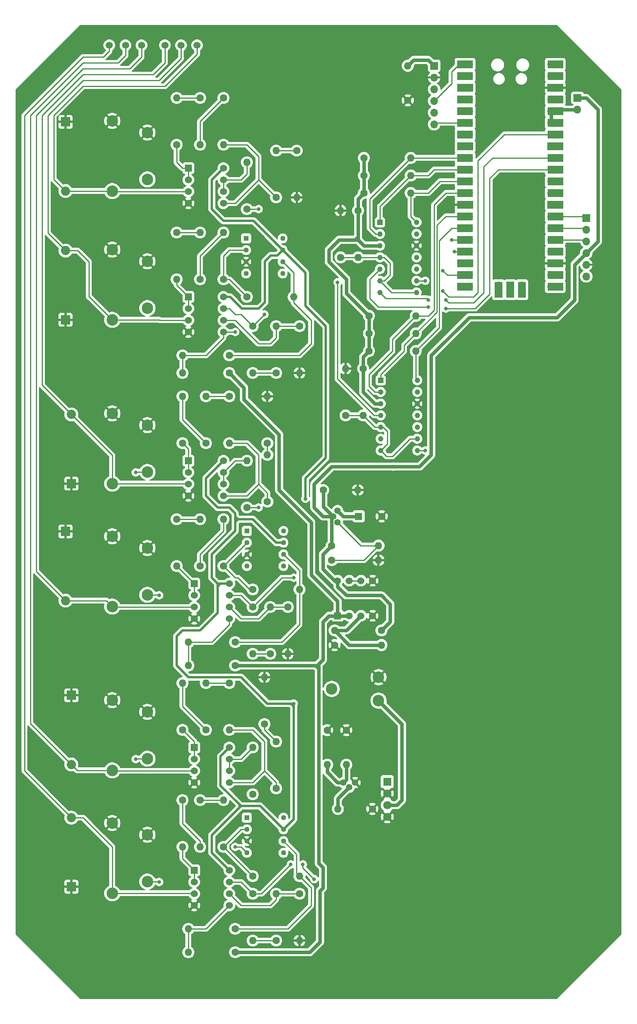
<source format=gbr>
%TF.GenerationSoftware,KiCad,Pcbnew,7.0.10*%
%TF.CreationDate,2024-03-27T11:58:10+00:00*%
%TF.ProjectId,TENG input circuitry and transmitter,54454e47-2069-46e7-9075-742063697263,rev?*%
%TF.SameCoordinates,Original*%
%TF.FileFunction,Copper,L1,Top*%
%TF.FilePolarity,Positive*%
%FSLAX46Y46*%
G04 Gerber Fmt 4.6, Leading zero omitted, Abs format (unit mm)*
G04 Created by KiCad (PCBNEW 7.0.10) date 2024-03-27 11:58:10*
%MOMM*%
%LPD*%
G01*
G04 APERTURE LIST*
%TA.AperFunction,ComponentPad*%
%ADD10C,1.600000*%
%TD*%
%TA.AperFunction,ComponentPad*%
%ADD11O,1.600000X1.600000*%
%TD*%
%TA.AperFunction,ComponentPad*%
%ADD12R,2.000000X2.000000*%
%TD*%
%TA.AperFunction,ComponentPad*%
%ADD13O,2.000000X2.000000*%
%TD*%
%TA.AperFunction,ComponentPad*%
%ADD14R,1.524000X1.524000*%
%TD*%
%TA.AperFunction,ComponentPad*%
%ADD15C,1.524000*%
%TD*%
%TA.AperFunction,ComponentPad*%
%ADD16C,2.500000*%
%TD*%
%TA.AperFunction,ComponentPad*%
%ADD17R,1.700000X1.700000*%
%TD*%
%TA.AperFunction,ComponentPad*%
%ADD18O,1.700000X1.700000*%
%TD*%
%TA.AperFunction,ComponentPad*%
%ADD19R,1.800000X1.800000*%
%TD*%
%TA.AperFunction,ComponentPad*%
%ADD20C,1.800000*%
%TD*%
%TA.AperFunction,ComponentPad*%
%ADD21R,1.130000X1.130000*%
%TD*%
%TA.AperFunction,ComponentPad*%
%ADD22C,1.130000*%
%TD*%
%TA.AperFunction,ComponentPad*%
%ADD23C,1.400000*%
%TD*%
%TA.AperFunction,SMDPad,CuDef*%
%ADD24R,3.500000X1.700000*%
%TD*%
%TA.AperFunction,SMDPad,CuDef*%
%ADD25R,1.700000X3.500000*%
%TD*%
%TA.AperFunction,ComponentPad*%
%ADD26R,1.170000X1.170000*%
%TD*%
%TA.AperFunction,ComponentPad*%
%ADD27C,1.170000*%
%TD*%
%TA.AperFunction,ComponentPad*%
%ADD28R,1.600000X1.600000*%
%TD*%
%TA.AperFunction,ViaPad*%
%ADD29C,0.800000*%
%TD*%
%TA.AperFunction,Conductor*%
%ADD30C,0.250000*%
%TD*%
%TA.AperFunction,Conductor*%
%ADD31C,0.750000*%
%TD*%
%TA.AperFunction,Conductor*%
%ADD32C,0.500000*%
%TD*%
G04 APERTURE END LIST*
D10*
%TO.P,R7,1*%
%TO.N,ADC1_IN*%
X78105000Y-158115000D03*
D11*
%TO.P,R7,2*%
%TO.N,Net-(R7-Pad2)*%
X78105000Y-168275000D03*
%TD*%
D12*
%TO.P,C2,1*%
%TO.N,GND*%
X38735000Y-131325000D03*
D13*
%TO.P,C2,2*%
%TO.N,Teng input 3*%
X38735000Y-116325000D03*
%TD*%
D14*
%TO.P,U26,1*%
%TO.N,Net-(R76-Pad1)*%
X64135000Y-62865000D03*
D15*
%TO.P,U26,2*%
X64135000Y-65405000D03*
%TO.P,U26,3*%
%TO.N,Teng input 1*%
X64135000Y-67945000D03*
%TO.P,U26,4*%
%TO.N,GND*%
X64135000Y-70485000D03*
%TO.P,U26,5*%
%TO.N,Net-(R78-Pad2)*%
X71755000Y-70485000D03*
%TO.P,U26,6*%
%TO.N,Net-(R81-Pad2)*%
X71755000Y-67945000D03*
%TO.P,U26,7*%
X71755000Y-65405000D03*
%TO.P,U26,8*%
%TO.N,+9V*%
X71755000Y-62865000D03*
%TD*%
D10*
%TO.P,R48,1*%
%TO.N,Net-(R47-Pad2)*%
X66675000Y-86995000D03*
D11*
%TO.P,R48,2*%
%TO.N,Net-(R48-Pad2)*%
X66675000Y-76835000D03*
%TD*%
D10*
%TO.P,R49,1*%
%TO.N,Net-(R48-Pad2)*%
X61595000Y-76835000D03*
D11*
%TO.P,R49,2*%
%TO.N,Net-(R49-Pad2)*%
X61595000Y-86995000D03*
%TD*%
D10*
%TO.P,R25,1*%
%TO.N,Net-(R24-Pad2)*%
X83185000Y-230505000D03*
D11*
%TO.P,R25,2*%
%TO.N,Net-(R25-Pad2)*%
X83185000Y-220345000D03*
%TD*%
D10*
%TO.P,R22,1*%
%TO.N,Net-(R20-Pad2)*%
X62865000Y-200025000D03*
D11*
%TO.P,R22,2*%
%TO.N,Net-(R22-Pad2)*%
X62865000Y-210185000D03*
%TD*%
D10*
%TO.P,R36,1*%
%TO.N,Net-(R23-Pad2)*%
X78105000Y-198755000D03*
D11*
%TO.P,R36,2*%
%TO.N,Net-(R36-Pad2)*%
X78105000Y-188595000D03*
%TD*%
D16*
%TO.P,Sw2,1*%
%TO.N,Signal_TengGnd_2*%
X55245000Y-93245000D03*
%TO.P,Sw2,2*%
%TO.N,GND*%
X55245000Y-83085000D03*
%TO.P,Sw2,3*%
%TO.N,Teng input 2*%
X47625000Y-95785000D03*
%TO.P,Sw2,4*%
%TO.N,GND*%
X47625000Y-80545000D03*
%TD*%
D17*
%TO.P,J1,1,Pin_1*%
%TO.N,+3.3V*%
X148590000Y-47620000D03*
D18*
%TO.P,J1,2,Pin_2*%
%TO.N,RP_3.3V_IN*%
X148590000Y-50160000D03*
%TD*%
D10*
%TO.P,R4,1*%
%TO.N,Net-(R2-Pad2)*%
X61595000Y-139065000D03*
D11*
%TO.P,R4,2*%
%TO.N,Net-(R4-Pad2)*%
X61595000Y-149225000D03*
%TD*%
D12*
%TO.P,C1,1*%
%TO.N,GND*%
X37465000Y-141725000D03*
D13*
%TO.P,C1,2*%
%TO.N,Teng input 4*%
X37465000Y-156725000D03*
%TD*%
D16*
%TO.P,Pot1,1,Vout*%
%TO.N,+9V*%
X95250000Y-175895000D03*
%TO.P,Pot1,2,Vin*%
%TO.N,Battery +9V*%
X105410000Y-178435000D03*
%TO.P,Pot1,3,Ground*%
%TO.N,GND*%
X105410000Y-173355000D03*
%TD*%
D10*
%TO.P,R63,1*%
%TO.N,+3.3V*%
X103345000Y-98742500D03*
D11*
%TO.P,R63,2*%
%TO.N,TRIGGER_ADC1_-VE*%
X113505000Y-98742500D03*
%TD*%
D14*
%TO.P,U2,1*%
%TO.N,Net-(R9-Pad1)*%
X64135000Y-126365000D03*
D15*
%TO.P,U2,2*%
X64135000Y-128905000D03*
%TO.P,U2,3*%
%TO.N,Teng input 3*%
X64135000Y-131445000D03*
%TO.P,U2,4*%
%TO.N,GND*%
X64135000Y-133985000D03*
%TO.P,U2,5*%
%TO.N,Net-(R14-Pad2)*%
X71755000Y-133985000D03*
%TO.P,U2,6*%
%TO.N,Net-(R17-Pad2)*%
X71755000Y-131445000D03*
%TO.P,U2,7*%
X71755000Y-128905000D03*
%TO.P,U2,8*%
%TO.N,+9V*%
X71755000Y-126365000D03*
%TD*%
D10*
%TO.P,R54,1*%
%TO.N,+3.3V*%
X102075000Y-106362500D03*
D11*
%TO.P,R54,2*%
%TO.N,Net-(U19-+IN1)*%
X102075000Y-116522500D03*
%TD*%
D14*
%TO.P,U5,1*%
%TO.N,+1.65V*%
X96520000Y-160020000D03*
D15*
%TO.P,U5,2*%
X99060000Y-160020000D03*
%TO.P,U5,3*%
%TO.N,Net-(R50-Pad2)*%
X101600000Y-160020000D03*
%TO.P,U5,4*%
%TO.N,GND*%
X104140000Y-160020000D03*
%TO.P,U5,5*%
X104140000Y-152400000D03*
%TO.P,U5,6*%
%TO.N,Net-(U5-Pad6)*%
X101600000Y-152400000D03*
%TO.P,U5,7*%
X99060000Y-152400000D03*
%TO.P,U5,8*%
%TO.N,+3.3V*%
X96520000Y-152400000D03*
%TD*%
D14*
%TO.P,U4,1*%
%TO.N,Net-(R26-Pad1)*%
X65405000Y-188595000D03*
D15*
%TO.P,U4,2*%
X65405000Y-191135000D03*
%TO.P,U4,3*%
%TO.N,Teng input 5*%
X65405000Y-193675000D03*
%TO.P,U4,4*%
%TO.N,GND*%
X65405000Y-196215000D03*
%TO.P,U4,5*%
%TO.N,Net-(R32-Pad2)*%
X73025000Y-196215000D03*
%TO.P,U4,6*%
%TO.N,Net-(R36-Pad2)*%
X73025000Y-193675000D03*
%TO.P,U4,7*%
X73025000Y-191135000D03*
%TO.P,U4,8*%
%TO.N,+9V*%
X73025000Y-188595000D03*
%TD*%
D10*
%TO.P,R3,1*%
%TO.N,Net-(IC2-INVERTING_INPUT)*%
X78105000Y-154305000D03*
D11*
%TO.P,R3,2*%
%TO.N,Net-(IC2-OUTPUT)*%
X88265000Y-154305000D03*
%TD*%
D10*
%TO.P,R18,1*%
%TO.N,Net-(IC3-INVERTING_INPUT)*%
X71755000Y-210185000D03*
D11*
%TO.P,R18,2*%
%TO.N,Net-(R18-Pad2)*%
X71755000Y-200025000D03*
%TD*%
D10*
%TO.P,R56,1*%
%TO.N,+3.3V*%
X95250000Y-144780000D03*
D11*
%TO.P,R56,2*%
%TO.N,Net-(U17-ADJ)*%
X105410000Y-144780000D03*
%TD*%
D10*
%TO.P,R57,1*%
%TO.N,Net-(U17-ADJ)*%
X95250000Y-147955000D03*
D11*
%TO.P,R57,2*%
%TO.N,GND*%
X105410000Y-147955000D03*
%TD*%
D10*
%TO.P,R8,1*%
%TO.N,Net-(R7-Pad2)*%
X81915000Y-168275000D03*
D11*
%TO.P,R8,2*%
%TO.N,Net-(R11-Pad1)*%
X81915000Y-158115000D03*
%TD*%
D10*
%TO.P,R27,1*%
%TO.N,+1.65V*%
X74295000Y-233045000D03*
D11*
%TO.P,R27,2*%
%TO.N,Net-(R23-Pad2)*%
X64135000Y-233045000D03*
%TD*%
D17*
%TO.P,J7,1,Pin_1*%
%TO.N,RE_CLK*%
X150495000Y-73660000D03*
D18*
%TO.P,J7,2,Pin_2*%
%TO.N,RE_DT*%
X150495000Y-76200000D03*
%TO.P,J7,3,Pin_3*%
%TO.N,RE_SW*%
X150495000Y-78740000D03*
%TO.P,J7,4,Pin_4*%
%TO.N,+3.3V*%
X150495000Y-81280000D03*
%TO.P,J7,5,Pin_5*%
%TO.N,GND*%
X150495000Y-83820000D03*
%TO.P,J7,6,Pin_6*%
%TO.N,SP_2_GPIO*%
X150495000Y-86360000D03*
%TD*%
D15*
%TO.P,TB2,1,CON1*%
%TO.N,Teng input 6*%
X46975000Y-36195000D03*
%TO.P,TB2,2,CON2*%
%TO.N,Teng input 5*%
X50475000Y-36195000D03*
%TO.P,TB2,3,CON3*%
%TO.N,Teng input 4*%
X53975000Y-36195000D03*
%TD*%
%TO.P,TB1,1,CON1*%
%TO.N,Teng input 3*%
X59040000Y-36195000D03*
%TO.P,TB1,2,CON2*%
%TO.N,Teng input 2*%
X62540000Y-36195000D03*
%TO.P,TB1,3,CON3*%
%TO.N,Teng input 1*%
X66040000Y-36195000D03*
%TD*%
D14*
%TO.P,U25,1*%
%TO.N,Net-(R49-Pad2)*%
X64135000Y-90805000D03*
D15*
%TO.P,U25,2*%
X64135000Y-93345000D03*
%TO.P,U25,3*%
%TO.N,Teng input 2*%
X64135000Y-95885000D03*
%TO.P,U25,4*%
%TO.N,GND*%
X64135000Y-98425000D03*
%TO.P,U25,5*%
%TO.N,Net-(R30-Pad2)*%
X71755000Y-98425000D03*
%TO.P,U25,6*%
%TO.N,Net-(R13-Pad1)*%
X71755000Y-95885000D03*
%TO.P,U25,7*%
%TO.N,ADC0_IN*%
X71755000Y-93345000D03*
%TO.P,U25,8*%
%TO.N,+9V*%
X71755000Y-90805000D03*
%TD*%
D10*
%TO.P,R62,1*%
%TO.N,+3.3V*%
X102235000Y-64452500D03*
D11*
%TO.P,R62,2*%
%TO.N,TRIGGER_ADC1_+VE*%
X112395000Y-64452500D03*
%TD*%
D10*
%TO.P,R16,1*%
%TO.N,Net-(R15-Pad2)*%
X81280000Y-122555000D03*
D11*
%TO.P,R16,2*%
%TO.N,GND*%
X81280000Y-112395000D03*
%TD*%
D10*
%TO.P,R12,1*%
%TO.N,Net-(R12-Pad1)*%
X67945000Y-122555000D03*
D11*
%TO.P,R12,2*%
%TO.N,Net-(R12-Pad2)*%
X67945000Y-112395000D03*
%TD*%
D14*
%TO.P,U3,1*%
%TO.N,Net-(R22-Pad2)*%
X65405000Y-215265000D03*
D15*
%TO.P,U3,2*%
X65405000Y-217805000D03*
%TO.P,U3,3*%
%TO.N,Teng input 6*%
X65405000Y-220345000D03*
%TO.P,U3,4*%
%TO.N,GND*%
X65405000Y-222885000D03*
%TO.P,U3,5*%
%TO.N,Net-(R23-Pad2)*%
X73025000Y-222885000D03*
%TO.P,U3,6*%
%TO.N,Net-(R25-Pad2)*%
X73025000Y-220345000D03*
%TO.P,U3,7*%
%TO.N,ADC2_IN*%
X73025000Y-217805000D03*
%TO.P,U3,8*%
%TO.N,+9V*%
X73025000Y-215265000D03*
%TD*%
D12*
%TO.P,C6,1*%
%TO.N,GND*%
X37465000Y-52825000D03*
D13*
%TO.P,C6,2*%
%TO.N,Teng input 1*%
X37465000Y-67825000D03*
%TD*%
D12*
%TO.P,C3,1*%
%TO.N,GND*%
X38735000Y-218835000D03*
D13*
%TO.P,C3,2*%
%TO.N,Teng input 6*%
X38735000Y-203835000D03*
%TD*%
D10*
%TO.P,R19,1*%
%TO.N,Net-(R19-Pad1)*%
X83185000Y-107315000D03*
D11*
%TO.P,R19,2*%
%TO.N,Net-(R13-Pad1)*%
X83185000Y-97155000D03*
%TD*%
D10*
%TO.P,R17,1*%
%TO.N,Net-(R10-Pad2)*%
X76835000Y-136525000D03*
D11*
%TO.P,R17,2*%
%TO.N,Net-(R17-Pad2)*%
X76835000Y-126365000D03*
%TD*%
D14*
%TO.P,U1,1*%
%TO.N,Net-(R4-Pad2)*%
X65405000Y-153035000D03*
D15*
%TO.P,U1,2*%
X65405000Y-155575000D03*
%TO.P,U1,3*%
%TO.N,Teng input 4*%
X65405000Y-158115000D03*
%TO.P,U1,4*%
%TO.N,GND*%
X65405000Y-160655000D03*
%TO.P,U1,5*%
%TO.N,Net-(R10-Pad2)*%
X73025000Y-160655000D03*
%TO.P,U1,6*%
%TO.N,Net-(R11-Pad1)*%
X73025000Y-158115000D03*
%TO.P,U1,7*%
%TO.N,ADC1_IN*%
X73025000Y-155575000D03*
%TO.P,U1,8*%
%TO.N,+9V*%
X73025000Y-153035000D03*
%TD*%
D16*
%TO.P,Sw5,1*%
%TO.N,Signal_TengGnd_2*%
X55245000Y-217705000D03*
%TO.P,Sw5,2*%
%TO.N,GND*%
X55245000Y-207545000D03*
%TO.P,Sw5,3*%
%TO.N,Teng input 6*%
X47625000Y-220245000D03*
%TO.P,Sw5,4*%
%TO.N,GND*%
X47625000Y-205005000D03*
%TD*%
D10*
%TO.P,R52,1*%
%TO.N,+3.3V*%
X100965000Y-72072500D03*
D11*
%TO.P,R52,2*%
%TO.N,Net-(U18--IN1)*%
X100965000Y-82232500D03*
%TD*%
D10*
%TO.P,R15,1*%
%TO.N,Net-(R14-Pad2)*%
X81280000Y-135255000D03*
D11*
%TO.P,R15,2*%
%TO.N,Net-(R15-Pad2)*%
X81280000Y-125095000D03*
%TD*%
D19*
%TO.P,J2,1,1*%
%TO.N,Battery -9V 1*%
X107315000Y-196040000D03*
D20*
%TO.P,J2,2,2*%
%TO.N,GND*%
X107315000Y-198580000D03*
%TO.P,J2,3,3*%
%TO.N,Battery +9V*%
X107315000Y-201120000D03*
%TO.P,J2,4,4*%
%TO.N,GND*%
X107315000Y-203660000D03*
%TD*%
D10*
%TO.P,C9,1*%
%TO.N,GND*%
X98425000Y-184845000D03*
D11*
%TO.P,C9,2*%
%TO.N,-5V*%
X98425000Y-192345000D03*
%TD*%
D10*
%TO.P,R14,1*%
%TO.N,Net-(R12-Pad2)*%
X73025000Y-112395000D03*
D11*
%TO.P,R14,2*%
%TO.N,Net-(R14-Pad2)*%
X73025000Y-122555000D03*
%TD*%
D10*
%TO.P,R13,1*%
%TO.N,Net-(R13-Pad1)*%
X88265000Y-97155000D03*
D11*
%TO.P,R13,2*%
%TO.N,GND*%
X88265000Y-107315000D03*
%TD*%
D10*
%TO.P,R51,1*%
%TO.N,GND*%
X95885000Y-166370000D03*
D11*
%TO.P,R51,2*%
%TO.N,Net-(R50-Pad2)*%
X106045000Y-166370000D03*
%TD*%
D21*
%TO.P,IC3,1,OFFSET_NULL_1*%
%TO.N,unconnected-(IC3-OFFSET_NULL_1-Pad1)*%
X76835000Y-203835000D03*
D22*
%TO.P,IC3,2,INVERTING_INPUT*%
%TO.N,Net-(IC3-INVERTING_INPUT)*%
X76835000Y-206375000D03*
%TO.P,IC3,3,NON_INVERTING_INPUT*%
%TO.N,GND*%
X76835000Y-208915000D03*
%TO.P,IC3,4,V-*%
%TO.N,-5V*%
X76835000Y-211455000D03*
%TO.P,IC3,5,OFFSET_NULL_2*%
%TO.N,unconnected-(IC3-OFFSET_NULL_2-Pad5)*%
X84775000Y-211455000D03*
%TO.P,IC3,6,OUTPUT*%
%TO.N,Net-(IC3-OUTPUT)*%
X84775000Y-208915000D03*
%TO.P,IC3,7,V+*%
%TO.N,+9V*%
X84775000Y-206375000D03*
%TO.P,IC3,8,NC*%
%TO.N,unconnected-(IC3-NC-Pad8)*%
X84775000Y-203835000D03*
%TD*%
D10*
%TO.P,R11,1*%
%TO.N,Net-(R11-Pad1)*%
X85725000Y-158115000D03*
D11*
%TO.P,R11,2*%
%TO.N,GND*%
X85725000Y-168275000D03*
%TD*%
D10*
%TO.P,C10,1*%
%TO.N,GND*%
X94275000Y-184845000D03*
D11*
%TO.P,C10,2*%
%TO.N,-5V*%
X94275000Y-192345000D03*
%TD*%
D10*
%TO.P,R24,1*%
%TO.N,ADC2_IN*%
X78105000Y-220345000D03*
D11*
%TO.P,R24,2*%
%TO.N,Net-(R24-Pad2)*%
X78105000Y-230505000D03*
%TD*%
D10*
%TO.P,R5,1*%
%TO.N,Net-(IC2-OUTPUT)*%
X74295000Y-165735000D03*
D11*
%TO.P,R5,2*%
%TO.N,Net-(R10-Pad2)*%
X64135000Y-165735000D03*
%TD*%
D10*
%TO.P,R23,1*%
%TO.N,Net-(IC3-OUTPUT)*%
X74295000Y-227965000D03*
D11*
%TO.P,R23,2*%
%TO.N,Net-(R23-Pad2)*%
X64135000Y-227965000D03*
%TD*%
D10*
%TO.P,R65,1*%
%TO.N,+3.3V*%
X103345000Y-102552500D03*
D11*
%TO.P,R65,2*%
%TO.N,TRIGGER_ADC2_-VE*%
X113505000Y-102552500D03*
%TD*%
D23*
%TO.P,U17,1,ADJ*%
%TO.N,Net-(U17-ADJ)*%
X96520000Y-139700000D03*
%TO.P,U17,2,VO*%
%TO.N,+3.3V*%
X95520000Y-138430000D03*
%TO.P,U17,3,VI*%
%TO.N,+9V*%
X96520000Y-137160000D03*
%TD*%
D10*
%TO.P,R20,1*%
%TO.N,Net-(R18-Pad2)*%
X66675000Y-200025000D03*
D11*
%TO.P,R20,2*%
%TO.N,Net-(R20-Pad2)*%
X66675000Y-210185000D03*
%TD*%
D12*
%TO.P,C4,1*%
%TO.N,GND*%
X38735000Y-177285000D03*
D13*
%TO.P,C4,2*%
%TO.N,Teng input 5*%
X38735000Y-192285000D03*
%TD*%
D10*
%TO.P,R55,1*%
%TO.N,Net-(U19-+IN1)*%
X98265000Y-116522500D03*
D11*
%TO.P,R55,2*%
%TO.N,GND*%
X98265000Y-106362500D03*
%TD*%
D21*
%TO.P,IC1,1,OFFSET_NULL_1*%
%TO.N,unconnected-(IC1-OFFSET_NULL_1-Pad1)*%
X76675000Y-78105000D03*
D22*
%TO.P,IC1,2,INVERTING_INPUT*%
%TO.N,Net-(IC1-INVERTING_INPUT)*%
X76675000Y-80645000D03*
%TO.P,IC1,3,NON_INVERTING_INPUT*%
%TO.N,GND*%
X76675000Y-83185000D03*
%TO.P,IC1,4,V-*%
%TO.N,-5V*%
X76675000Y-85725000D03*
%TO.P,IC1,5,OFFSET_NULL_2*%
%TO.N,unconnected-(IC1-OFFSET_NULL_2-Pad5)*%
X84615000Y-85725000D03*
%TO.P,IC1,6,OUTPUT*%
%TO.N,Net-(IC1-OUTPUT)*%
X84615000Y-83185000D03*
%TO.P,IC1,7,V+*%
%TO.N,+9V*%
X84615000Y-80645000D03*
%TO.P,IC1,8,NC*%
%TO.N,unconnected-(IC1-NC-Pad8)*%
X84615000Y-78105000D03*
%TD*%
D10*
%TO.P,R29,1*%
%TO.N,Net-(R25-Pad2)*%
X88265000Y-220345000D03*
D11*
%TO.P,R29,2*%
%TO.N,GND*%
X88265000Y-230505000D03*
%TD*%
D10*
%TO.P,R2,1*%
%TO.N,Net-(R1-Pad2)*%
X66675000Y-149225000D03*
D11*
%TO.P,R2,2*%
%TO.N,Net-(R2-Pad2)*%
X66675000Y-139065000D03*
%TD*%
D10*
%TO.P,R81,1*%
%TO.N,Net-(R30-Pad2)*%
X76835000Y-71755000D03*
D11*
%TO.P,R81,2*%
%TO.N,Net-(R81-Pad2)*%
X76835000Y-61595000D03*
%TD*%
D18*
%TO.P,U21,1,GPIO0*%
%TO.N,TX*%
X125095000Y-40322500D03*
D24*
X124195000Y-40322500D03*
D18*
%TO.P,U21,2,GPIO1*%
%TO.N,RX*%
X125095000Y-42862500D03*
D24*
X124195000Y-42862500D03*
D17*
%TO.P,U21,3,GND*%
%TO.N,unconnected-(U21-GND-Pad3)*%
X125095000Y-45402500D03*
D24*
X124195000Y-45402500D03*
D18*
%TO.P,U21,4,GPIO2*%
%TO.N,unconnected-(U21-GPIO2-Pad4)*%
X125095000Y-47942500D03*
D24*
X124195000Y-47942500D03*
D18*
%TO.P,U21,5,GPIO3*%
%TO.N,unconnected-(U21-GPIO3-Pad5)*%
X125095000Y-50482500D03*
D24*
X124195000Y-50482500D03*
D18*
%TO.P,U21,6,GPIO4*%
%TO.N,SP_1_GPIO*%
X125095000Y-53022500D03*
D24*
X124195000Y-53022500D03*
D18*
%TO.P,U21,7,GPIO5*%
%TO.N,unconnected-(U21-GPIO5-Pad7)*%
X125095000Y-55562500D03*
D24*
X124195000Y-55562500D03*
D17*
%TO.P,U21,8,GND*%
%TO.N,unconnected-(U21-GND-Pad8)*%
X125095000Y-58102500D03*
D24*
X124195000Y-58102500D03*
D18*
%TO.P,U21,9,GPIO6*%
%TO.N,TRIGGER_ADC0_+VE*%
X125095000Y-60642500D03*
D24*
X124195000Y-60642500D03*
D18*
%TO.P,U21,10,GPIO7*%
%TO.N,TRIGGER_ADC1_+VE*%
X125095000Y-63182500D03*
D24*
X124195000Y-63182500D03*
D18*
%TO.P,U21,11,GPIO8*%
%TO.N,TRIGGER_ADC2_+VE*%
X125095000Y-65722500D03*
D24*
X124195000Y-65722500D03*
D18*
%TO.P,U21,12,GPIO9*%
%TO.N,TRIGGER_ADC0_-VE*%
X125095000Y-68262500D03*
D24*
X124195000Y-68262500D03*
D17*
%TO.P,U21,13,GND*%
%TO.N,GND*%
X125095000Y-70802500D03*
D24*
X124195000Y-70802500D03*
D18*
%TO.P,U21,14,GPIO10*%
%TO.N,TRIGGER_ADC1_-VE*%
X125095000Y-73342500D03*
D24*
X124195000Y-73342500D03*
D18*
%TO.P,U21,15,GPIO11*%
%TO.N,TRIGGER_ADC2_-VE*%
X125095000Y-75882500D03*
D24*
X124195000Y-75882500D03*
D18*
%TO.P,U21,16,GPIO12*%
%TO.N,Signal_TengGnd_2*%
X125095000Y-78422500D03*
D24*
X124195000Y-78422500D03*
D18*
%TO.P,U21,17,GPIO13*%
%TO.N,Signal_TengGnd_1*%
X125095000Y-80962500D03*
D24*
X124195000Y-80962500D03*
D17*
%TO.P,U21,18,GND*%
%TO.N,unconnected-(U21-GND-Pad18)*%
X125095000Y-83502500D03*
D24*
X124195000Y-83502500D03*
D18*
%TO.P,U21,19,GPIO14*%
%TO.N,Set*%
X125095000Y-86042500D03*
D24*
X124195000Y-86042500D03*
D18*
%TO.P,U21,20,GPIO15*%
%TO.N,unconnected-(U21-GPIO15-Pad20)*%
X125095000Y-88582500D03*
D24*
X124195000Y-88582500D03*
D18*
%TO.P,U21,21,GPIO16*%
%TO.N,unconnected-(U21-GPIO16-Pad21)*%
X142875000Y-88582500D03*
D24*
X143775000Y-88582500D03*
D18*
%TO.P,U21,22,GPIO17*%
%TO.N,unconnected-(U21-GPIO17-Pad22)*%
X142875000Y-86042500D03*
D24*
X143775000Y-86042500D03*
D17*
%TO.P,U21,23,GND*%
%TO.N,GND*%
X142875000Y-83502500D03*
D24*
X143775000Y-83502500D03*
D18*
%TO.P,U21,24,GPIO18*%
%TO.N,SP_2_GPIO*%
X142875000Y-80962500D03*
D24*
X143775000Y-80962500D03*
D18*
%TO.P,U21,25,GPIO19*%
%TO.N,RE_SW*%
X142875000Y-78422500D03*
D24*
X143775000Y-78422500D03*
D18*
%TO.P,U21,26,GPIO20*%
%TO.N,RE_DT*%
X142875000Y-75882500D03*
D24*
X143775000Y-75882500D03*
D18*
%TO.P,U21,27,GPIO21*%
%TO.N,RE_CLK*%
X142875000Y-73342500D03*
D24*
X143775000Y-73342500D03*
D17*
%TO.P,U21,28,GND*%
%TO.N,unconnected-(U21-GND-Pad28)*%
X142875000Y-70802500D03*
D24*
X143775000Y-70802500D03*
D18*
%TO.P,U21,29,GPIO22*%
%TO.N,unconnected-(U21-GPIO22-Pad29)*%
X142875000Y-68262500D03*
D24*
X143775000Y-68262500D03*
D18*
%TO.P,U21,30,RUN*%
%TO.N,unconnected-(U21-RUN-Pad30)*%
X142875000Y-65722500D03*
D24*
X143775000Y-65722500D03*
D18*
%TO.P,U21,31,GPIO26_ADC0*%
%TO.N,ADC0_IN*%
X142875000Y-63182500D03*
D24*
X143775000Y-63182500D03*
D18*
%TO.P,U21,32,GPIO27_ADC1*%
%TO.N,ADC1_IN*%
X142875000Y-60642500D03*
D24*
X143775000Y-60642500D03*
D17*
%TO.P,U21,33,AGND*%
%TO.N,unconnected-(U21-AGND-Pad33)*%
X142875000Y-58102500D03*
D24*
X143775000Y-58102500D03*
D18*
%TO.P,U21,34,GPIO28_ADC2*%
%TO.N,ADC2_IN*%
X142875000Y-55562500D03*
D24*
X143775000Y-55562500D03*
D18*
%TO.P,U21,35,ADC_VREF*%
%TO.N,RP_3.3V_IN*%
X142875000Y-53022500D03*
D24*
X143775000Y-53022500D03*
D18*
%TO.P,U21,36,3V3*%
X142875000Y-50482500D03*
D24*
X143775000Y-50482500D03*
D18*
%TO.P,U21,37,3V3_EN*%
%TO.N,unconnected-(U21-3V3_EN-Pad37)*%
X142875000Y-47942500D03*
D24*
X143775000Y-47942500D03*
D17*
%TO.P,U21,38,GND*%
%TO.N,GND*%
X142875000Y-45402500D03*
D24*
X143775000Y-45402500D03*
D18*
%TO.P,U21,39,VSYS*%
%TO.N,unconnected-(U21-VSYS-Pad39)*%
X142875000Y-42862500D03*
D24*
X143775000Y-42862500D03*
D18*
%TO.P,U21,40,VBUS*%
%TO.N,unconnected-(U21-VBUS-Pad40)*%
X142875000Y-40322500D03*
D24*
X143775000Y-40322500D03*
D18*
%TO.P,U21,41,SWCLK*%
%TO.N,unconnected-(U21-SWCLK-Pad41)*%
X131445000Y-88352500D03*
D25*
X131445000Y-89252500D03*
D17*
%TO.P,U21,42,GND*%
%TO.N,unconnected-(U21-GND-Pad42)*%
X133985000Y-88352500D03*
D25*
X133985000Y-89252500D03*
D18*
%TO.P,U21,43,SWDIO*%
%TO.N,unconnected-(U21-SWDIO-Pad43)*%
X136525000Y-88352500D03*
D25*
X136525000Y-89252500D03*
%TD*%
D10*
%TO.P,R60,1*%
%TO.N,+3.3V*%
X102235000Y-60642500D03*
D11*
%TO.P,R60,2*%
%TO.N,TRIGGER_ADC0_+VE*%
X112395000Y-60642500D03*
%TD*%
D12*
%TO.P,C5,1*%
%TO.N,GND*%
X37465000Y-95765000D03*
D13*
%TO.P,C5,2*%
%TO.N,Teng input 2*%
X37465000Y-80765000D03*
%TD*%
D21*
%TO.P,IC2,1,OFFSET_NULL_1*%
%TO.N,unconnected-(IC2-OFFSET_NULL_1-Pad1)*%
X76835000Y-141605000D03*
D22*
%TO.P,IC2,2,INVERTING_INPUT*%
%TO.N,Net-(IC2-INVERTING_INPUT)*%
X76835000Y-144145000D03*
%TO.P,IC2,3,NON_INVERTING_INPUT*%
%TO.N,GND*%
X76835000Y-146685000D03*
%TO.P,IC2,4,V-*%
%TO.N,-5V*%
X76835000Y-149225000D03*
%TO.P,IC2,5,OFFSET_NULL_2*%
%TO.N,unconnected-(IC2-OFFSET_NULL_2-Pad5)*%
X84775000Y-149225000D03*
%TO.P,IC2,6,OUTPUT*%
%TO.N,Net-(IC2-OUTPUT)*%
X84775000Y-146685000D03*
%TO.P,IC2,7,V+*%
%TO.N,+9V*%
X84775000Y-144145000D03*
%TO.P,IC2,8,NC*%
%TO.N,unconnected-(IC2-NC-Pad8)*%
X84775000Y-141605000D03*
%TD*%
D10*
%TO.P,R80,1*%
%TO.N,Net-(R79-Pad2)*%
X87645000Y-59055000D03*
D11*
%TO.P,R80,2*%
%TO.N,GND*%
X87645000Y-69215000D03*
%TD*%
D10*
%TO.P,R53,1*%
%TO.N,Net-(U18--IN1)*%
X97155000Y-82232500D03*
D11*
%TO.P,R53,2*%
%TO.N,GND*%
X97155000Y-72072500D03*
%TD*%
D16*
%TO.P,Sw4,1*%
%TO.N,Signal_TengGnd_1*%
X55245000Y-128805000D03*
%TO.P,Sw4,2*%
%TO.N,GND*%
X55245000Y-118645000D03*
%TO.P,Sw4,3*%
%TO.N,Teng input 3*%
X47625000Y-131345000D03*
%TO.P,Sw4,4*%
%TO.N,GND*%
X47625000Y-116105000D03*
%TD*%
D10*
%TO.P,R32,1*%
%TO.N,Net-(R31-Pad2)*%
X73025000Y-174625000D03*
D11*
%TO.P,R32,2*%
%TO.N,Net-(R32-Pad2)*%
X73025000Y-184785000D03*
%TD*%
D10*
%TO.P,R26,1*%
%TO.N,Net-(R26-Pad1)*%
X62865000Y-184785000D03*
D11*
%TO.P,R26,2*%
%TO.N,Net-(R26-Pad2)*%
X62865000Y-174625000D03*
%TD*%
D10*
%TO.P,C7,1*%
%TO.N,GND*%
X104080000Y-201930000D03*
D11*
%TO.P,C7,2*%
%TO.N,Battery -9V 1*%
X96580000Y-201930000D03*
%TD*%
D16*
%TO.P,Sw1,1*%
%TO.N,Signal_TengGnd_1*%
X55245000Y-65305000D03*
%TO.P,Sw1,2*%
%TO.N,GND*%
X55245000Y-55145000D03*
%TO.P,Sw1,3*%
%TO.N,Teng input 1*%
X47625000Y-67845000D03*
%TO.P,Sw1,4*%
%TO.N,GND*%
X47625000Y-52605000D03*
%TD*%
D10*
%TO.P,R6,1*%
%TO.N,Net-(IC1-INVERTING_INPUT)*%
X76835000Y-90805000D03*
D11*
%TO.P,R6,2*%
%TO.N,Net-(IC1-OUTPUT)*%
X86995000Y-90805000D03*
%TD*%
D10*
%TO.P,R28,1*%
%TO.N,ADC0_IN*%
X78105000Y-97155000D03*
D11*
%TO.P,R28,2*%
%TO.N,Net-(R19-Pad1)*%
X78105000Y-107315000D03*
%TD*%
D10*
%TO.P,R79,1*%
%TO.N,Net-(R78-Pad2)*%
X83185000Y-69215000D03*
D11*
%TO.P,R79,2*%
%TO.N,Net-(R79-Pad2)*%
X83185000Y-59055000D03*
%TD*%
D10*
%TO.P,R30,1*%
%TO.N,Net-(IC1-OUTPUT)*%
X73025000Y-103505000D03*
D11*
%TO.P,R30,2*%
%TO.N,Net-(R30-Pad2)*%
X62865000Y-103505000D03*
%TD*%
D23*
%TO.P,U16,1,GND*%
%TO.N,GND*%
X100330000Y-196215000D03*
%TO.P,U16,2,VI*%
%TO.N,Battery -9V 1*%
X99060000Y-197215000D03*
%TO.P,U16,3,VO*%
%TO.N,-5V*%
X97790000Y-196215000D03*
%TD*%
D16*
%TO.P,Sw6,1*%
%TO.N,Signal_TengGnd_1*%
X55245000Y-191035000D03*
%TO.P,Sw6,2*%
%TO.N,GND*%
X55245000Y-180875000D03*
%TO.P,Sw6,3*%
%TO.N,Teng input 5*%
X47625000Y-193575000D03*
%TO.P,Sw6,4*%
%TO.N,GND*%
X47625000Y-178335000D03*
%TD*%
D10*
%TO.P,C11,1*%
%TO.N,+3.3V*%
X93405000Y-132715000D03*
D11*
%TO.P,C11,2*%
%TO.N,GND*%
X100905000Y-132715000D03*
%TD*%
D10*
%TO.P,R64,1*%
%TO.N,+3.3V*%
X102235000Y-68262500D03*
D11*
%TO.P,R64,2*%
%TO.N,TRIGGER_ADC2_+VE*%
X112395000Y-68262500D03*
%TD*%
D10*
%TO.P,R77,1*%
%TO.N,Net-(R76-Pad2)*%
X66675000Y-47625000D03*
D11*
%TO.P,R77,2*%
%TO.N,Net-(R77-Pad2)*%
X66675000Y-57785000D03*
%TD*%
D26*
%TO.P,U19,1,OUT2*%
%TO.N,TRIGGER_ADC1_-VE*%
X105885000Y-108902500D03*
D27*
%TO.P,U19,2,OUT1*%
%TO.N,TRIGGER_ADC0_-VE*%
X105885000Y-111442500D03*
%TO.P,U19,3,V+*%
%TO.N,+3.3V*%
X105885000Y-113982500D03*
%TO.P,U19,4,-IN1*%
%TO.N,ADC0_IN*%
X105885000Y-116522500D03*
%TO.P,U19,5,+IN1*%
%TO.N,Net-(U19-+IN1)*%
X105885000Y-119062500D03*
%TO.P,U19,6,-IN2*%
%TO.N,ADC1_IN*%
X105885000Y-121602500D03*
%TO.P,U19,7,+IN2*%
%TO.N,Net-(U19-+IN1)*%
X105885000Y-124142500D03*
%TO.P,U19,8,-IN3*%
%TO.N,ADC2_IN*%
X113825000Y-124142500D03*
%TO.P,U19,9,+IN3*%
%TO.N,Net-(U19-+IN1)*%
X113825000Y-121602500D03*
%TO.P,U19,10,-IN4*%
%TO.N,unconnected-(U19--IN4-Pad10)*%
X113825000Y-119062500D03*
%TO.P,U19,11,+IN4*%
%TO.N,unconnected-(U19-+IN4-Pad11)*%
X113825000Y-116522500D03*
%TO.P,U19,12,GND*%
%TO.N,GND*%
X113825000Y-113982500D03*
%TO.P,U19,13,OUT4*%
%TO.N,unconnected-(U19-OUT4-Pad13)*%
X113825000Y-111442500D03*
%TO.P,U19,14,OUT3*%
%TO.N,TRIGGER_ADC2_-VE*%
X113825000Y-108902500D03*
%TD*%
D10*
%TO.P,R47,1*%
%TO.N,Net-(IC1-INVERTING_INPUT)*%
X71755000Y-86995000D03*
D11*
%TO.P,R47,2*%
%TO.N,Net-(R47-Pad2)*%
X71755000Y-76835000D03*
%TD*%
D10*
%TO.P,R10,1*%
%TO.N,+1.65V*%
X74295000Y-170815000D03*
D11*
%TO.P,R10,2*%
%TO.N,Net-(R10-Pad2)*%
X64135000Y-170815000D03*
%TD*%
D16*
%TO.P,Sw3,1*%
%TO.N,Signal_TengGnd_2*%
X55245000Y-155475000D03*
%TO.P,Sw3,2*%
%TO.N,GND*%
X55245000Y-145315000D03*
%TO.P,Sw3,3*%
%TO.N,Teng input 4*%
X47625000Y-158015000D03*
%TO.P,Sw3,4*%
%TO.N,GND*%
X47625000Y-142775000D03*
%TD*%
D10*
%TO.P,R78,1*%
%TO.N,Net-(R77-Pad2)*%
X71755000Y-47625000D03*
D11*
%TO.P,R78,2*%
%TO.N,Net-(R78-Pad2)*%
X71755000Y-57785000D03*
%TD*%
D10*
%TO.P,R34,1*%
%TO.N,Net-(R32-Pad2)*%
X83185000Y-197485000D03*
D11*
%TO.P,R34,2*%
%TO.N,Net-(R34-Pad2)*%
X83185000Y-187325000D03*
%TD*%
D10*
%TO.P,C12,1*%
%TO.N,GND*%
X111760000Y-48140000D03*
D11*
%TO.P,C12,2*%
%TO.N,+3.3V*%
X111760000Y-40640000D03*
%TD*%
D26*
%TO.P,U18,1,OUT2*%
%TO.N,TRIGGER_ADC1_+VE*%
X105725000Y-74612500D03*
D27*
%TO.P,U18,2,OUT1*%
%TO.N,TRIGGER_ADC0_+VE*%
X105725000Y-77152500D03*
%TO.P,U18,3,V+*%
%TO.N,+3.3V*%
X105725000Y-79692500D03*
%TO.P,U18,4,-IN1*%
%TO.N,Net-(U18--IN1)*%
X105725000Y-82232500D03*
%TO.P,U18,5,+IN1*%
%TO.N,ADC0_IN*%
X105725000Y-84772500D03*
%TO.P,U18,6,-IN2*%
%TO.N,Net-(U18--IN1)*%
X105725000Y-87312500D03*
%TO.P,U18,7,+IN2*%
%TO.N,ADC1_IN*%
X105725000Y-89852500D03*
%TO.P,U18,8,-IN3*%
%TO.N,Net-(U18--IN1)*%
X113665000Y-89852500D03*
%TO.P,U18,9,+IN3*%
%TO.N,ADC2_IN*%
X113665000Y-87312500D03*
%TO.P,U18,10,-IN4*%
%TO.N,unconnected-(U18--IN4-Pad10)*%
X113665000Y-84772500D03*
%TO.P,U18,11,+IN4*%
%TO.N,unconnected-(U18-+IN4-Pad11)*%
X113665000Y-82232500D03*
%TO.P,U18,12,GND*%
%TO.N,GND*%
X113665000Y-79692500D03*
%TO.P,U18,13,OUT4*%
%TO.N,unconnected-(U18-OUT4-Pad13)*%
X113665000Y-77152500D03*
%TO.P,U18,14,OUT3*%
%TO.N,TRIGGER_ADC2_+VE*%
X113665000Y-74612500D03*
%TD*%
D10*
%TO.P,R35,1*%
%TO.N,Net-(R34-Pad2)*%
X80645000Y-183515000D03*
D11*
%TO.P,R35,2*%
%TO.N,GND*%
X80645000Y-173355000D03*
%TD*%
D28*
%TO.P,C8,1*%
%TO.N,+9V*%
X101102349Y-138430000D03*
D10*
%TO.P,C8,2*%
%TO.N,GND*%
X106102349Y-138430000D03*
%TD*%
%TO.P,R50,1*%
%TO.N,+3.3V*%
X106045000Y-163195000D03*
D11*
%TO.P,R50,2*%
%TO.N,Net-(R50-Pad2)*%
X95885000Y-163195000D03*
%TD*%
D10*
%TO.P,R76,1*%
%TO.N,Net-(R76-Pad1)*%
X61595000Y-57785000D03*
D11*
%TO.P,R76,2*%
%TO.N,Net-(R76-Pad2)*%
X61595000Y-47625000D03*
%TD*%
D10*
%TO.P,R61,1*%
%TO.N,+3.3V*%
X103345000Y-94932500D03*
D11*
%TO.P,R61,2*%
%TO.N,TRIGGER_ADC0_-VE*%
X113505000Y-94932500D03*
%TD*%
D17*
%TO.P,J6,1,Pin_1*%
%TO.N,+3.3V*%
X117475000Y-40640000D03*
D18*
%TO.P,J6,2,Pin_2*%
%TO.N,GND*%
X117475000Y-43180000D03*
%TO.P,J6,3,Pin_3*%
%TO.N,RX*%
X117475000Y-45720000D03*
%TO.P,J6,4,Pin_4*%
%TO.N,TX*%
X117475000Y-48260000D03*
%TO.P,J6,5,Pin_5*%
%TO.N,Set*%
X117475000Y-50800000D03*
%TO.P,J6,6,Pin_6*%
%TO.N,SP_1_GPIO*%
X117475000Y-53340000D03*
%TD*%
D10*
%TO.P,R1,1*%
%TO.N,Net-(IC2-INVERTING_INPUT)*%
X71755000Y-149225000D03*
D11*
%TO.P,R1,2*%
%TO.N,Net-(R1-Pad2)*%
X71755000Y-139065000D03*
%TD*%
D10*
%TO.P,R21,1*%
%TO.N,Net-(IC3-INVERTING_INPUT)*%
X78105000Y-216535000D03*
D11*
%TO.P,R21,2*%
%TO.N,Net-(IC3-OUTPUT)*%
X88265000Y-216535000D03*
%TD*%
D10*
%TO.P,R31,1*%
%TO.N,Net-(R26-Pad2)*%
X67945000Y-184785000D03*
D11*
%TO.P,R31,2*%
%TO.N,Net-(R31-Pad2)*%
X67945000Y-174625000D03*
%TD*%
D10*
%TO.P,R9,1*%
%TO.N,Net-(R9-Pad1)*%
X62865000Y-122555000D03*
D11*
%TO.P,R9,2*%
%TO.N,Net-(R12-Pad1)*%
X62865000Y-112395000D03*
%TD*%
D10*
%TO.P,R33,1*%
%TO.N,+1.65V*%
X73025000Y-107315000D03*
D11*
%TO.P,R33,2*%
%TO.N,Net-(R30-Pad2)*%
X62865000Y-107315000D03*
%TD*%
D29*
%TO.N,+9V*%
X86995000Y-179070000D03*
X89535000Y-134620000D03*
%TO.N,-5V*%
X74295000Y-210185000D03*
%TO.N,+3.3V*%
X108585000Y-127635000D03*
%TO.N,Set*%
X119380000Y-85090000D03*
%TO.N,Net-(R10-Pad2)*%
X79375000Y-136525000D03*
%TO.N,ADC1_IN*%
X116205000Y-91440000D03*
X120015000Y-91440000D03*
X86995000Y-151765000D03*
%TO.N,ADC2_IN*%
X91440000Y-217170000D03*
X115570000Y-87312500D03*
X119380000Y-89535000D03*
X86360000Y-213995000D03*
X115570000Y-124142500D03*
X88990000Y-213995000D03*
%TO.N,ADC0_IN*%
X96520000Y-87630000D03*
X80645000Y-94615000D03*
X116205000Y-93027500D03*
X120015000Y-93345000D03*
%TO.N,Net-(R30-Pad2)*%
X74295000Y-98425000D03*
X79375000Y-71755000D03*
%TO.N,Signal_TengGnd_1*%
X121920000Y-80962500D03*
X52705000Y-191135000D03*
X52705000Y-128905000D03*
%TO.N,Signal_TengGnd_2*%
X57785000Y-217805000D03*
X121285000Y-78422500D03*
X57785000Y-155575000D03*
%TD*%
D30*
%TO.N,GND*%
X125095000Y-70802500D02*
X123485000Y-70802500D01*
%TO.N,Teng input 4*%
X37465000Y-156725000D02*
X46335000Y-156725000D01*
X31115000Y-150375000D02*
X37465000Y-156725000D01*
X53975000Y-38735000D02*
X51435000Y-41275000D01*
X31115000Y-51435000D02*
X31115000Y-150375000D01*
X51435000Y-41275000D02*
X41275000Y-41275000D01*
X46335000Y-156725000D02*
X47625000Y-158015000D01*
X47725000Y-158115000D02*
X47625000Y-158015000D01*
X53975000Y-38735000D02*
X53975000Y-36195000D01*
X41275000Y-41275000D02*
X31115000Y-51435000D01*
X65405000Y-158115000D02*
X47725000Y-158115000D01*
%TO.N,Teng input 3*%
X32385000Y-51435000D02*
X32385000Y-109975000D01*
X59055000Y-40005000D02*
X56515000Y-42545000D01*
X56515000Y-42545000D02*
X41275000Y-42545000D01*
X59055000Y-40005000D02*
X59040000Y-39990000D01*
X59040000Y-39990000D02*
X59040000Y-36195000D01*
X47625000Y-131345000D02*
X64035000Y-131345000D01*
X47625000Y-125215000D02*
X38735000Y-116325000D01*
X32385000Y-109975000D02*
X38735000Y-116325000D01*
X47625000Y-131345000D02*
X47625000Y-125215000D01*
X41275000Y-42545000D02*
X32385000Y-51435000D01*
X64035000Y-131345000D02*
X64135000Y-131445000D01*
%TO.N,Teng input 6*%
X41275000Y-203835000D02*
X47625000Y-210185000D01*
X28575000Y-51435000D02*
X41275000Y-38735000D01*
X38735000Y-203835000D02*
X28575000Y-193675000D01*
X41275000Y-38735000D02*
X45720000Y-38735000D01*
X47625000Y-210185000D02*
X47625000Y-220245000D01*
X46975000Y-37450000D02*
X46975000Y-36195000D01*
X65305000Y-220245000D02*
X65405000Y-220345000D01*
X46990000Y-37465000D02*
X46975000Y-37450000D01*
X38735000Y-203835000D02*
X41275000Y-203835000D01*
X28575000Y-193675000D02*
X28575000Y-51435000D01*
X45720000Y-38735000D02*
X46990000Y-37465000D01*
X47625000Y-220245000D02*
X65305000Y-220245000D01*
%TO.N,Teng input 5*%
X41275000Y-40005000D02*
X29845000Y-51435000D01*
X29845000Y-51435000D02*
X29845000Y-183395000D01*
X47725000Y-193675000D02*
X47625000Y-193575000D01*
X50475000Y-38425000D02*
X48895000Y-40005000D01*
X47625000Y-193575000D02*
X40025000Y-193575000D01*
X50475000Y-38425000D02*
X50475000Y-36195000D01*
X40025000Y-193575000D02*
X38735000Y-192285000D01*
X29845000Y-183395000D02*
X38735000Y-192285000D01*
X65405000Y-193675000D02*
X47725000Y-193675000D01*
X48895000Y-40005000D02*
X41275000Y-40005000D01*
%TO.N,Teng input 2*%
X47625000Y-95785000D02*
X42645000Y-90805000D01*
X47625000Y-95785000D02*
X57885000Y-95785000D01*
X42645000Y-90805000D02*
X42545000Y-90805000D01*
X40125000Y-80765000D02*
X42545000Y-83185000D01*
X33655000Y-51435000D02*
X33655000Y-76955000D01*
X57785000Y-43815000D02*
X41275000Y-43815000D01*
X41275000Y-43815000D02*
X33655000Y-51435000D01*
X33655000Y-76955000D02*
X37465000Y-80765000D01*
X42545000Y-90805000D02*
X42545000Y-83185000D01*
X57985000Y-95885000D02*
X57885000Y-95785000D01*
X62555000Y-39045000D02*
X62540000Y-39030000D01*
X62555000Y-39045000D02*
X57785000Y-43815000D01*
X64135000Y-95885000D02*
X57985000Y-95885000D01*
X37465000Y-80765000D02*
X40125000Y-80765000D01*
X62540000Y-39030000D02*
X62540000Y-36195000D01*
%TO.N,Teng input 1*%
X47625000Y-67845000D02*
X37485000Y-67845000D01*
X47725000Y-67945000D02*
X47625000Y-67845000D01*
X37485000Y-67845000D02*
X37465000Y-67825000D01*
X59055000Y-45085000D02*
X41275000Y-45085000D01*
X66040000Y-38100000D02*
X66040000Y-36195000D01*
X41275000Y-45085000D02*
X34925000Y-51435000D01*
X34925000Y-65285000D02*
X37465000Y-67825000D01*
X64135000Y-67945000D02*
X47725000Y-67945000D01*
X59055000Y-45085000D02*
X66040000Y-38100000D01*
X34925000Y-51435000D02*
X34925000Y-65285000D01*
D31*
%TO.N,Battery -9V 1*%
X96580000Y-201930000D02*
X96580000Y-199695000D01*
X96580000Y-199695000D02*
X99060000Y-197215000D01*
D32*
%TO.N,+9V*%
X74295000Y-139065000D02*
X74295000Y-138430000D01*
X80745000Y-91975000D02*
X80745000Y-83085000D01*
X89535000Y-85565000D02*
X89535000Y-92710000D01*
X78265000Y-74295000D02*
X71755000Y-74295000D01*
X70485000Y-153670000D02*
X71120000Y-153035000D01*
X62865000Y-163195000D02*
X66675000Y-163195000D01*
X69215000Y-211455000D02*
X69215000Y-207645000D01*
X73025000Y-136525000D02*
X70485000Y-136525000D01*
X61595000Y-164465000D02*
X62865000Y-163195000D01*
X86360000Y-179070000D02*
X81280000Y-179070000D01*
X78105000Y-139065000D02*
X74930000Y-139065000D01*
X74295000Y-139700000D02*
X74295000Y-139065000D01*
X67945000Y-130175000D02*
X71755000Y-126365000D01*
X86995000Y-179705000D02*
X86995000Y-204155000D01*
X79695000Y-201295000D02*
X75565000Y-201295000D01*
X71120000Y-190500000D02*
X73025000Y-188595000D01*
X64135000Y-173355000D02*
X61595000Y-170815000D01*
X74295000Y-139700000D02*
X74930000Y-139065000D01*
X86995000Y-179070000D02*
X86995000Y-179705000D01*
X74295000Y-137795000D02*
X73025000Y-136525000D01*
X86995000Y-179070000D02*
X86360000Y-179070000D01*
X86995000Y-204155000D02*
X84775000Y-206375000D01*
X89535000Y-130175000D02*
X89535000Y-134620000D01*
X93980000Y-97155000D02*
X93980000Y-125730000D01*
X69215000Y-146685000D02*
X74295000Y-141605000D01*
X67945000Y-133985000D02*
X67945000Y-130175000D01*
X74295000Y-141605000D02*
X74295000Y-139700000D01*
X75565000Y-201295000D02*
X75247500Y-200977500D01*
D31*
X97790000Y-138430000D02*
X101102349Y-138430000D01*
X96520000Y-137160000D02*
X97790000Y-138430000D01*
D32*
X73225000Y-90805000D02*
X75765000Y-93345000D01*
X70485000Y-136525000D02*
X67945000Y-133985000D01*
X70485000Y-153035000D02*
X69215000Y-151765000D01*
X69215000Y-65405000D02*
X71755000Y-62865000D01*
X81280000Y-179070000D02*
X75565000Y-173355000D01*
X71755000Y-74295000D02*
X69215000Y-71755000D01*
X75765000Y-93345000D02*
X79375000Y-93345000D01*
X74930000Y-139065000D02*
X74295000Y-139065000D01*
X84615000Y-80645000D02*
X78265000Y-74295000D01*
X69215000Y-71755000D02*
X69215000Y-65405000D01*
X75565000Y-173355000D02*
X64135000Y-173355000D01*
X70485000Y-153670000D02*
X70485000Y-153035000D01*
X69215000Y-207645000D02*
X75247500Y-201612500D01*
X66675000Y-163195000D02*
X70485000Y-159385000D01*
X82015000Y-81815000D02*
X83445000Y-81815000D01*
X86360000Y-179070000D02*
X86995000Y-179705000D01*
X71120000Y-153035000D02*
X70485000Y-153035000D01*
X74295000Y-138430000D02*
X74295000Y-137795000D01*
X61595000Y-170815000D02*
X61595000Y-164465000D01*
X75247500Y-201612500D02*
X75247500Y-200977500D01*
X84775000Y-144145000D02*
X83185000Y-144145000D01*
X71120000Y-196850000D02*
X71120000Y-190500000D01*
X83185000Y-144145000D02*
X78105000Y-139065000D01*
X79375000Y-93345000D02*
X80745000Y-91975000D01*
X75247500Y-200977500D02*
X71120000Y-196850000D01*
X84775000Y-206375000D02*
X79695000Y-201295000D01*
X73025000Y-215265000D02*
X69215000Y-211455000D01*
X89535000Y-92710000D02*
X93980000Y-97155000D01*
X71755000Y-90805000D02*
X73225000Y-90805000D01*
X69215000Y-151765000D02*
X69215000Y-146685000D01*
X80745000Y-83085000D02*
X82015000Y-81815000D01*
X74295000Y-138430000D02*
X74930000Y-139065000D01*
X84615000Y-80645000D02*
X89535000Y-85565000D01*
X70485000Y-159385000D02*
X70485000Y-153670000D01*
X83445000Y-81815000D02*
X84615000Y-80645000D01*
X93980000Y-125730000D02*
X89535000Y-130175000D01*
X75247500Y-201612500D02*
X75565000Y-201295000D01*
X73025000Y-153035000D02*
X71120000Y-153035000D01*
D31*
%TO.N,-5V*%
X94275000Y-192345000D02*
X94275000Y-193970000D01*
X96520000Y-196215000D02*
X97790000Y-196215000D01*
X98425000Y-192345000D02*
X98425000Y-195580000D01*
X94275000Y-193970000D02*
X96520000Y-196215000D01*
X98425000Y-195580000D02*
X97790000Y-196215000D01*
D30*
X76835000Y-211455000D02*
X75565000Y-210185000D01*
X75565000Y-210185000D02*
X74295000Y-210185000D01*
D31*
%TO.N,+3.3V*%
X98425000Y-155575000D02*
X106045000Y-155575000D01*
X94615000Y-83185000D02*
X94615000Y-80645000D01*
X95250000Y-138700000D02*
X95250000Y-144780000D01*
X98425000Y-90012500D02*
X98425000Y-86995000D01*
X113030000Y-39370000D02*
X111760000Y-40640000D01*
X116840000Y-103505000D02*
X125095000Y-95250000D01*
X105885000Y-113982500D02*
X104615000Y-113982500D01*
X102235000Y-79692500D02*
X100965000Y-78422500D01*
X93345000Y-149860000D02*
X95885000Y-152400000D01*
X102075000Y-103822500D02*
X103345000Y-102552500D01*
X104615000Y-113982500D02*
X102075000Y-111442500D01*
X144145000Y-95250000D02*
X147955000Y-91440000D01*
X100965000Y-72072500D02*
X100965000Y-69532500D01*
X125095000Y-95250000D02*
X144145000Y-95250000D01*
X103345000Y-102552500D02*
X103345000Y-98742500D01*
X100965000Y-78422500D02*
X100965000Y-77470000D01*
X150490000Y-47620000D02*
X153035000Y-50165000D01*
X102235000Y-64452500D02*
X102235000Y-68262500D01*
X96520000Y-153670000D02*
X98425000Y-155575000D01*
X148590000Y-47620000D02*
X150490000Y-47620000D01*
X153035000Y-50165000D02*
X153035000Y-78740000D01*
X95250000Y-127635000D02*
X91440000Y-131445000D01*
X102235000Y-60642500D02*
X102235000Y-64452500D01*
X98425000Y-86995000D02*
X94615000Y-83185000D01*
X107950000Y-157480000D02*
X107950000Y-161290000D01*
X116205000Y-39370000D02*
X113030000Y-39370000D01*
X91440000Y-136525000D02*
X93345000Y-138430000D01*
X91440000Y-131445000D02*
X91440000Y-136525000D01*
X103345000Y-94932500D02*
X103345000Y-98742500D01*
X114300000Y-127635000D02*
X116840000Y-125095000D01*
X93405000Y-132715000D02*
X93405000Y-136315000D01*
X100965000Y-77470000D02*
X100965000Y-77787500D01*
X95885000Y-152400000D02*
X96520000Y-152400000D01*
X100965000Y-77470000D02*
X100965000Y-72072500D01*
X102075000Y-106362500D02*
X102075000Y-103822500D01*
X96520000Y-152400000D02*
X96520000Y-153670000D01*
X106045000Y-155575000D02*
X107950000Y-157480000D01*
X108585000Y-127635000D02*
X114300000Y-127635000D01*
X107950000Y-161290000D02*
X106045000Y-163195000D01*
X102075000Y-111442500D02*
X102075000Y-106362500D01*
D30*
X95520000Y-138430000D02*
X95250000Y-138700000D01*
D31*
X100965000Y-69532500D02*
X102235000Y-68262500D01*
X147955000Y-83820000D02*
X150495000Y-81280000D01*
X116840000Y-125095000D02*
X116840000Y-103505000D01*
X95250000Y-144780000D02*
X93345000Y-146685000D01*
X100330000Y-78422500D02*
X100965000Y-78422500D01*
X147955000Y-91440000D02*
X147955000Y-83820000D01*
X93405000Y-136315000D02*
X95520000Y-138430000D01*
X105725000Y-79692500D02*
X102235000Y-79692500D01*
X108585000Y-127635000D02*
X95250000Y-127635000D01*
X100965000Y-77787500D02*
X100330000Y-78422500D01*
X96837500Y-78422500D02*
X100330000Y-78422500D01*
X93345000Y-138430000D02*
X95520000Y-138430000D01*
X103345000Y-94932500D02*
X98425000Y-90012500D01*
X93345000Y-146685000D02*
X93345000Y-149860000D01*
X94615000Y-80645000D02*
X96837500Y-78422500D01*
X153035000Y-78740000D02*
X150495000Y-81280000D01*
X117475000Y-40640000D02*
X116205000Y-39370000D01*
D30*
%TO.N,Net-(IC1-INVERTING_INPUT)*%
X73025000Y-80645000D02*
X71755000Y-81915000D01*
X76675000Y-80645000D02*
X73025000Y-80645000D01*
X73025000Y-86995000D02*
X76835000Y-90805000D01*
X71755000Y-86995000D02*
X73025000Y-86995000D01*
X71755000Y-81915000D02*
X71755000Y-86995000D01*
%TO.N,Net-(IC1-OUTPUT)*%
X86995000Y-92075000D02*
X90805000Y-95885000D01*
X90805000Y-100965000D02*
X88265000Y-103505000D01*
X86995000Y-90805000D02*
X86995000Y-92075000D01*
X86995000Y-90805000D02*
X86995000Y-85565000D01*
X88265000Y-103505000D02*
X73025000Y-103505000D01*
X90805000Y-95885000D02*
X90805000Y-100965000D01*
X86995000Y-85565000D02*
X84615000Y-83185000D01*
%TO.N,Net-(IC2-INVERTING_INPUT)*%
X71755000Y-149225000D02*
X74295000Y-151765000D01*
X74930000Y-151765000D02*
X77470000Y-154305000D01*
X74295000Y-151765000D02*
X74930000Y-151765000D01*
X71755000Y-149225000D02*
X76835000Y-144145000D01*
X77470000Y-154305000D02*
X78105000Y-154305000D01*
%TO.N,Net-(IC2-OUTPUT)*%
X84455000Y-165735000D02*
X88265000Y-161925000D01*
X88265000Y-154305000D02*
X88265000Y-150175000D01*
X74295000Y-165735000D02*
X84455000Y-165735000D01*
X88265000Y-150175000D02*
X84775000Y-146685000D01*
X88265000Y-161925000D02*
X88265000Y-154305000D01*
%TO.N,Net-(IC3-INVERTING_INPUT)*%
X78105000Y-216535000D02*
X71755000Y-210185000D01*
X76835000Y-206375000D02*
X75565000Y-206375000D01*
X75565000Y-206375000D02*
X71755000Y-210185000D01*
%TO.N,Net-(IC3-OUTPUT)*%
X87630000Y-211770000D02*
X84775000Y-208915000D01*
X87630000Y-215900000D02*
X87630000Y-211770000D01*
X90805000Y-219075000D02*
X88265000Y-216535000D01*
X88265000Y-216535000D02*
X87630000Y-215900000D01*
X90805000Y-222885000D02*
X90805000Y-219075000D01*
X74295000Y-227965000D02*
X85725000Y-227965000D01*
X85725000Y-227965000D02*
X90805000Y-222885000D01*
D31*
%TO.N,RP_3.3V_IN*%
X142875000Y-50482500D02*
X142875000Y-53022500D01*
D30*
X143197500Y-50160000D02*
X142875000Y-50482500D01*
D31*
X148590000Y-50160000D02*
X143197500Y-50160000D01*
%TO.N,Battery +9V*%
X107315000Y-201120000D02*
X109395000Y-201120000D01*
X110490000Y-183515000D02*
X105410000Y-178435000D01*
X109395000Y-201120000D02*
X110490000Y-200025000D01*
X110490000Y-200025000D02*
X110490000Y-183515000D01*
D30*
%TO.N,RE_DT*%
X150177500Y-75882500D02*
X150495000Y-76200000D01*
X142875000Y-75882500D02*
X150177500Y-75882500D01*
%TO.N,RE_SW*%
X142875000Y-78422500D02*
X150177500Y-78422500D01*
X150177500Y-78422500D02*
X150495000Y-78740000D01*
%TO.N,SP_1_GPIO*%
X125095000Y-53022500D02*
X117792500Y-53022500D01*
X117792500Y-53022500D02*
X117475000Y-53340000D01*
%TO.N,RE_CLK*%
X150177500Y-73342500D02*
X150495000Y-73660000D01*
X142875000Y-73342500D02*
X150177500Y-73342500D01*
%TO.N,Set*%
X125095000Y-86042500D02*
X120332500Y-86042500D01*
X120332500Y-86042500D02*
X119380000Y-85090000D01*
%TO.N,TX*%
X121285000Y-41910000D02*
X122872500Y-40322500D01*
X117475000Y-48260000D02*
X121285000Y-44450000D01*
X122872500Y-40322500D02*
X125095000Y-40322500D01*
X121285000Y-44450000D02*
X121285000Y-41910000D01*
%TO.N,Net-(R1-Pad2)*%
X66675000Y-146685000D02*
X71755000Y-141605000D01*
X71755000Y-141605000D02*
X71755000Y-139065000D01*
X66675000Y-149225000D02*
X66675000Y-146685000D01*
%TO.N,Net-(R2-Pad2)*%
X61595000Y-139065000D02*
X66675000Y-139065000D01*
%TO.N,Net-(R4-Pad2)*%
X61595000Y-149225000D02*
X65405000Y-153035000D01*
X65405000Y-155575000D02*
X65405000Y-153035000D01*
%TO.N,Net-(R10-Pad2)*%
X64135000Y-170815000D02*
X64135000Y-165735000D01*
X73025000Y-161925000D02*
X69215000Y-165735000D01*
X79375000Y-136525000D02*
X76835000Y-136525000D01*
X73025000Y-160655000D02*
X73025000Y-161925000D01*
X69215000Y-165735000D02*
X64135000Y-165735000D01*
%TO.N,ADC1_IN*%
X126047500Y-92075000D02*
X128270000Y-89852500D01*
X128270000Y-62547500D02*
X130175000Y-60642500D01*
X75565000Y-155575000D02*
X78105000Y-158115000D01*
X73025000Y-155575000D02*
X75565000Y-155575000D01*
X128270000Y-89852500D02*
X128270000Y-62547500D01*
X116205000Y-91440000D02*
X115887500Y-91122500D01*
X115887500Y-91122500D02*
X106995000Y-91122500D01*
X86995000Y-151765000D02*
X84455000Y-151765000D01*
X84455000Y-151765000D02*
X78105000Y-158115000D01*
X120650000Y-92075000D02*
X126047500Y-92075000D01*
X106995000Y-91122500D02*
X105725000Y-89852500D01*
X130175000Y-60642500D02*
X142875000Y-60642500D01*
X120015000Y-91440000D02*
X120650000Y-92075000D01*
%TO.N,Net-(R7-Pad2)*%
X78105000Y-168275000D02*
X81915000Y-168275000D01*
%TO.N,Net-(R11-Pad1)*%
X75565000Y-160655000D02*
X73025000Y-158115000D01*
X81915000Y-158115000D02*
X85725000Y-158115000D01*
X79375000Y-160655000D02*
X75565000Y-160655000D01*
X81915000Y-158115000D02*
X79375000Y-160655000D01*
%TO.N,Net-(R9-Pad1)*%
X64135000Y-128905000D02*
X64135000Y-126365000D01*
X64135000Y-126365000D02*
X64135000Y-123825000D01*
X64135000Y-123825000D02*
X62865000Y-122555000D01*
%TO.N,Net-(R12-Pad1)*%
X62865000Y-117475000D02*
X67945000Y-122555000D01*
X62865000Y-112395000D02*
X62865000Y-117475000D01*
D31*
%TO.N,+1.65V*%
X92710000Y-170180000D02*
X92075000Y-170815000D01*
X76200000Y-113030000D02*
X76200000Y-110490000D01*
X92415000Y-171155000D02*
X92415000Y-170475000D01*
X92415000Y-170475000D02*
X92710000Y-170180000D01*
X90805000Y-151130000D02*
X90805000Y-139700000D01*
X91440000Y-170815000D02*
X91780000Y-170815000D01*
X92710000Y-230822500D02*
X90487500Y-233045000D01*
X83820000Y-120650000D02*
X76200000Y-113030000D01*
X92075000Y-170815000D02*
X92415000Y-171155000D01*
X93345000Y-214630000D02*
X93345000Y-219075000D01*
X93345000Y-161290000D02*
X93345000Y-169545000D01*
X91780000Y-170815000D02*
X92415000Y-171450000D01*
X92710000Y-219710000D02*
X92710000Y-230822500D01*
X92415000Y-171155000D02*
X92415000Y-171450000D01*
X92415000Y-213700000D02*
X93345000Y-214630000D01*
X96520000Y-156845000D02*
X90805000Y-151130000D01*
X92075000Y-170815000D02*
X91440000Y-170815000D01*
X91440000Y-170815000D02*
X74295000Y-170815000D01*
X83820000Y-132715000D02*
X83820000Y-120650000D01*
X93345000Y-219075000D02*
X92710000Y-219710000D01*
X90805000Y-139700000D02*
X83820000Y-132715000D01*
X76200000Y-110490000D02*
X73025000Y-107315000D01*
X74295000Y-233045000D02*
X90487500Y-233045000D01*
X93345000Y-169545000D02*
X92710000Y-170180000D01*
X92415000Y-171450000D02*
X92415000Y-213700000D01*
X94615000Y-160020000D02*
X93345000Y-161290000D01*
X96520000Y-160020000D02*
X99060000Y-160020000D01*
X96520000Y-160020000D02*
X94615000Y-160020000D01*
X96520000Y-160020000D02*
X96520000Y-156845000D01*
D30*
%TO.N,Net-(R12-Pad2)*%
X67945000Y-112395000D02*
X73025000Y-112395000D01*
%TO.N,Net-(R13-Pad1)*%
X71755000Y-95885000D02*
X74295000Y-95885000D01*
X74295000Y-95885000D02*
X79375000Y-100965000D01*
X83185000Y-99695000D02*
X83185000Y-97155000D01*
X79375000Y-100965000D02*
X81915000Y-100965000D01*
X81915000Y-100965000D02*
X83185000Y-99695000D01*
X83185000Y-97155000D02*
X88265000Y-97155000D01*
%TO.N,Net-(R14-Pad2)*%
X79375000Y-131445000D02*
X76835000Y-133985000D01*
X73025000Y-122555000D02*
X76835000Y-122555000D01*
X76835000Y-122555000D02*
X79375000Y-125095000D01*
X79375000Y-125095000D02*
X79375000Y-131445000D01*
X81280000Y-135255000D02*
X81280000Y-133350000D01*
X81280000Y-133350000D02*
X79375000Y-131445000D01*
X76835000Y-133985000D02*
X71755000Y-133985000D01*
%TO.N,Net-(R15-Pad2)*%
X81280000Y-125095000D02*
X81280000Y-122555000D01*
%TO.N,Net-(R17-Pad2)*%
X71755000Y-131445000D02*
X71755000Y-128905000D01*
X74295000Y-126365000D02*
X71755000Y-128905000D01*
X76835000Y-126365000D02*
X74295000Y-126365000D01*
%TO.N,Net-(R18-Pad2)*%
X66675000Y-200025000D02*
X71755000Y-200025000D01*
%TO.N,Net-(R19-Pad1)*%
X78105000Y-107315000D02*
X83185000Y-107315000D01*
%TO.N,Net-(R20-Pad2)*%
X62865000Y-205105000D02*
X66675000Y-208915000D01*
X62865000Y-200025000D02*
X62865000Y-205105000D01*
X66675000Y-208915000D02*
X66675000Y-210185000D01*
%TO.N,Net-(R22-Pad2)*%
X65405000Y-217805000D02*
X65405000Y-215265000D01*
X62865000Y-210185000D02*
X62865000Y-212725000D01*
X62865000Y-212725000D02*
X65405000Y-215265000D01*
%TO.N,Net-(R23-Pad2)*%
X64135000Y-227965000D02*
X67945000Y-227965000D01*
X67945000Y-227965000D02*
X73025000Y-222885000D01*
X64135000Y-233045000D02*
X64135000Y-227965000D01*
%TO.N,ADC2_IN*%
X91440000Y-217170000D02*
X88990000Y-214720000D01*
X126047500Y-90805000D02*
X127000000Y-89852500D01*
X113825000Y-124142500D02*
X115570000Y-124142500D01*
X132715000Y-55562500D02*
X142875000Y-55562500D01*
X127000000Y-89852500D02*
X127000000Y-61277500D01*
X88990000Y-214720000D02*
X88990000Y-213995000D01*
X119380000Y-89535000D02*
X120650000Y-90805000D01*
X86360000Y-213995000D02*
X80010000Y-220345000D01*
X73025000Y-217805000D02*
X75565000Y-217805000D01*
X80010000Y-220345000D02*
X78105000Y-220345000D01*
X113665000Y-87312500D02*
X115570000Y-87312500D01*
X120650000Y-90805000D02*
X126047500Y-90805000D01*
X75565000Y-217805000D02*
X78105000Y-220345000D01*
X127000000Y-61277500D02*
X132715000Y-55562500D01*
%TO.N,Net-(R24-Pad2)*%
X78105000Y-230505000D02*
X83185000Y-230505000D01*
%TO.N,Net-(R25-Pad2)*%
X75565000Y-222885000D02*
X73025000Y-220345000D01*
X81915000Y-222885000D02*
X75565000Y-222885000D01*
X88265000Y-220345000D02*
X83185000Y-220345000D01*
X83185000Y-221615000D02*
X81915000Y-222885000D01*
X83185000Y-220345000D02*
X83185000Y-221615000D01*
%TO.N,Net-(R26-Pad1)*%
X65405000Y-191135000D02*
X65405000Y-188595000D01*
X65405000Y-187325000D02*
X62865000Y-184785000D01*
X65405000Y-188595000D02*
X65405000Y-187325000D01*
%TO.N,Net-(R26-Pad2)*%
X62865000Y-179705000D02*
X67945000Y-184785000D01*
X62865000Y-174625000D02*
X62865000Y-179705000D01*
%TO.N,ADC0_IN*%
X120015000Y-93345000D02*
X126365000Y-93345000D01*
X105410000Y-93027500D02*
X116205000Y-93027500D01*
X103505000Y-91122500D02*
X105410000Y-93027500D01*
X129540000Y-90170000D02*
X129540000Y-65087500D01*
X78105000Y-97155000D02*
X80645000Y-94615000D01*
X129540000Y-65087500D02*
X131445000Y-63182500D01*
X96520000Y-87630000D02*
X96520000Y-108585000D01*
X104457500Y-116522500D02*
X105885000Y-116522500D01*
X103505000Y-86992500D02*
X103505000Y-91122500D01*
X74295000Y-94615000D02*
X75565000Y-94615000D01*
X96520000Y-108585000D02*
X104457500Y-116522500D01*
X75565000Y-94615000D02*
X78105000Y-97155000D01*
X71755000Y-93345000D02*
X73025000Y-93345000D01*
X131445000Y-63182500D02*
X142875000Y-63182500D01*
X126365000Y-93345000D02*
X129540000Y-90170000D01*
X73025000Y-93345000D02*
X74295000Y-94615000D01*
X105725000Y-84772500D02*
X103505000Y-86992500D01*
%TO.N,Net-(R30-Pad2)*%
X79375000Y-71755000D02*
X76835000Y-71755000D01*
X74295000Y-98425000D02*
X71755000Y-98425000D01*
X62865000Y-103505000D02*
X62865000Y-107315000D01*
X71755000Y-98425000D02*
X71755000Y-99695000D01*
X71755000Y-99695000D02*
X67945000Y-103505000D01*
X67945000Y-103505000D02*
X62865000Y-103505000D01*
%TO.N,Net-(R31-Pad2)*%
X67945000Y-174625000D02*
X73025000Y-174625000D01*
%TO.N,Net-(R32-Pad2)*%
X78105000Y-196215000D02*
X80645000Y-193675000D01*
X80645000Y-187325000D02*
X78105000Y-184785000D01*
X83185000Y-197485000D02*
X83185000Y-196215000D01*
X78105000Y-184785000D02*
X73025000Y-184785000D01*
X73025000Y-196215000D02*
X78105000Y-196215000D01*
X83185000Y-196215000D02*
X80645000Y-193675000D01*
X80645000Y-193675000D02*
X80645000Y-187325000D01*
%TO.N,Net-(R34-Pad2)*%
X80645000Y-183515000D02*
X80645000Y-184785000D01*
X80645000Y-184785000D02*
X83185000Y-187325000D01*
%TO.N,Net-(R36-Pad2)*%
X73025000Y-193675000D02*
X73025000Y-191135000D01*
X73025000Y-191135000D02*
X75565000Y-191135000D01*
X75565000Y-191135000D02*
X78105000Y-188595000D01*
%TO.N,Net-(R47-Pad2)*%
X66675000Y-86995000D02*
X66675000Y-81915000D01*
X66675000Y-81915000D02*
X71755000Y-76835000D01*
%TO.N,Net-(R48-Pad2)*%
X61595000Y-76835000D02*
X66675000Y-76835000D01*
%TO.N,Net-(R49-Pad2)*%
X61595000Y-86995000D02*
X61595000Y-88265000D01*
X61595000Y-88265000D02*
X64135000Y-90805000D01*
X64135000Y-93345000D02*
X64135000Y-90805000D01*
D31*
%TO.N,Net-(R50-Pad2)*%
X98425000Y-163195000D02*
X101600000Y-160020000D01*
X99060000Y-166370000D02*
X95885000Y-163195000D01*
X106045000Y-166370000D02*
X99060000Y-166370000D01*
X95885000Y-163195000D02*
X98425000Y-163195000D01*
D30*
%TO.N,Net-(U18--IN1)*%
X107950000Y-86042500D02*
X106680000Y-87312500D01*
X105725000Y-87312500D02*
X108265000Y-89852500D01*
X106680000Y-87312500D02*
X105725000Y-87312500D01*
X105725000Y-82232500D02*
X100965000Y-82232500D01*
X113665000Y-89852500D02*
X108265000Y-89852500D01*
X105725000Y-82232500D02*
X106680000Y-82232500D01*
X106680000Y-82232500D02*
X107950000Y-83502500D01*
X107950000Y-83502500D02*
X107950000Y-86042500D01*
X100965000Y-82232500D02*
X97155000Y-82232500D01*
%TO.N,Net-(U19-+IN1)*%
X107315000Y-120015000D02*
X107315000Y-122712500D01*
X105885000Y-124142500D02*
X107155000Y-125412500D01*
X105885000Y-119062500D02*
X106362500Y-119062500D01*
X107155000Y-125412500D02*
X108425000Y-125412500D01*
X106362500Y-119062500D02*
X107315000Y-120015000D01*
X102075000Y-116522500D02*
X98265000Y-116522500D01*
X105885000Y-119062500D02*
X104615000Y-119062500D01*
X108425000Y-125412500D02*
X112235000Y-121602500D01*
X104615000Y-119062500D02*
X102075000Y-116522500D01*
X107315000Y-122712500D02*
X105885000Y-124142500D01*
X112235000Y-121602500D02*
X113825000Y-121602500D01*
%TO.N,Net-(U17-ADJ)*%
X102235000Y-147955000D02*
X105410000Y-144780000D01*
X96520000Y-139700000D02*
X101600000Y-144780000D01*
X101600000Y-144780000D02*
X105410000Y-144780000D01*
X95250000Y-147955000D02*
X102235000Y-147955000D01*
%TO.N,TRIGGER_ADC0_+VE*%
X112395000Y-60642500D02*
X103505000Y-69532500D01*
X103505000Y-75882500D02*
X104775000Y-77152500D01*
X104775000Y-77152500D02*
X105725000Y-77152500D01*
X103505000Y-69532500D02*
X103505000Y-75882500D01*
X112395000Y-60642500D02*
X125095000Y-60642500D01*
%TO.N,TRIGGER_ADC0_-VE*%
X105885000Y-111442500D02*
X104615000Y-111442500D01*
X116205000Y-94932500D02*
X117475000Y-93662500D01*
X108425000Y-100012500D02*
X113505000Y-94932500D01*
X103345000Y-110172500D02*
X103345000Y-107632500D01*
X108425000Y-102552500D02*
X108425000Y-100012500D01*
X120015000Y-68262500D02*
X125095000Y-68262500D01*
X103345000Y-107632500D02*
X108425000Y-102552500D01*
X117475000Y-93662500D02*
X117475000Y-70802500D01*
X113505000Y-94932500D02*
X116205000Y-94932500D01*
X117475000Y-70802500D02*
X120015000Y-68262500D01*
X104615000Y-111442500D02*
X103345000Y-110172500D01*
%TO.N,Net-(R76-Pad1)*%
X61595000Y-61595000D02*
X61595000Y-57785000D01*
X62865000Y-62865000D02*
X61595000Y-61595000D01*
X64135000Y-62865000D02*
X62865000Y-62865000D01*
X64135000Y-62865000D02*
X64135000Y-65405000D01*
%TO.N,Net-(R76-Pad2)*%
X61595000Y-47625000D02*
X66675000Y-47625000D01*
%TO.N,Net-(R77-Pad2)*%
X66675000Y-52705000D02*
X71755000Y-47625000D01*
X66675000Y-57785000D02*
X66675000Y-52705000D01*
%TO.N,Net-(R78-Pad2)*%
X74295000Y-70485000D02*
X71755000Y-70485000D01*
X79375000Y-60325000D02*
X79375000Y-65405000D01*
X79375000Y-65405000D02*
X74295000Y-70485000D01*
X76835000Y-57785000D02*
X79375000Y-60325000D01*
X71755000Y-57785000D02*
X76835000Y-57785000D01*
X83185000Y-69215000D02*
X79375000Y-65405000D01*
%TO.N,Net-(R79-Pad2)*%
X87645000Y-59055000D02*
X83185000Y-59055000D01*
%TO.N,Net-(R81-Pad2)*%
X75565000Y-65405000D02*
X76835000Y-64135000D01*
X71755000Y-67945000D02*
X71755000Y-65405000D01*
X71755000Y-65405000D02*
X75565000Y-65405000D01*
X76835000Y-64135000D02*
X76835000Y-61595000D01*
%TO.N,Signal_TengGnd_1*%
X55245000Y-128805000D02*
X52805000Y-128805000D01*
X55245000Y-191035000D02*
X52805000Y-191035000D01*
X52805000Y-191035000D02*
X52705000Y-191135000D01*
X52805000Y-128805000D02*
X52705000Y-128905000D01*
X121920000Y-80962500D02*
X125095000Y-80962500D01*
%TO.N,Signal_TengGnd_2*%
X57785000Y-217805000D02*
X57685000Y-217705000D01*
X125095000Y-78422500D02*
X121285000Y-78422500D01*
X57785000Y-155575000D02*
X57685000Y-155475000D01*
X57685000Y-155475000D02*
X55245000Y-155475000D01*
X57685000Y-217705000D02*
X55245000Y-217705000D01*
%TO.N,Net-(U5-Pad6)*%
X99060000Y-152400000D02*
X101600000Y-152400000D01*
%TO.N,TRIGGER_ADC1_+VE*%
X105725000Y-71122500D02*
X105725000Y-74612500D01*
X112395000Y-64452500D02*
X105725000Y-71122500D01*
X117475000Y-63182500D02*
X125095000Y-63182500D01*
X116205000Y-64452500D02*
X117475000Y-63182500D01*
X112395000Y-64452500D02*
X116205000Y-64452500D01*
%TO.N,TRIGGER_ADC1_-VE*%
X113505000Y-98742500D02*
X118110000Y-94137500D01*
X118110000Y-94137500D02*
X118110000Y-75247500D01*
X110965000Y-101282500D02*
X113505000Y-98742500D01*
X120015000Y-73342500D02*
X125095000Y-73342500D01*
X118110000Y-75247500D02*
X120015000Y-73342500D01*
X110965000Y-102552500D02*
X110965000Y-101282500D01*
X105885000Y-107632500D02*
X110965000Y-102552500D01*
X105885000Y-108902500D02*
X105885000Y-107632500D01*
%TO.N,TRIGGER_ADC2_+VE*%
X116205000Y-68262500D02*
X118745000Y-65722500D01*
X112395000Y-68262500D02*
X116205000Y-68262500D01*
X112395000Y-68262500D02*
X112395000Y-73342500D01*
X112395000Y-73342500D02*
X113665000Y-74612500D01*
X118745000Y-65722500D02*
X125095000Y-65722500D01*
%TO.N,TRIGGER_ADC2_-VE*%
X118560000Y-78607500D02*
X121285000Y-75882500D01*
X118560000Y-97497500D02*
X118560000Y-78607500D01*
X113505000Y-108582500D02*
X113825000Y-108902500D01*
X121285000Y-75882500D02*
X125095000Y-75882500D01*
X113505000Y-102552500D02*
X113505000Y-108582500D01*
X113505000Y-102552500D02*
X118560000Y-97497500D01*
%TD*%
%TA.AperFunction,Conductor*%
%TO.N,GND*%
G36*
X121887540Y-61287685D02*
G01*
X121933295Y-61340489D01*
X121944501Y-61392000D01*
X121944501Y-61540376D01*
X121950908Y-61599983D01*
X122001202Y-61734828D01*
X122001203Y-61734830D01*
X122078578Y-61838189D01*
X122102995Y-61903653D01*
X122088144Y-61971926D01*
X122078578Y-61986811D01*
X122001203Y-62090169D01*
X122001202Y-62090171D01*
X121950908Y-62225017D01*
X121945856Y-62272014D01*
X121944501Y-62284623D01*
X121944500Y-62284635D01*
X121944500Y-62433000D01*
X121924815Y-62500039D01*
X121872011Y-62545794D01*
X121820500Y-62557000D01*
X117557737Y-62557000D01*
X117542120Y-62555276D01*
X117542093Y-62555562D01*
X117534331Y-62554827D01*
X117467144Y-62556939D01*
X117463250Y-62557000D01*
X117435650Y-62557000D01*
X117431962Y-62557465D01*
X117431649Y-62557505D01*
X117420031Y-62558418D01*
X117376373Y-62559790D01*
X117376372Y-62559790D01*
X117357129Y-62565381D01*
X117338079Y-62569325D01*
X117318211Y-62571834D01*
X117318210Y-62571835D01*
X117277600Y-62587913D01*
X117266553Y-62591695D01*
X117224610Y-62603881D01*
X117224609Y-62603882D01*
X117207367Y-62614079D01*
X117189899Y-62622637D01*
X117171269Y-62630013D01*
X117171266Y-62630015D01*
X117135939Y-62655681D01*
X117126180Y-62662092D01*
X117088579Y-62684330D01*
X117074408Y-62698500D01*
X117059623Y-62711128D01*
X117043412Y-62722907D01*
X117015571Y-62756559D01*
X117007711Y-62765196D01*
X115982228Y-63790681D01*
X115920905Y-63824166D01*
X115894547Y-63827000D01*
X113609188Y-63827000D01*
X113542149Y-63807315D01*
X113507613Y-63774123D01*
X113395045Y-63613358D01*
X113234141Y-63452454D01*
X113047734Y-63321932D01*
X113047732Y-63321931D01*
X112841497Y-63225761D01*
X112841488Y-63225758D01*
X112621697Y-63166866D01*
X112621693Y-63166865D01*
X112621692Y-63166865D01*
X112621691Y-63166864D01*
X112621686Y-63166864D01*
X112395002Y-63147032D01*
X112394998Y-63147032D01*
X112168313Y-63166864D01*
X112168302Y-63166866D01*
X111948511Y-63225758D01*
X111948502Y-63225761D01*
X111742267Y-63321931D01*
X111742265Y-63321932D01*
X111555858Y-63452454D01*
X111394954Y-63613358D01*
X111264432Y-63799765D01*
X111264431Y-63799767D01*
X111168261Y-64006002D01*
X111168258Y-64006011D01*
X111109366Y-64225802D01*
X111109364Y-64225813D01*
X111091135Y-64434172D01*
X111089532Y-64452500D01*
X111109364Y-64679186D01*
X111109365Y-64679191D01*
X111109366Y-64679197D01*
X111127680Y-64747548D01*
X111126017Y-64817397D01*
X111095586Y-64867321D01*
X105341208Y-70621699D01*
X105328951Y-70631520D01*
X105329134Y-70631741D01*
X105323122Y-70636714D01*
X105277098Y-70685723D01*
X105274391Y-70688516D01*
X105254889Y-70708017D01*
X105254875Y-70708034D01*
X105252407Y-70711215D01*
X105244843Y-70720070D01*
X105214937Y-70751918D01*
X105214936Y-70751920D01*
X105205284Y-70769476D01*
X105194610Y-70785726D01*
X105182329Y-70801561D01*
X105182324Y-70801568D01*
X105164975Y-70841658D01*
X105159838Y-70852144D01*
X105138803Y-70890406D01*
X105133822Y-70909807D01*
X105127521Y-70928210D01*
X105119562Y-70946602D01*
X105119561Y-70946605D01*
X105112728Y-70989743D01*
X105110360Y-71001174D01*
X105099501Y-71043471D01*
X105099500Y-71043482D01*
X105099500Y-71063516D01*
X105097973Y-71082913D01*
X105094840Y-71102696D01*
X105095714Y-71111939D01*
X105098950Y-71146174D01*
X105099500Y-71157843D01*
X105099500Y-73422330D01*
X105079815Y-73489369D01*
X105027011Y-73535124D01*
X105018833Y-73538512D01*
X104897671Y-73583702D01*
X104897664Y-73583706D01*
X104782455Y-73669952D01*
X104782452Y-73669955D01*
X104696206Y-73785164D01*
X104696202Y-73785171D01*
X104645908Y-73920017D01*
X104640750Y-73968000D01*
X104639501Y-73979623D01*
X104639500Y-73979635D01*
X104639500Y-75245370D01*
X104639501Y-75245376D01*
X104645908Y-75304983D01*
X104696202Y-75439828D01*
X104696206Y-75439835D01*
X104782452Y-75555044D01*
X104782455Y-75555047D01*
X104897664Y-75641293D01*
X104897671Y-75641297D01*
X105032517Y-75691591D01*
X105032516Y-75691591D01*
X105039444Y-75692335D01*
X105092127Y-75698000D01*
X106357872Y-75697999D01*
X106417483Y-75691591D01*
X106552331Y-75641296D01*
X106667546Y-75555046D01*
X106753796Y-75439831D01*
X106804091Y-75304983D01*
X106810500Y-75245373D01*
X106810499Y-73979628D01*
X106804091Y-73920017D01*
X106788446Y-73878071D01*
X106753797Y-73785171D01*
X106753793Y-73785164D01*
X106667547Y-73669955D01*
X106667544Y-73669952D01*
X106552335Y-73583706D01*
X106552328Y-73583702D01*
X106431167Y-73538512D01*
X106375233Y-73496641D01*
X106350816Y-73431176D01*
X106350500Y-73422330D01*
X106350500Y-71432952D01*
X106370185Y-71365913D01*
X106386819Y-71345271D01*
X109182891Y-68549199D01*
X111980179Y-65751910D01*
X112041500Y-65718427D01*
X112099947Y-65719817D01*
X112168308Y-65738135D01*
X112325780Y-65751912D01*
X112394998Y-65757968D01*
X112395000Y-65757968D01*
X112395002Y-65757968D01*
X112451673Y-65753009D01*
X112621692Y-65738135D01*
X112841496Y-65679239D01*
X113047734Y-65583068D01*
X113234139Y-65452547D01*
X113395047Y-65291639D01*
X113486906Y-65160450D01*
X113507613Y-65130877D01*
X113562189Y-65087252D01*
X113609188Y-65078000D01*
X116122257Y-65078000D01*
X116137877Y-65079724D01*
X116137904Y-65079439D01*
X116145660Y-65080171D01*
X116145667Y-65080173D01*
X116212873Y-65078061D01*
X116216768Y-65078000D01*
X116244346Y-65078000D01*
X116244350Y-65078000D01*
X116248324Y-65077497D01*
X116259963Y-65076580D01*
X116303627Y-65075209D01*
X116322869Y-65069617D01*
X116341912Y-65065674D01*
X116361792Y-65063164D01*
X116402401Y-65047085D01*
X116413444Y-65043303D01*
X116455390Y-65031118D01*
X116472629Y-65020922D01*
X116490103Y-65012362D01*
X116508727Y-65004988D01*
X116508727Y-65004987D01*
X116508732Y-65004986D01*
X116544083Y-64979300D01*
X116553814Y-64972908D01*
X116591420Y-64950670D01*
X116605589Y-64936499D01*
X116620379Y-64923868D01*
X116636587Y-64912094D01*
X116664438Y-64878426D01*
X116672279Y-64869809D01*
X117697772Y-63844319D01*
X117759095Y-63810834D01*
X117785453Y-63808000D01*
X121820501Y-63808000D01*
X121887540Y-63827685D01*
X121933295Y-63880489D01*
X121944501Y-63932000D01*
X121944501Y-64080376D01*
X121950908Y-64139983D01*
X122001202Y-64274828D01*
X122001203Y-64274830D01*
X122078578Y-64378189D01*
X122102995Y-64443653D01*
X122088144Y-64511926D01*
X122078578Y-64526811D01*
X122001203Y-64630169D01*
X122001202Y-64630171D01*
X121950908Y-64765017D01*
X121948481Y-64787597D01*
X121944501Y-64824623D01*
X121944500Y-64824635D01*
X121944500Y-64973000D01*
X121924815Y-65040039D01*
X121872011Y-65085794D01*
X121820500Y-65097000D01*
X118827737Y-65097000D01*
X118812120Y-65095276D01*
X118812093Y-65095562D01*
X118804331Y-65094827D01*
X118737144Y-65096939D01*
X118733250Y-65097000D01*
X118705650Y-65097000D01*
X118701962Y-65097465D01*
X118701649Y-65097505D01*
X118690031Y-65098418D01*
X118646372Y-65099790D01*
X118646369Y-65099791D01*
X118627126Y-65105381D01*
X118608083Y-65109325D01*
X118588204Y-65111836D01*
X118588203Y-65111837D01*
X118547593Y-65127915D01*
X118536548Y-65131697D01*
X118494608Y-65143883D01*
X118494604Y-65143885D01*
X118477365Y-65154080D01*
X118459898Y-65162637D01*
X118441269Y-65170012D01*
X118441267Y-65170014D01*
X118405926Y-65195689D01*
X118396168Y-65202099D01*
X118358580Y-65224328D01*
X118344408Y-65238500D01*
X118329623Y-65251128D01*
X118313412Y-65262907D01*
X118285571Y-65296559D01*
X118277711Y-65305196D01*
X115982228Y-67600681D01*
X115920905Y-67634166D01*
X115894547Y-67637000D01*
X113609188Y-67637000D01*
X113542149Y-67617315D01*
X113507613Y-67584123D01*
X113395045Y-67423358D01*
X113234141Y-67262454D01*
X113047734Y-67131932D01*
X113047732Y-67131931D01*
X112841497Y-67035761D01*
X112841488Y-67035758D01*
X112621697Y-66976866D01*
X112621693Y-66976865D01*
X112621692Y-66976865D01*
X112621691Y-66976864D01*
X112621686Y-66976864D01*
X112395002Y-66957032D01*
X112394998Y-66957032D01*
X112168313Y-66976864D01*
X112168302Y-66976866D01*
X111948511Y-67035758D01*
X111948502Y-67035761D01*
X111742267Y-67131931D01*
X111742265Y-67131932D01*
X111555858Y-67262454D01*
X111394954Y-67423358D01*
X111264432Y-67609765D01*
X111264431Y-67609767D01*
X111168261Y-67816002D01*
X111168258Y-67816011D01*
X111109366Y-68035802D01*
X111109364Y-68035813D01*
X111089532Y-68262498D01*
X111089532Y-68262501D01*
X111109364Y-68489186D01*
X111109366Y-68489197D01*
X111168258Y-68708988D01*
X111168261Y-68708997D01*
X111264431Y-68915232D01*
X111264432Y-68915234D01*
X111394954Y-69101641D01*
X111555858Y-69262545D01*
X111716623Y-69375113D01*
X111760248Y-69429689D01*
X111769500Y-69476688D01*
X111769500Y-73259755D01*
X111767775Y-73275372D01*
X111768061Y-73275399D01*
X111767326Y-73283165D01*
X111769439Y-73350372D01*
X111769500Y-73354267D01*
X111769500Y-73381857D01*
X111770003Y-73385835D01*
X111770918Y-73397467D01*
X111772290Y-73441124D01*
X111772291Y-73441127D01*
X111777880Y-73460367D01*
X111781824Y-73479411D01*
X111783994Y-73496582D01*
X111784336Y-73499292D01*
X111800414Y-73539903D01*
X111804197Y-73550952D01*
X111816381Y-73592888D01*
X111826580Y-73610134D01*
X111835136Y-73627600D01*
X111838715Y-73636638D01*
X111842514Y-73646232D01*
X111868181Y-73681560D01*
X111874593Y-73691321D01*
X111896828Y-73728917D01*
X111896833Y-73728924D01*
X111910990Y-73743080D01*
X111923627Y-73757875D01*
X111935406Y-73774087D01*
X111961563Y-73795726D01*
X111969057Y-73801925D01*
X111977698Y-73809788D01*
X112551121Y-74383212D01*
X112584606Y-74444535D01*
X112586911Y-74482334D01*
X112574850Y-74612498D01*
X112574850Y-74612500D01*
X112593411Y-74812810D01*
X112593411Y-74812812D01*
X112593412Y-74812815D01*
X112638079Y-74969804D01*
X112648466Y-75006311D01*
X112738132Y-75186384D01*
X112738137Y-75186392D01*
X112782671Y-75245364D01*
X112859369Y-75346929D01*
X113008038Y-75482458D01*
X113179078Y-75588362D01*
X113366666Y-75661034D01*
X113564414Y-75698000D01*
X113564416Y-75698000D01*
X113765584Y-75698000D01*
X113765586Y-75698000D01*
X113963334Y-75661034D01*
X114150922Y-75588362D01*
X114321962Y-75482458D01*
X114470631Y-75346929D01*
X114591864Y-75186390D01*
X114681535Y-75006308D01*
X114736588Y-74812815D01*
X114755150Y-74612500D01*
X114736588Y-74412185D01*
X114681535Y-74218692D01*
X114646014Y-74147357D01*
X114591867Y-74038615D01*
X114591862Y-74038607D01*
X114502306Y-73920016D01*
X114470631Y-73878071D01*
X114321962Y-73742542D01*
X114231122Y-73686296D01*
X114150923Y-73636638D01*
X114150918Y-73636636D01*
X114004761Y-73580015D01*
X113963334Y-73563966D01*
X113765586Y-73527000D01*
X113564414Y-73527000D01*
X113564412Y-73527000D01*
X113544137Y-73530790D01*
X113474622Y-73523758D01*
X113433673Y-73496582D01*
X113056819Y-73119728D01*
X113023334Y-73058405D01*
X113020500Y-73032047D01*
X113020500Y-69476688D01*
X113040185Y-69409649D01*
X113073377Y-69375113D01*
X113144232Y-69325500D01*
X113234139Y-69262547D01*
X113395047Y-69101639D01*
X113474398Y-68988313D01*
X113507613Y-68940877D01*
X113562189Y-68897252D01*
X113609188Y-68888000D01*
X116122257Y-68888000D01*
X116137877Y-68889724D01*
X116137904Y-68889439D01*
X116145660Y-68890171D01*
X116145667Y-68890173D01*
X116212873Y-68888061D01*
X116216768Y-68888000D01*
X116244346Y-68888000D01*
X116244350Y-68888000D01*
X116248324Y-68887497D01*
X116259963Y-68886580D01*
X116303627Y-68885209D01*
X116322869Y-68879617D01*
X116341912Y-68875674D01*
X116361792Y-68873164D01*
X116402401Y-68857085D01*
X116413444Y-68853303D01*
X116455390Y-68841118D01*
X116472629Y-68830922D01*
X116490103Y-68822362D01*
X116508727Y-68814988D01*
X116508727Y-68814987D01*
X116508732Y-68814986D01*
X116544083Y-68789300D01*
X116553814Y-68782908D01*
X116591420Y-68760670D01*
X116605589Y-68746499D01*
X116620379Y-68733868D01*
X116636587Y-68722094D01*
X116664438Y-68688426D01*
X116672279Y-68679809D01*
X118967772Y-66384319D01*
X119029095Y-66350834D01*
X119055453Y-66348000D01*
X121820501Y-66348000D01*
X121887540Y-66367685D01*
X121933295Y-66420489D01*
X121944501Y-66472000D01*
X121944501Y-66620376D01*
X121950908Y-66679983D01*
X122001202Y-66814828D01*
X122001203Y-66814830D01*
X122078578Y-66918189D01*
X122102995Y-66983653D01*
X122088144Y-67051926D01*
X122078578Y-67066811D01*
X122001203Y-67170169D01*
X122001202Y-67170171D01*
X121950908Y-67305017D01*
X121944562Y-67364049D01*
X121944501Y-67364623D01*
X121944500Y-67364635D01*
X121944500Y-67513000D01*
X121924815Y-67580039D01*
X121872011Y-67625794D01*
X121820500Y-67637000D01*
X120097737Y-67637000D01*
X120082120Y-67635276D01*
X120082093Y-67635562D01*
X120074331Y-67634827D01*
X120007144Y-67636939D01*
X120003250Y-67637000D01*
X119975650Y-67637000D01*
X119971962Y-67637465D01*
X119971649Y-67637505D01*
X119960031Y-67638418D01*
X119916372Y-67639790D01*
X119916369Y-67639791D01*
X119897126Y-67645381D01*
X119878083Y-67649325D01*
X119858204Y-67651836D01*
X119858203Y-67651837D01*
X119817593Y-67667915D01*
X119806548Y-67671697D01*
X119764608Y-67683883D01*
X119764604Y-67683885D01*
X119747365Y-67694080D01*
X119729898Y-67702637D01*
X119711269Y-67710012D01*
X119711267Y-67710014D01*
X119675926Y-67735689D01*
X119666168Y-67742099D01*
X119628580Y-67764328D01*
X119614408Y-67778500D01*
X119599623Y-67791128D01*
X119583412Y-67802907D01*
X119555571Y-67836559D01*
X119547711Y-67845196D01*
X117091208Y-70301699D01*
X117078951Y-70311520D01*
X117079134Y-70311741D01*
X117073122Y-70316714D01*
X117027098Y-70365723D01*
X117024391Y-70368516D01*
X117004889Y-70388017D01*
X117004875Y-70388034D01*
X117002407Y-70391215D01*
X116994843Y-70400070D01*
X116964937Y-70431918D01*
X116964936Y-70431920D01*
X116955284Y-70449476D01*
X116944610Y-70465726D01*
X116932329Y-70481561D01*
X116932324Y-70481568D01*
X116914975Y-70521658D01*
X116909838Y-70532144D01*
X116888803Y-70570406D01*
X116883822Y-70589807D01*
X116877521Y-70608210D01*
X116869562Y-70626602D01*
X116869561Y-70626605D01*
X116862728Y-70669743D01*
X116860360Y-70681174D01*
X116849501Y-70723471D01*
X116849500Y-70723482D01*
X116849500Y-70743516D01*
X116847973Y-70762913D01*
X116844840Y-70782696D01*
X116845873Y-70793627D01*
X116848950Y-70826174D01*
X116849500Y-70837843D01*
X116849500Y-90551814D01*
X116829815Y-90618853D01*
X116777011Y-90664608D01*
X116707853Y-90674552D01*
X116664572Y-90657005D01*
X116663363Y-90659101D01*
X116657729Y-90655848D01*
X116484807Y-90578857D01*
X116484802Y-90578855D01*
X116327662Y-90545455D01*
X116299646Y-90539500D01*
X116299645Y-90539500D01*
X116147709Y-90539500D01*
X116116868Y-90535603D01*
X116100189Y-90531320D01*
X116081784Y-90525019D01*
X116063395Y-90517061D01*
X116063392Y-90517060D01*
X116020260Y-90510229D01*
X116008822Y-90507861D01*
X115966520Y-90497000D01*
X115966519Y-90497000D01*
X115946484Y-90497000D01*
X115927086Y-90495473D01*
X115919662Y-90494297D01*
X115907305Y-90492340D01*
X115907304Y-90492340D01*
X115863825Y-90496450D01*
X115852156Y-90497000D01*
X114756972Y-90497000D01*
X114689933Y-90477315D01*
X114644178Y-90424511D01*
X114634234Y-90355353D01*
X114645972Y-90317728D01*
X114661535Y-90286473D01*
X114681535Y-90246308D01*
X114736588Y-90052815D01*
X114755150Y-89852500D01*
X114753451Y-89834170D01*
X114741711Y-89707468D01*
X114736588Y-89652185D01*
X114681535Y-89458692D01*
X114625789Y-89346740D01*
X114591867Y-89278615D01*
X114591862Y-89278607D01*
X114507370Y-89166722D01*
X114470631Y-89118071D01*
X114321962Y-88982542D01*
X114299022Y-88968338D01*
X114150923Y-88876638D01*
X114150918Y-88876636D01*
X114025863Y-88828190D01*
X113963334Y-88803966D01*
X113765586Y-88767000D01*
X113564414Y-88767000D01*
X113366666Y-88803966D01*
X113366663Y-88803966D01*
X113366663Y-88803967D01*
X113179081Y-88876636D01*
X113179076Y-88876638D01*
X113008042Y-88982539D01*
X113008040Y-88982540D01*
X113008038Y-88982542D01*
X112859369Y-89118071D01*
X112814318Y-89177727D01*
X112758212Y-89219362D01*
X112715366Y-89227000D01*
X108575453Y-89227000D01*
X108508414Y-89207315D01*
X108487772Y-89190681D01*
X107174771Y-87877680D01*
X107141286Y-87816357D01*
X107146270Y-87746665D01*
X107174771Y-87702318D01*
X107564589Y-87312500D01*
X112574850Y-87312500D01*
X112593411Y-87512810D01*
X112593411Y-87512812D01*
X112593412Y-87512815D01*
X112641201Y-87680777D01*
X112648466Y-87706311D01*
X112738132Y-87886384D01*
X112738137Y-87886392D01*
X112777110Y-87938000D01*
X112859369Y-88046929D01*
X113008038Y-88182458D01*
X113042460Y-88203771D01*
X113167328Y-88281087D01*
X113179078Y-88288362D01*
X113366666Y-88361034D01*
X113564414Y-88398000D01*
X113564416Y-88398000D01*
X113765584Y-88398000D01*
X113765586Y-88398000D01*
X113963334Y-88361034D01*
X114150922Y-88288362D01*
X114321962Y-88182458D01*
X114470631Y-88046929D01*
X114515681Y-87987272D01*
X114571788Y-87945638D01*
X114614634Y-87938000D01*
X114866252Y-87938000D01*
X114933291Y-87957685D01*
X114958400Y-87979026D01*
X114964126Y-87985385D01*
X114964130Y-87985389D01*
X115117265Y-88096648D01*
X115117270Y-88096651D01*
X115290192Y-88173642D01*
X115290197Y-88173644D01*
X115475354Y-88213000D01*
X115475355Y-88213000D01*
X115664644Y-88213000D01*
X115664646Y-88213000D01*
X115849803Y-88173644D01*
X116022730Y-88096651D01*
X116175871Y-87985388D01*
X116302533Y-87844716D01*
X116397179Y-87680784D01*
X116455674Y-87500756D01*
X116475460Y-87312500D01*
X116455674Y-87124244D01*
X116401112Y-86956323D01*
X116397181Y-86944222D01*
X116397180Y-86944221D01*
X116397179Y-86944216D01*
X116302533Y-86780284D01*
X116175871Y-86639612D01*
X116175870Y-86639611D01*
X116022734Y-86528351D01*
X116022729Y-86528348D01*
X115849807Y-86451357D01*
X115849802Y-86451355D01*
X115704001Y-86420365D01*
X115664646Y-86412000D01*
X115475354Y-86412000D01*
X115442897Y-86418898D01*
X115290197Y-86451355D01*
X115290192Y-86451357D01*
X115117270Y-86528348D01*
X115117265Y-86528351D01*
X114964130Y-86639610D01*
X114964126Y-86639614D01*
X114958400Y-86645974D01*
X114898913Y-86682621D01*
X114866252Y-86687000D01*
X114614634Y-86687000D01*
X114547595Y-86667315D01*
X114515682Y-86637729D01*
X114470631Y-86578071D01*
X114321962Y-86442542D01*
X114267472Y-86408803D01*
X114150923Y-86336638D01*
X114150918Y-86336636D01*
X114025863Y-86288190D01*
X113963334Y-86263966D01*
X113765586Y-86227000D01*
X113564414Y-86227000D01*
X113366666Y-86263966D01*
X113366663Y-86263966D01*
X113366663Y-86263967D01*
X113179081Y-86336636D01*
X113179076Y-86336638D01*
X113008042Y-86442539D01*
X113008040Y-86442540D01*
X113008038Y-86442542D01*
X112887351Y-86552562D01*
X112859368Y-86578072D01*
X112738137Y-86738607D01*
X112738132Y-86738615D01*
X112648466Y-86918688D01*
X112642296Y-86940373D01*
X112597510Y-87097784D01*
X112593411Y-87112189D01*
X112574850Y-87312499D01*
X112574850Y-87312500D01*
X107564589Y-87312500D01*
X107742261Y-87134828D01*
X108333787Y-86543302D01*
X108346042Y-86533486D01*
X108345859Y-86533264D01*
X108351868Y-86528291D01*
X108351877Y-86528286D01*
X108397949Y-86479222D01*
X108400566Y-86476523D01*
X108420120Y-86456971D01*
X108422576Y-86453803D01*
X108430156Y-86444927D01*
X108460062Y-86413082D01*
X108469713Y-86395524D01*
X108480396Y-86379261D01*
X108492673Y-86363436D01*
X108510021Y-86323344D01*
X108515151Y-86312871D01*
X108536197Y-86274592D01*
X108541180Y-86255180D01*
X108547481Y-86236780D01*
X108555437Y-86218396D01*
X108562270Y-86175248D01*
X108564633Y-86163838D01*
X108575500Y-86121519D01*
X108575500Y-86101483D01*
X108577027Y-86082082D01*
X108577858Y-86076835D01*
X108580160Y-86062304D01*
X108576050Y-86018824D01*
X108575500Y-86007155D01*
X108575500Y-84772500D01*
X112574850Y-84772500D01*
X112593411Y-84972810D01*
X112593411Y-84972812D01*
X112593412Y-84972815D01*
X112639106Y-85133413D01*
X112648466Y-85166311D01*
X112738132Y-85346384D01*
X112738137Y-85346392D01*
X112776926Y-85397757D01*
X112859369Y-85506929D01*
X113008038Y-85642458D01*
X113179078Y-85748362D01*
X113366666Y-85821034D01*
X113564414Y-85858000D01*
X113564416Y-85858000D01*
X113765584Y-85858000D01*
X113765586Y-85858000D01*
X113963334Y-85821034D01*
X114150922Y-85748362D01*
X114321962Y-85642458D01*
X114470631Y-85506929D01*
X114591864Y-85346390D01*
X114681535Y-85166308D01*
X114736588Y-84972815D01*
X114755150Y-84772500D01*
X114736588Y-84572185D01*
X114681535Y-84378692D01*
X114621307Y-84257739D01*
X114591867Y-84198615D01*
X114591862Y-84198607D01*
X114542749Y-84133571D01*
X114470631Y-84038071D01*
X114321962Y-83902542D01*
X114247124Y-83856204D01*
X114150923Y-83796638D01*
X114150918Y-83796636D01*
X113995892Y-83736579D01*
X113963334Y-83723966D01*
X113765586Y-83687000D01*
X113564414Y-83687000D01*
X113366666Y-83723966D01*
X113366663Y-83723966D01*
X113366663Y-83723967D01*
X113179081Y-83796636D01*
X113179076Y-83796638D01*
X113008042Y-83902539D01*
X113008040Y-83902540D01*
X113008038Y-83902542D01*
X112880404Y-84018895D01*
X112859368Y-84038072D01*
X112738137Y-84198607D01*
X112738132Y-84198615D01*
X112648466Y-84378688D01*
X112625336Y-84459983D01*
X112597510Y-84557784D01*
X112593411Y-84572189D01*
X112574850Y-84772499D01*
X112574850Y-84772500D01*
X108575500Y-84772500D01*
X108575500Y-83585237D01*
X108577224Y-83569623D01*
X108576938Y-83569596D01*
X108577672Y-83561833D01*
X108575561Y-83494644D01*
X108575500Y-83490750D01*
X108575500Y-83463151D01*
X108575500Y-83463150D01*
X108574997Y-83459170D01*
X108574080Y-83447521D01*
X108574071Y-83447229D01*
X108572709Y-83403873D01*
X108567122Y-83384644D01*
X108563174Y-83365584D01*
X108562412Y-83359548D01*
X108560664Y-83345708D01*
X108544585Y-83305097D01*
X108540804Y-83294052D01*
X108528619Y-83252112D01*
X108518418Y-83234863D01*
X108509860Y-83217394D01*
X108502486Y-83198768D01*
X108502483Y-83198764D01*
X108502483Y-83198763D01*
X108476816Y-83163435D01*
X108470403Y-83153672D01*
X108453970Y-83125888D01*
X108448170Y-83116079D01*
X108448166Y-83116075D01*
X108448163Y-83116071D01*
X108434005Y-83101913D01*
X108421370Y-83087120D01*
X108409593Y-83070912D01*
X108375945Y-83043076D01*
X108367304Y-83035213D01*
X107564591Y-82232500D01*
X112574850Y-82232500D01*
X112593411Y-82432810D01*
X112593411Y-82432812D01*
X112593412Y-82432815D01*
X112648465Y-82626308D01*
X112648466Y-82626311D01*
X112738132Y-82806384D01*
X112738137Y-82806392D01*
X112797676Y-82885234D01*
X112859369Y-82966929D01*
X113008038Y-83102458D01*
X113090751Y-83153672D01*
X113126435Y-83175767D01*
X113179078Y-83208362D01*
X113366666Y-83281034D01*
X113564414Y-83318000D01*
X113564416Y-83318000D01*
X113765584Y-83318000D01*
X113765586Y-83318000D01*
X113963334Y-83281034D01*
X114150922Y-83208362D01*
X114321962Y-83102458D01*
X114470631Y-82966929D01*
X114591864Y-82806390D01*
X114681535Y-82626308D01*
X114736588Y-82432815D01*
X114755150Y-82232500D01*
X114736588Y-82032185D01*
X114681535Y-81838692D01*
X114659305Y-81794048D01*
X114591867Y-81658615D01*
X114591862Y-81658607D01*
X114531161Y-81578226D01*
X114470631Y-81498071D01*
X114321962Y-81362542D01*
X114299022Y-81348338D01*
X114150923Y-81256638D01*
X114150918Y-81256636D01*
X114025863Y-81208190D01*
X113963334Y-81183966D01*
X113765586Y-81147000D01*
X113564414Y-81147000D01*
X113366666Y-81183966D01*
X113366663Y-81183966D01*
X113366663Y-81183967D01*
X113179081Y-81256636D01*
X113179076Y-81256638D01*
X113008042Y-81362539D01*
X113008040Y-81362540D01*
X113008038Y-81362542D01*
X112863049Y-81494716D01*
X112859368Y-81498072D01*
X112738137Y-81658607D01*
X112738132Y-81658615D01*
X112648466Y-81838688D01*
X112635948Y-81882685D01*
X112595322Y-82025474D01*
X112593411Y-82032189D01*
X112574850Y-82232499D01*
X112574850Y-82232500D01*
X107564591Y-82232500D01*
X107180803Y-81848712D01*
X107170980Y-81836450D01*
X107170759Y-81836634D01*
X107165786Y-81830622D01*
X107116776Y-81784599D01*
X107113977Y-81781886D01*
X107094477Y-81762385D01*
X107094471Y-81762380D01*
X107091286Y-81759909D01*
X107082434Y-81752348D01*
X107050582Y-81722438D01*
X107050580Y-81722436D01*
X107050577Y-81722435D01*
X107033029Y-81712788D01*
X107016763Y-81702104D01*
X107007710Y-81695082D01*
X107000936Y-81689827D01*
X107000935Y-81689826D01*
X107000932Y-81689824D01*
X106960849Y-81672478D01*
X106950363Y-81667341D01*
X106912094Y-81646303D01*
X106912092Y-81646302D01*
X106892693Y-81641322D01*
X106874281Y-81635018D01*
X106855898Y-81627062D01*
X106855892Y-81627060D01*
X106812760Y-81620229D01*
X106801322Y-81617861D01*
X106759020Y-81607000D01*
X106759019Y-81607000D01*
X106738984Y-81607000D01*
X106719586Y-81605473D01*
X106709054Y-81603805D01*
X106699805Y-81602340D01*
X106699804Y-81602340D01*
X106684306Y-81603805D01*
X106615712Y-81590516D01*
X106573684Y-81555082D01*
X106530631Y-81498071D01*
X106381962Y-81362542D01*
X106359022Y-81348338D01*
X106210923Y-81256638D01*
X106210918Y-81256636D01*
X106085863Y-81208190D01*
X106023334Y-81183966D01*
X105825586Y-81147000D01*
X105624414Y-81147000D01*
X105426666Y-81183966D01*
X105426663Y-81183966D01*
X105426663Y-81183967D01*
X105239081Y-81256636D01*
X105239076Y-81256638D01*
X105068042Y-81362539D01*
X105068040Y-81362540D01*
X105068038Y-81362542D01*
X104919369Y-81498071D01*
X104874318Y-81557727D01*
X104818212Y-81599362D01*
X104775366Y-81607000D01*
X102179188Y-81607000D01*
X102112149Y-81587315D01*
X102077613Y-81554123D01*
X101965045Y-81393358D01*
X101804141Y-81232454D01*
X101617734Y-81101932D01*
X101617732Y-81101931D01*
X101411497Y-81005761D01*
X101411488Y-81005758D01*
X101191697Y-80946866D01*
X101191693Y-80946865D01*
X101191692Y-80946865D01*
X101191691Y-80946864D01*
X101191686Y-80946864D01*
X100965002Y-80927032D01*
X100964998Y-80927032D01*
X100738313Y-80946864D01*
X100738302Y-80946866D01*
X100518511Y-81005758D01*
X100518502Y-81005761D01*
X100312267Y-81101931D01*
X100312265Y-81101932D01*
X100125858Y-81232454D01*
X99964954Y-81393358D01*
X99852387Y-81554123D01*
X99797811Y-81597748D01*
X99750812Y-81607000D01*
X98369188Y-81607000D01*
X98302149Y-81587315D01*
X98267613Y-81554123D01*
X98155045Y-81393358D01*
X97994141Y-81232454D01*
X97807734Y-81101932D01*
X97807732Y-81101931D01*
X97601497Y-81005761D01*
X97601488Y-81005758D01*
X97381697Y-80946866D01*
X97381693Y-80946865D01*
X97381692Y-80946865D01*
X97381691Y-80946864D01*
X97381686Y-80946864D01*
X97155002Y-80927032D01*
X97154998Y-80927032D01*
X96928313Y-80946864D01*
X96928302Y-80946866D01*
X96708511Y-81005758D01*
X96708502Y-81005761D01*
X96502267Y-81101931D01*
X96502265Y-81101932D01*
X96315858Y-81232454D01*
X96154954Y-81393358D01*
X96024432Y-81579765D01*
X96024431Y-81579767D01*
X95928261Y-81786002D01*
X95928258Y-81786011D01*
X95869366Y-82005802D01*
X95869364Y-82005813D01*
X95849532Y-82232498D01*
X95849532Y-82232501D01*
X95869364Y-82459186D01*
X95869366Y-82459197D01*
X95928258Y-82678988D01*
X95928261Y-82678997D01*
X96024431Y-82885232D01*
X96024432Y-82885234D01*
X96154954Y-83071641D01*
X96315858Y-83232545D01*
X96332693Y-83244333D01*
X96502266Y-83363068D01*
X96708504Y-83459239D01*
X96708509Y-83459240D01*
X96708511Y-83459241D01*
X96761415Y-83473416D01*
X96928308Y-83518135D01*
X97090230Y-83532301D01*
X97154998Y-83537968D01*
X97155000Y-83537968D01*
X97155002Y-83537968D01*
X97211673Y-83533009D01*
X97381692Y-83518135D01*
X97601496Y-83459239D01*
X97807734Y-83363068D01*
X97994139Y-83232547D01*
X98155047Y-83071639D01*
X98267613Y-82910877D01*
X98322189Y-82867252D01*
X98369188Y-82858000D01*
X99750812Y-82858000D01*
X99817851Y-82877685D01*
X99852387Y-82910877D01*
X99964954Y-83071641D01*
X100125858Y-83232545D01*
X100142693Y-83244333D01*
X100312266Y-83363068D01*
X100518504Y-83459239D01*
X100518509Y-83459240D01*
X100518511Y-83459241D01*
X100571415Y-83473416D01*
X100738308Y-83518135D01*
X100900230Y-83532301D01*
X100964998Y-83537968D01*
X100965000Y-83537968D01*
X100965002Y-83537968D01*
X101021673Y-83533009D01*
X101191692Y-83518135D01*
X101411496Y-83459239D01*
X101617734Y-83363068D01*
X101804139Y-83232547D01*
X101965047Y-83071639D01*
X102077613Y-82910877D01*
X102132189Y-82867252D01*
X102179188Y-82858000D01*
X104775366Y-82858000D01*
X104842405Y-82877685D01*
X104874317Y-82907270D01*
X104919369Y-82966929D01*
X105068038Y-83102458D01*
X105150751Y-83153672D01*
X105186435Y-83175767D01*
X105239078Y-83208362D01*
X105426666Y-83281034D01*
X105624414Y-83318000D01*
X105624416Y-83318000D01*
X105825584Y-83318000D01*
X105825586Y-83318000D01*
X106023334Y-83281034D01*
X106210922Y-83208362D01*
X106381962Y-83102458D01*
X106442717Y-83047071D01*
X106505521Y-83016454D01*
X106574908Y-83024651D01*
X106613937Y-83051027D01*
X107288181Y-83725271D01*
X107321666Y-83786594D01*
X107324500Y-83812952D01*
X107324500Y-85732046D01*
X107304815Y-85799085D01*
X107288181Y-85819727D01*
X106613936Y-86493971D01*
X106552613Y-86527456D01*
X106482921Y-86522472D01*
X106442717Y-86497927D01*
X106438377Y-86493971D01*
X106428469Y-86484938D01*
X106381964Y-86442543D01*
X106210923Y-86336638D01*
X106210918Y-86336636D01*
X106085863Y-86288190D01*
X106023334Y-86263966D01*
X105825586Y-86227000D01*
X105624414Y-86227000D01*
X105440799Y-86261323D01*
X105371286Y-86254293D01*
X105316608Y-86210796D01*
X105294125Y-86144642D01*
X105310978Y-86076835D01*
X105330331Y-86051758D01*
X105493674Y-85888415D01*
X105554995Y-85854932D01*
X105604140Y-85854210D01*
X105608003Y-85854932D01*
X105624413Y-85858000D01*
X105624414Y-85858000D01*
X105825584Y-85858000D01*
X105825586Y-85858000D01*
X106023334Y-85821034D01*
X106210922Y-85748362D01*
X106381962Y-85642458D01*
X106530631Y-85506929D01*
X106651864Y-85346390D01*
X106741535Y-85166308D01*
X106796588Y-84972815D01*
X106815150Y-84772500D01*
X106796588Y-84572185D01*
X106741535Y-84378692D01*
X106681307Y-84257739D01*
X106651867Y-84198615D01*
X106651862Y-84198607D01*
X106602749Y-84133571D01*
X106530631Y-84038071D01*
X106381962Y-83902542D01*
X106307124Y-83856204D01*
X106210923Y-83796638D01*
X106210918Y-83796636D01*
X106055892Y-83736579D01*
X106023334Y-83723966D01*
X105825586Y-83687000D01*
X105624414Y-83687000D01*
X105426666Y-83723966D01*
X105426663Y-83723966D01*
X105426663Y-83723967D01*
X105239081Y-83796636D01*
X105239076Y-83796638D01*
X105068042Y-83902539D01*
X105068040Y-83902540D01*
X105068038Y-83902542D01*
X104940404Y-84018895D01*
X104919368Y-84038072D01*
X104798137Y-84198607D01*
X104798132Y-84198615D01*
X104708466Y-84378688D01*
X104685336Y-84459983D01*
X104657510Y-84557784D01*
X104653411Y-84572189D01*
X104634850Y-84772499D01*
X104634850Y-84772501D01*
X104646911Y-84902665D01*
X104633496Y-84971235D01*
X104611121Y-85001787D01*
X103121208Y-86491699D01*
X103108951Y-86501520D01*
X103109134Y-86501741D01*
X103103122Y-86506714D01*
X103057098Y-86555723D01*
X103054391Y-86558516D01*
X103034889Y-86578017D01*
X103034875Y-86578034D01*
X103032407Y-86581215D01*
X103024843Y-86590070D01*
X102994937Y-86621918D01*
X102994936Y-86621920D01*
X102985284Y-86639476D01*
X102974610Y-86655726D01*
X102962329Y-86671561D01*
X102962324Y-86671568D01*
X102944975Y-86711658D01*
X102939838Y-86722144D01*
X102918803Y-86760406D01*
X102913822Y-86779807D01*
X102907521Y-86798210D01*
X102899562Y-86816602D01*
X102899561Y-86816605D01*
X102892728Y-86859743D01*
X102890360Y-86871174D01*
X102879501Y-86913471D01*
X102879500Y-86913482D01*
X102879500Y-86933516D01*
X102877973Y-86952915D01*
X102875085Y-86971152D01*
X102874840Y-86972696D01*
X102876948Y-86994998D01*
X102878950Y-87016174D01*
X102879500Y-87027843D01*
X102879500Y-91039755D01*
X102877775Y-91055372D01*
X102878061Y-91055399D01*
X102877326Y-91063165D01*
X102879439Y-91130372D01*
X102879500Y-91134267D01*
X102879500Y-91161857D01*
X102880003Y-91165835D01*
X102880918Y-91177467D01*
X102882290Y-91221124D01*
X102882291Y-91221127D01*
X102887880Y-91240367D01*
X102891824Y-91259411D01*
X102893408Y-91271945D01*
X102894336Y-91279292D01*
X102910414Y-91319903D01*
X102914197Y-91330952D01*
X102926381Y-91372888D01*
X102936580Y-91390134D01*
X102945138Y-91407603D01*
X102952514Y-91426232D01*
X102978181Y-91461560D01*
X102984593Y-91471321D01*
X103006828Y-91508917D01*
X103006833Y-91508924D01*
X103020990Y-91523080D01*
X103033627Y-91537875D01*
X103045406Y-91554087D01*
X103070909Y-91575185D01*
X103079057Y-91581925D01*
X103087698Y-91589788D01*
X104909197Y-93411288D01*
X104919022Y-93423551D01*
X104919243Y-93423369D01*
X104924211Y-93429374D01*
X104973222Y-93475399D01*
X104976021Y-93478112D01*
X104995522Y-93497614D01*
X104995526Y-93497617D01*
X104995529Y-93497620D01*
X104998702Y-93500081D01*
X105007574Y-93507659D01*
X105039418Y-93537562D01*
X105056976Y-93547214D01*
X105073233Y-93557893D01*
X105089064Y-93570173D01*
X105118803Y-93583042D01*
X105129152Y-93587521D01*
X105139641Y-93592660D01*
X105159129Y-93603373D01*
X105177908Y-93613697D01*
X105190523Y-93616935D01*
X105197305Y-93618677D01*
X105215719Y-93624981D01*
X105234104Y-93632938D01*
X105277261Y-93639773D01*
X105288656Y-93642132D01*
X105330981Y-93653000D01*
X105351016Y-93653000D01*
X105370413Y-93654526D01*
X105390196Y-93657660D01*
X105433675Y-93653550D01*
X105445344Y-93653000D01*
X112671684Y-93653000D01*
X112738723Y-93672685D01*
X112784478Y-93725489D01*
X112794422Y-93794647D01*
X112765397Y-93858203D01*
X112742807Y-93878575D01*
X112665858Y-93932454D01*
X112504954Y-94093358D01*
X112374432Y-94279765D01*
X112374431Y-94279767D01*
X112278261Y-94486002D01*
X112278258Y-94486011D01*
X112219366Y-94705802D01*
X112219364Y-94705813D01*
X112199532Y-94932497D01*
X112199532Y-94932500D01*
X112219364Y-95159186D01*
X112219365Y-95159191D01*
X112219366Y-95159197D01*
X112237680Y-95227548D01*
X112236017Y-95297397D01*
X112205586Y-95347321D01*
X108041208Y-99511699D01*
X108028951Y-99521520D01*
X108029134Y-99521741D01*
X108023122Y-99526714D01*
X107977098Y-99575723D01*
X107974391Y-99578516D01*
X107954889Y-99598017D01*
X107954875Y-99598034D01*
X107952407Y-99601215D01*
X107944843Y-99610070D01*
X107914937Y-99641918D01*
X107914936Y-99641920D01*
X107905284Y-99659476D01*
X107894610Y-99675726D01*
X107882329Y-99691561D01*
X107882324Y-99691568D01*
X107864975Y-99731658D01*
X107859838Y-99742142D01*
X107859616Y-99742547D01*
X107838803Y-99780406D01*
X107833822Y-99799807D01*
X107827521Y-99818210D01*
X107819562Y-99836602D01*
X107819561Y-99836605D01*
X107812728Y-99879743D01*
X107810360Y-99891174D01*
X107799501Y-99933471D01*
X107799500Y-99933482D01*
X107799500Y-99953516D01*
X107797973Y-99972915D01*
X107794840Y-99992694D01*
X107794840Y-99992695D01*
X107798950Y-100036174D01*
X107799500Y-100047843D01*
X107799500Y-102242046D01*
X107779815Y-102309085D01*
X107763181Y-102329727D01*
X103587818Y-106505089D01*
X103526495Y-106538574D01*
X103456803Y-106533590D01*
X103400870Y-106491718D01*
X103376453Y-106426254D01*
X103376608Y-106406609D01*
X103380468Y-106362500D01*
X103360635Y-106135808D01*
X103301739Y-105916004D01*
X103205568Y-105709766D01*
X103075047Y-105523361D01*
X103075045Y-105523358D01*
X102986819Y-105435132D01*
X102953334Y-105373809D01*
X102950500Y-105347451D01*
X102950500Y-104236505D01*
X102970185Y-104169466D01*
X102986815Y-104148828D01*
X103242206Y-103893436D01*
X103303527Y-103859953D01*
X103340693Y-103857591D01*
X103345000Y-103857968D01*
X103571692Y-103838135D01*
X103791496Y-103779239D01*
X103997734Y-103683068D01*
X104184139Y-103552547D01*
X104345047Y-103391639D01*
X104475568Y-103205234D01*
X104571739Y-102998996D01*
X104630635Y-102779192D01*
X104650468Y-102552500D01*
X104630635Y-102325808D01*
X104571739Y-102106004D01*
X104475568Y-101899766D01*
X104345047Y-101713361D01*
X104345045Y-101713358D01*
X104256819Y-101625132D01*
X104223334Y-101563809D01*
X104220500Y-101537451D01*
X104220500Y-99757548D01*
X104240185Y-99690509D01*
X104256814Y-99669871D01*
X104345047Y-99581639D01*
X104475568Y-99395234D01*
X104571739Y-99188996D01*
X104630635Y-98969192D01*
X104650468Y-98742500D01*
X104630635Y-98515808D01*
X104571739Y-98296004D01*
X104475568Y-98089766D01*
X104364730Y-97931472D01*
X104345045Y-97903358D01*
X104256819Y-97815132D01*
X104223334Y-97753809D01*
X104220500Y-97727451D01*
X104220500Y-95947548D01*
X104240185Y-95880509D01*
X104256814Y-95859871D01*
X104345047Y-95771639D01*
X104475568Y-95585234D01*
X104571739Y-95378996D01*
X104630635Y-95159192D01*
X104650468Y-94932500D01*
X104650090Y-94928185D01*
X104644801Y-94867730D01*
X104630635Y-94705808D01*
X104571739Y-94486004D01*
X104475568Y-94279766D01*
X104346544Y-94095499D01*
X104345045Y-94093358D01*
X104184141Y-93932454D01*
X103997734Y-93801932D01*
X103997732Y-93801931D01*
X103791497Y-93705761D01*
X103791488Y-93705758D01*
X103571697Y-93646866D01*
X103571693Y-93646865D01*
X103571692Y-93646865D01*
X103571691Y-93646864D01*
X103571686Y-93646864D01*
X103345002Y-93627032D01*
X103344997Y-93627032D01*
X103340685Y-93627409D01*
X103272186Y-93613638D01*
X103242205Y-93591561D01*
X99336819Y-89686175D01*
X99303334Y-89624852D01*
X99300500Y-89598494D01*
X99300500Y-87035629D01*
X99300909Y-87025564D01*
X99303378Y-86995242D01*
X99305340Y-86971152D01*
X99294302Y-86890145D01*
X99293899Y-86886849D01*
X99292194Y-86871174D01*
X99285073Y-86805684D01*
X99285014Y-86805509D01*
X99279656Y-86782649D01*
X99279631Y-86782463D01*
X99251462Y-86705790D01*
X99250346Y-86702620D01*
X99224269Y-86625223D01*
X99224266Y-86625218D01*
X99224172Y-86625061D01*
X99214025Y-86603887D01*
X99213960Y-86603710D01*
X99169959Y-86534871D01*
X99168188Y-86532016D01*
X99165444Y-86527456D01*
X99134779Y-86476489D01*
X99126091Y-86462049D01*
X99126090Y-86462048D01*
X99126089Y-86462046D01*
X99125955Y-86461904D01*
X99111504Y-86443419D01*
X99111400Y-86443256D01*
X99053658Y-86385514D01*
X99051316Y-86383109D01*
X99047665Y-86379255D01*
X98995129Y-86323793D01*
X98994970Y-86323685D01*
X98976877Y-86308733D01*
X95526819Y-82858675D01*
X95493334Y-82797352D01*
X95490500Y-82770994D01*
X95490500Y-81059006D01*
X95510185Y-80991967D01*
X95526819Y-80971325D01*
X97163825Y-79334319D01*
X97225148Y-79300834D01*
X97251506Y-79298000D01*
X100234784Y-79298000D01*
X100289379Y-79298000D01*
X100299443Y-79298409D01*
X100353845Y-79302839D01*
X100353846Y-79302838D01*
X100353848Y-79302839D01*
X100376475Y-79299756D01*
X100381035Y-79299135D01*
X100397773Y-79298000D01*
X100550994Y-79298000D01*
X100618033Y-79317685D01*
X100638675Y-79334319D01*
X101587199Y-80282843D01*
X101594026Y-80290249D01*
X101629361Y-80331850D01*
X101629368Y-80331855D01*
X101629369Y-80331857D01*
X101694428Y-80381313D01*
X101697012Y-80383332D01*
X101724099Y-80405106D01*
X101760702Y-80434530D01*
X101760872Y-80434614D01*
X101780814Y-80446983D01*
X101780971Y-80447102D01*
X101855143Y-80481417D01*
X101858120Y-80482844D01*
X101931307Y-80519141D01*
X101931483Y-80519184D01*
X101953626Y-80526980D01*
X101953803Y-80527062D01*
X101953806Y-80527063D01*
X102003868Y-80538082D01*
X102033573Y-80544620D01*
X102036822Y-80545381D01*
X102116110Y-80565100D01*
X102116283Y-80565104D01*
X102139602Y-80567960D01*
X102139784Y-80568000D01*
X102221462Y-80568000D01*
X102224820Y-80568045D01*
X102306473Y-80570257D01*
X102306655Y-80570221D01*
X102330023Y-80568000D01*
X105041707Y-80568000D01*
X105106985Y-80586573D01*
X105238352Y-80667913D01*
X105239078Y-80668362D01*
X105426666Y-80741034D01*
X105624414Y-80778000D01*
X105624416Y-80778000D01*
X105825584Y-80778000D01*
X105825586Y-80778000D01*
X106023334Y-80741034D01*
X106210922Y-80668362D01*
X106381962Y-80562458D01*
X106530631Y-80426929D01*
X106651864Y-80266390D01*
X106741535Y-80086308D01*
X106796588Y-79892815D01*
X106815150Y-79692500D01*
X112575352Y-79692500D01*
X112593905Y-79892722D01*
X112648934Y-80086129D01*
X112738316Y-80265630D01*
X113276656Y-79727290D01*
X113307552Y-79849291D01*
X113377829Y-79956859D01*
X113479226Y-80035780D01*
X113600755Y-80077500D01*
X113633553Y-80077500D01*
X113095207Y-80615843D01*
X113179301Y-80667912D01*
X113179303Y-80667913D01*
X113366801Y-80740549D01*
X113564462Y-80777500D01*
X113765538Y-80777500D01*
X113963198Y-80740549D01*
X114150697Y-80667913D01*
X114150701Y-80667911D01*
X114234790Y-80615844D01*
X114234790Y-80615843D01*
X113696448Y-80077500D01*
X113696905Y-80077500D01*
X113791738Y-80061675D01*
X113904742Y-80000520D01*
X113991766Y-79905987D01*
X114043380Y-79788319D01*
X114048812Y-79722759D01*
X114591682Y-80265629D01*
X114591684Y-80265629D01*
X114681061Y-80086135D01*
X114681068Y-80086117D01*
X114736094Y-79892722D01*
X114754648Y-79692500D01*
X114754648Y-79692499D01*
X114736094Y-79492277D01*
X114681065Y-79298870D01*
X114591683Y-79119369D01*
X114053343Y-79657708D01*
X114022448Y-79535709D01*
X113952171Y-79428141D01*
X113850774Y-79349220D01*
X113729245Y-79307500D01*
X113696448Y-79307500D01*
X114234791Y-78769155D01*
X114234790Y-78769154D01*
X114150703Y-78717090D01*
X114150696Y-78717086D01*
X113963198Y-78644450D01*
X113765538Y-78607500D01*
X113564462Y-78607500D01*
X113366801Y-78644450D01*
X113179303Y-78717086D01*
X113095207Y-78769155D01*
X113633553Y-79307500D01*
X113633095Y-79307500D01*
X113538262Y-79323325D01*
X113425258Y-79384480D01*
X113338234Y-79479013D01*
X113286620Y-79596681D01*
X113281187Y-79662239D01*
X112738316Y-79119368D01*
X112738315Y-79119368D01*
X112648935Y-79298868D01*
X112648935Y-79298870D01*
X112593905Y-79492277D01*
X112575352Y-79692499D01*
X112575352Y-79692500D01*
X106815150Y-79692500D01*
X106796588Y-79492185D01*
X106741535Y-79298692D01*
X106699511Y-79214297D01*
X106651867Y-79118615D01*
X106651862Y-79118607D01*
X106598542Y-79048000D01*
X106530631Y-78958071D01*
X106381962Y-78822542D01*
X106341219Y-78797315D01*
X106210923Y-78716638D01*
X106210918Y-78716636D01*
X106056369Y-78656764D01*
X106023334Y-78643966D01*
X105825586Y-78607000D01*
X105624414Y-78607000D01*
X105426666Y-78643966D01*
X105426663Y-78643966D01*
X105426663Y-78643967D01*
X105239081Y-78716636D01*
X105239076Y-78716638D01*
X105106985Y-78798427D01*
X105041707Y-78817000D01*
X102649006Y-78817000D01*
X102581967Y-78797315D01*
X102561325Y-78780681D01*
X101876819Y-78096175D01*
X101843334Y-78034852D01*
X101840500Y-78008494D01*
X101840500Y-77801036D01*
X101840545Y-77797678D01*
X101840952Y-77782658D01*
X101842757Y-77716027D01*
X101842720Y-77715834D01*
X101840500Y-77692475D01*
X101840500Y-73087548D01*
X101860185Y-73020509D01*
X101876814Y-72999871D01*
X101965047Y-72911639D01*
X102095568Y-72725234D01*
X102191739Y-72518996D01*
X102250635Y-72299192D01*
X102270468Y-72072500D01*
X102250635Y-71845808D01*
X102191739Y-71626004D01*
X102095568Y-71419766D01*
X101965047Y-71233361D01*
X101965045Y-71233358D01*
X101876819Y-71145132D01*
X101843334Y-71083809D01*
X101840500Y-71057451D01*
X101840500Y-69946505D01*
X101860185Y-69879466D01*
X101876815Y-69858828D01*
X102132206Y-69603436D01*
X102193527Y-69569953D01*
X102230693Y-69567591D01*
X102235000Y-69567968D01*
X102461692Y-69548135D01*
X102681496Y-69489239D01*
X102703093Y-69479167D01*
X102772169Y-69468673D01*
X102835954Y-69497191D01*
X102874195Y-69555667D01*
X102879500Y-69591548D01*
X102879500Y-75799755D01*
X102877775Y-75815372D01*
X102878061Y-75815399D01*
X102877326Y-75823165D01*
X102879439Y-75890372D01*
X102879500Y-75894267D01*
X102879500Y-75921857D01*
X102880003Y-75925835D01*
X102880918Y-75937467D01*
X102882290Y-75981124D01*
X102882291Y-75981127D01*
X102887880Y-76000367D01*
X102891824Y-76019411D01*
X102894336Y-76039292D01*
X102910414Y-76079903D01*
X102914197Y-76090952D01*
X102926381Y-76132888D01*
X102936580Y-76150134D01*
X102945136Y-76167600D01*
X102948715Y-76176638D01*
X102952514Y-76186232D01*
X102978181Y-76221560D01*
X102984593Y-76231321D01*
X103006828Y-76268917D01*
X103006833Y-76268924D01*
X103020990Y-76283080D01*
X103033627Y-76297875D01*
X103045406Y-76314087D01*
X103071343Y-76335544D01*
X103079057Y-76341925D01*
X103087698Y-76349788D01*
X104274197Y-77536288D01*
X104284022Y-77548551D01*
X104284243Y-77548369D01*
X104289211Y-77554374D01*
X104289213Y-77554376D01*
X104289214Y-77554377D01*
X104307528Y-77571575D01*
X104338222Y-77600399D01*
X104341021Y-77603112D01*
X104360522Y-77622614D01*
X104360526Y-77622617D01*
X104360529Y-77622620D01*
X104363702Y-77625081D01*
X104372574Y-77632659D01*
X104404418Y-77662562D01*
X104421976Y-77672214D01*
X104438235Y-77682895D01*
X104454064Y-77695173D01*
X104494155Y-77712521D01*
X104504626Y-77717651D01*
X104511471Y-77721414D01*
X104542902Y-77738694D01*
X104542904Y-77738695D01*
X104542908Y-77738697D01*
X104562316Y-77743680D01*
X104580719Y-77749981D01*
X104599101Y-77757936D01*
X104599102Y-77757936D01*
X104599104Y-77757937D01*
X104642250Y-77764770D01*
X104653672Y-77767136D01*
X104695981Y-77778000D01*
X104716016Y-77778000D01*
X104735414Y-77779526D01*
X104755196Y-77782660D01*
X104766026Y-77781636D01*
X104834621Y-77794924D01*
X104876648Y-77830358D01*
X104919369Y-77886929D01*
X105068038Y-78022458D01*
X105167092Y-78083790D01*
X105226598Y-78120635D01*
X105239078Y-78128362D01*
X105426666Y-78201034D01*
X105624414Y-78238000D01*
X105624416Y-78238000D01*
X105825584Y-78238000D01*
X105825586Y-78238000D01*
X106023334Y-78201034D01*
X106210922Y-78128362D01*
X106381962Y-78022458D01*
X106530631Y-77886929D01*
X106651864Y-77726390D01*
X106741535Y-77546308D01*
X106796588Y-77352815D01*
X106815150Y-77152500D01*
X112574850Y-77152500D01*
X112593411Y-77352810D01*
X112593411Y-77352812D01*
X112593412Y-77352815D01*
X112640126Y-77516998D01*
X112648466Y-77546311D01*
X112738132Y-77726384D01*
X112738137Y-77726392D01*
X112789318Y-77794166D01*
X112859369Y-77886929D01*
X113008038Y-78022458D01*
X113107092Y-78083790D01*
X113166598Y-78120635D01*
X113179078Y-78128362D01*
X113366666Y-78201034D01*
X113564414Y-78238000D01*
X113564416Y-78238000D01*
X113765584Y-78238000D01*
X113765586Y-78238000D01*
X113963334Y-78201034D01*
X114150922Y-78128362D01*
X114321962Y-78022458D01*
X114470631Y-77886929D01*
X114591864Y-77726390D01*
X114681535Y-77546308D01*
X114736588Y-77352815D01*
X114755150Y-77152500D01*
X114736588Y-76952185D01*
X114681535Y-76758692D01*
X114668357Y-76732228D01*
X114591867Y-76578615D01*
X114591862Y-76578607D01*
X114538542Y-76508000D01*
X114470631Y-76418071D01*
X114321962Y-76282542D01*
X114231122Y-76226296D01*
X114150923Y-76176638D01*
X114150918Y-76176636D01*
X114025863Y-76128190D01*
X113963334Y-76103966D01*
X113765586Y-76067000D01*
X113564414Y-76067000D01*
X113366666Y-76103966D01*
X113366663Y-76103966D01*
X113366663Y-76103967D01*
X113179081Y-76176636D01*
X113179076Y-76176638D01*
X113008042Y-76282539D01*
X113008040Y-76282540D01*
X113008038Y-76282542D01*
X112925306Y-76357962D01*
X112859368Y-76418072D01*
X112738137Y-76578607D01*
X112738132Y-76578615D01*
X112648466Y-76758688D01*
X112642296Y-76780373D01*
X112614567Y-76877834D01*
X112593411Y-76952189D01*
X112574850Y-77152499D01*
X112574850Y-77152500D01*
X106815150Y-77152500D01*
X106796588Y-76952185D01*
X106741535Y-76758692D01*
X106728357Y-76732228D01*
X106651867Y-76578615D01*
X106651862Y-76578607D01*
X106598542Y-76508000D01*
X106530631Y-76418071D01*
X106381962Y-76282542D01*
X106291122Y-76226296D01*
X106210923Y-76176638D01*
X106210918Y-76176636D01*
X106085863Y-76128190D01*
X106023334Y-76103966D01*
X105825586Y-76067000D01*
X105624414Y-76067000D01*
X105426666Y-76103966D01*
X105426663Y-76103966D01*
X105426663Y-76103967D01*
X105239081Y-76176636D01*
X105239076Y-76176638D01*
X105068036Y-76282543D01*
X105068035Y-76282543D01*
X105009896Y-76335544D01*
X104947092Y-76366160D01*
X104877705Y-76357962D01*
X104838678Y-76331587D01*
X104166819Y-75659728D01*
X104133334Y-75598405D01*
X104130500Y-75572047D01*
X104130500Y-69842951D01*
X104150185Y-69775912D01*
X104166814Y-69755275D01*
X111980178Y-61941910D01*
X112041499Y-61908427D01*
X112099946Y-61909817D01*
X112168308Y-61928135D01*
X112325780Y-61941912D01*
X112394998Y-61947968D01*
X112395000Y-61947968D01*
X112395002Y-61947968D01*
X112464220Y-61941912D01*
X112621692Y-61928135D01*
X112841496Y-61869239D01*
X113047734Y-61773068D01*
X113234139Y-61642547D01*
X113395047Y-61481639D01*
X113474398Y-61368313D01*
X113507613Y-61320877D01*
X113562189Y-61277252D01*
X113609188Y-61268000D01*
X121820501Y-61268000D01*
X121887540Y-61287685D01*
G37*
%TD.AperFunction*%
%TA.AperFunction,Conductor*%
G36*
X121887540Y-68907685D02*
G01*
X121933295Y-68960489D01*
X121944501Y-69012000D01*
X121944501Y-69160376D01*
X121950908Y-69219983D01*
X122001202Y-69354828D01*
X122001206Y-69354835D01*
X122078889Y-69458605D01*
X122103307Y-69524069D01*
X122088456Y-69592342D01*
X122078890Y-69607227D01*
X122001647Y-69710410D01*
X122001645Y-69710413D01*
X121951403Y-69845120D01*
X121951401Y-69845127D01*
X121945000Y-69904655D01*
X121945000Y-70552500D01*
X124321000Y-70552500D01*
X124388039Y-70572185D01*
X124433794Y-70624989D01*
X124445000Y-70676500D01*
X124445000Y-70928500D01*
X124425315Y-70995539D01*
X124372511Y-71041294D01*
X124321000Y-71052500D01*
X121945000Y-71052500D01*
X121945000Y-71700344D01*
X121951401Y-71759872D01*
X121951403Y-71759879D01*
X122001645Y-71894586D01*
X122001646Y-71894588D01*
X122078890Y-71997772D01*
X122103307Y-72063236D01*
X122088456Y-72131509D01*
X122078890Y-72146394D01*
X122001204Y-72250169D01*
X122001202Y-72250171D01*
X121950908Y-72385017D01*
X121944501Y-72444616D01*
X121944501Y-72444623D01*
X121944500Y-72444635D01*
X121944500Y-72593000D01*
X121924815Y-72660039D01*
X121872011Y-72705794D01*
X121820500Y-72717000D01*
X120097743Y-72717000D01*
X120082122Y-72715275D01*
X120082096Y-72715561D01*
X120074334Y-72714827D01*
X120074333Y-72714827D01*
X120015241Y-72716684D01*
X120007127Y-72716939D01*
X120003232Y-72717000D01*
X119975647Y-72717000D01*
X119971661Y-72717503D01*
X119960033Y-72718418D01*
X119916373Y-72719790D01*
X119897129Y-72725381D01*
X119878079Y-72729325D01*
X119858211Y-72731834D01*
X119858210Y-72731834D01*
X119817599Y-72747913D01*
X119806554Y-72751694D01*
X119764614Y-72763879D01*
X119764610Y-72763881D01*
X119747366Y-72774079D01*
X119729905Y-72782633D01*
X119711274Y-72790010D01*
X119711262Y-72790017D01*
X119675933Y-72815685D01*
X119666173Y-72822096D01*
X119628580Y-72844329D01*
X119614414Y-72858495D01*
X119599624Y-72871127D01*
X119583414Y-72882904D01*
X119583411Y-72882907D01*
X119555573Y-72916558D01*
X119547711Y-72925197D01*
X118312181Y-74160728D01*
X118250858Y-74194213D01*
X118181166Y-74189229D01*
X118125233Y-74147357D01*
X118100816Y-74081893D01*
X118100500Y-74073047D01*
X118100500Y-71112952D01*
X118120185Y-71045913D01*
X118136819Y-71025271D01*
X120237772Y-68924319D01*
X120299095Y-68890834D01*
X120325453Y-68888000D01*
X121820501Y-68888000D01*
X121887540Y-68907685D01*
G37*
%TD.AperFunction*%
%TA.AperFunction,Conductor*%
G36*
X144160677Y-31769685D02*
G01*
X144181319Y-31786319D01*
X158078681Y-45683681D01*
X158112166Y-45745004D01*
X158115000Y-45771362D01*
X158115000Y-229183638D01*
X158095315Y-229250677D01*
X158078681Y-229271319D01*
X144181319Y-243168681D01*
X144119996Y-243202166D01*
X144093638Y-243205000D01*
X40691362Y-243205000D01*
X40624323Y-243185315D01*
X40603681Y-243168681D01*
X26706319Y-229271319D01*
X26672834Y-229209996D01*
X26670000Y-229183638D01*
X26670000Y-219882844D01*
X37235000Y-219882844D01*
X37241401Y-219942372D01*
X37241403Y-219942379D01*
X37291645Y-220077086D01*
X37291649Y-220077093D01*
X37377809Y-220192187D01*
X37377812Y-220192190D01*
X37492906Y-220278350D01*
X37492913Y-220278354D01*
X37627620Y-220328596D01*
X37627627Y-220328598D01*
X37687155Y-220334999D01*
X37687172Y-220335000D01*
X38485000Y-220335000D01*
X38485000Y-219270501D01*
X38592685Y-219319680D01*
X38699237Y-219335000D01*
X38770763Y-219335000D01*
X38877315Y-219319680D01*
X38985000Y-219270501D01*
X38985000Y-220335000D01*
X39782828Y-220335000D01*
X39782844Y-220334999D01*
X39842372Y-220328598D01*
X39842379Y-220328596D01*
X39977086Y-220278354D01*
X39977093Y-220278350D01*
X40092187Y-220192190D01*
X40092190Y-220192187D01*
X40178350Y-220077093D01*
X40178354Y-220077086D01*
X40228596Y-219942379D01*
X40228598Y-219942372D01*
X40234999Y-219882844D01*
X40235000Y-219882827D01*
X40235000Y-219085000D01*
X39168686Y-219085000D01*
X39194493Y-219044844D01*
X39235000Y-218906889D01*
X39235000Y-218763111D01*
X39194493Y-218625156D01*
X39168686Y-218585000D01*
X40235000Y-218585000D01*
X40235000Y-217787172D01*
X40234999Y-217787155D01*
X40228598Y-217727627D01*
X40228596Y-217727620D01*
X40178354Y-217592913D01*
X40178350Y-217592906D01*
X40092190Y-217477812D01*
X40092187Y-217477809D01*
X39977093Y-217391649D01*
X39977086Y-217391645D01*
X39842379Y-217341403D01*
X39842372Y-217341401D01*
X39782844Y-217335000D01*
X38985000Y-217335000D01*
X38985000Y-218399498D01*
X38877315Y-218350320D01*
X38770763Y-218335000D01*
X38699237Y-218335000D01*
X38592685Y-218350320D01*
X38485000Y-218399498D01*
X38485000Y-217335000D01*
X37687155Y-217335000D01*
X37627627Y-217341401D01*
X37627620Y-217341403D01*
X37492913Y-217391645D01*
X37492906Y-217391649D01*
X37377812Y-217477809D01*
X37377809Y-217477812D01*
X37291649Y-217592906D01*
X37291645Y-217592913D01*
X37241403Y-217727620D01*
X37241401Y-217727627D01*
X37235000Y-217787155D01*
X37235000Y-218585000D01*
X38301314Y-218585000D01*
X38275507Y-218625156D01*
X38235000Y-218763111D01*
X38235000Y-218906889D01*
X38275507Y-219044844D01*
X38301314Y-219085000D01*
X37235000Y-219085000D01*
X37235000Y-219882844D01*
X26670000Y-219882844D01*
X26670000Y-51415195D01*
X27944840Y-51415195D01*
X27948950Y-51458674D01*
X27949500Y-51470343D01*
X27949500Y-193592255D01*
X27947775Y-193607872D01*
X27948061Y-193607899D01*
X27947326Y-193615665D01*
X27949439Y-193682872D01*
X27949500Y-193686767D01*
X27949500Y-193714357D01*
X27950003Y-193718335D01*
X27950918Y-193729967D01*
X27952290Y-193773624D01*
X27952291Y-193773627D01*
X27957880Y-193792867D01*
X27961824Y-193811911D01*
X27964336Y-193831792D01*
X27980414Y-193872403D01*
X27984197Y-193883452D01*
X27996381Y-193925388D01*
X28006580Y-193942634D01*
X28015138Y-193960103D01*
X28022514Y-193978732D01*
X28048181Y-194014060D01*
X28054593Y-194023821D01*
X28076828Y-194061417D01*
X28076833Y-194061424D01*
X28090990Y-194075580D01*
X28103628Y-194090376D01*
X28115405Y-194106586D01*
X28115406Y-194106587D01*
X28149057Y-194134425D01*
X28157698Y-194142288D01*
X37271338Y-203255928D01*
X37304823Y-203317251D01*
X37303863Y-203374049D01*
X37249892Y-203587174D01*
X37249890Y-203587187D01*
X37229357Y-203834994D01*
X37229357Y-203835005D01*
X37249890Y-204082812D01*
X37249892Y-204082824D01*
X37310936Y-204323881D01*
X37410826Y-204551606D01*
X37546833Y-204759782D01*
X37546836Y-204759785D01*
X37715256Y-204942738D01*
X37911491Y-205095474D01*
X38130190Y-205213828D01*
X38365386Y-205294571D01*
X38610665Y-205335500D01*
X38859335Y-205335500D01*
X39104614Y-205294571D01*
X39339810Y-205213828D01*
X39558509Y-205095474D01*
X39754744Y-204942738D01*
X39923164Y-204759785D01*
X40059173Y-204551607D01*
X40059175Y-204551603D01*
X40066595Y-204534689D01*
X40111551Y-204481203D01*
X40178287Y-204460514D01*
X40180150Y-204460500D01*
X40964548Y-204460500D01*
X41031587Y-204480185D01*
X41052229Y-204496819D01*
X46963181Y-210407771D01*
X46996666Y-210469094D01*
X46999500Y-210495452D01*
X46999500Y-218525402D01*
X46979815Y-218592441D01*
X46929302Y-218637122D01*
X46747300Y-218724769D01*
X46530520Y-218872567D01*
X46338198Y-219051014D01*
X46174614Y-219256143D01*
X46043432Y-219483356D01*
X45947582Y-219727578D01*
X45947576Y-219727597D01*
X45889197Y-219983374D01*
X45889196Y-219983379D01*
X45869592Y-220244995D01*
X45869592Y-220245004D01*
X45889196Y-220506620D01*
X45889197Y-220506625D01*
X45947576Y-220762402D01*
X45947578Y-220762411D01*
X45947580Y-220762416D01*
X46043432Y-221006643D01*
X46174614Y-221233857D01*
X46239985Y-221315829D01*
X46338198Y-221438985D01*
X46489806Y-221579655D01*
X46530521Y-221617433D01*
X46747296Y-221765228D01*
X46747301Y-221765230D01*
X46747302Y-221765231D01*
X46747303Y-221765232D01*
X46800598Y-221790897D01*
X46983673Y-221879061D01*
X46983674Y-221879061D01*
X46983677Y-221879063D01*
X47234385Y-221956396D01*
X47493818Y-221995500D01*
X47756182Y-221995500D01*
X48015615Y-221956396D01*
X48266323Y-221879063D01*
X48502704Y-221765228D01*
X48719479Y-221617433D01*
X48871031Y-221476814D01*
X48911801Y-221438985D01*
X48911801Y-221438983D01*
X48911805Y-221438981D01*
X49075386Y-221233857D01*
X49206568Y-221006643D01*
X49229114Y-220949196D01*
X49271928Y-220893985D01*
X49337798Y-220870683D01*
X49344541Y-220870500D01*
X64178032Y-220870500D01*
X64245071Y-220890185D01*
X64290414Y-220942095D01*
X64307465Y-220978661D01*
X64307466Y-220978663D01*
X64434170Y-221159615D01*
X64434175Y-221159621D01*
X64590378Y-221315824D01*
X64590384Y-221315829D01*
X64771333Y-221442531D01*
X64771335Y-221442532D01*
X64771338Y-221442534D01*
X64869413Y-221488267D01*
X64900781Y-221502894D01*
X64953220Y-221549066D01*
X64972372Y-221616260D01*
X64952156Y-221683141D01*
X64900781Y-221727658D01*
X64771590Y-221787901D01*
X64706811Y-221833258D01*
X65355005Y-222481452D01*
X65277850Y-222493673D01*
X65163146Y-222552117D01*
X65072117Y-222643146D01*
X65013673Y-222757850D01*
X65001452Y-222835005D01*
X64353258Y-222186811D01*
X64307901Y-222251590D01*
X64214579Y-222451720D01*
X64214575Y-222451729D01*
X64157426Y-222665013D01*
X64157424Y-222665023D01*
X64138179Y-222884999D01*
X64138179Y-222885000D01*
X64157424Y-223104976D01*
X64157426Y-223104986D01*
X64214575Y-223318270D01*
X64214580Y-223318284D01*
X64307898Y-223518405D01*
X64307901Y-223518411D01*
X64353258Y-223583187D01*
X64353259Y-223583188D01*
X65001452Y-222934994D01*
X65013673Y-223012150D01*
X65072117Y-223126854D01*
X65163146Y-223217883D01*
X65277850Y-223276327D01*
X65355005Y-223288547D01*
X64706810Y-223936740D01*
X64771590Y-223982099D01*
X64771592Y-223982100D01*
X64971715Y-224075419D01*
X64971729Y-224075424D01*
X65185013Y-224132573D01*
X65185023Y-224132575D01*
X65404999Y-224151821D01*
X65405001Y-224151821D01*
X65624976Y-224132575D01*
X65624986Y-224132573D01*
X65838270Y-224075424D01*
X65838284Y-224075419D01*
X66038407Y-223982100D01*
X66038417Y-223982094D01*
X66103188Y-223936741D01*
X65454995Y-223288547D01*
X65532150Y-223276327D01*
X65646854Y-223217883D01*
X65737883Y-223126854D01*
X65796327Y-223012150D01*
X65808547Y-222934994D01*
X66456741Y-223583188D01*
X66502094Y-223518417D01*
X66502100Y-223518407D01*
X66595419Y-223318284D01*
X66595424Y-223318270D01*
X66652573Y-223104986D01*
X66652575Y-223104976D01*
X66671821Y-222885000D01*
X66671821Y-222884999D01*
X66652575Y-222665023D01*
X66652573Y-222665013D01*
X66595424Y-222451729D01*
X66595420Y-222451720D01*
X66502096Y-222251586D01*
X66456741Y-222186811D01*
X66456740Y-222186810D01*
X65808547Y-222835004D01*
X65796327Y-222757850D01*
X65737883Y-222643146D01*
X65646854Y-222552117D01*
X65532150Y-222493673D01*
X65454995Y-222481452D01*
X66103188Y-221833259D01*
X66103187Y-221833258D01*
X66038411Y-221787901D01*
X66038405Y-221787898D01*
X65909219Y-221727658D01*
X65856779Y-221681486D01*
X65837627Y-221614293D01*
X65857843Y-221547411D01*
X65909219Y-221502894D01*
X65909811Y-221502618D01*
X66038662Y-221442534D01*
X66219620Y-221315826D01*
X66375826Y-221159620D01*
X66502534Y-220978662D01*
X66595894Y-220778450D01*
X66653070Y-220565068D01*
X66672323Y-220345000D01*
X66653070Y-220124932D01*
X66595894Y-219911550D01*
X66502534Y-219711339D01*
X66418350Y-219591111D01*
X66375827Y-219530381D01*
X66298805Y-219453359D01*
X66219620Y-219374174D01*
X66219616Y-219374171D01*
X66219615Y-219374170D01*
X66038666Y-219247468D01*
X66038658Y-219247464D01*
X65909811Y-219187382D01*
X65857371Y-219141210D01*
X65838219Y-219074017D01*
X65858435Y-219007135D01*
X65909811Y-218962618D01*
X65962424Y-218938084D01*
X66038662Y-218902534D01*
X66219620Y-218775826D01*
X66375826Y-218619620D01*
X66502534Y-218438662D01*
X66595894Y-218238450D01*
X66653070Y-218025068D01*
X66672323Y-217805000D01*
X66672088Y-217802319D01*
X66663331Y-217702214D01*
X66653070Y-217584932D01*
X66595894Y-217371550D01*
X66502534Y-217171339D01*
X66397162Y-217020851D01*
X66375827Y-216990381D01*
X66328798Y-216943352D01*
X66219620Y-216834174D01*
X66103796Y-216753073D01*
X66060173Y-216698497D01*
X66052980Y-216628998D01*
X66084502Y-216566644D01*
X66144732Y-216531230D01*
X66174921Y-216527499D01*
X66214871Y-216527499D01*
X66214872Y-216527499D01*
X66274483Y-216521091D01*
X66409331Y-216470796D01*
X66524546Y-216384546D01*
X66610796Y-216269331D01*
X66661091Y-216134483D01*
X66667500Y-216074873D01*
X66667499Y-214455128D01*
X66661091Y-214395517D01*
X66657640Y-214386265D01*
X66610797Y-214260671D01*
X66610793Y-214260664D01*
X66524547Y-214145455D01*
X66524544Y-214145452D01*
X66409335Y-214059206D01*
X66409328Y-214059202D01*
X66274482Y-214008908D01*
X66274483Y-214008908D01*
X66214883Y-214002501D01*
X66214881Y-214002500D01*
X66214873Y-214002500D01*
X66214865Y-214002500D01*
X65078453Y-214002500D01*
X65011414Y-213982815D01*
X64990772Y-213966181D01*
X63526819Y-212502228D01*
X63493334Y-212440905D01*
X63490500Y-212414547D01*
X63490500Y-211399188D01*
X63510185Y-211332149D01*
X63543377Y-211297613D01*
X63616908Y-211246126D01*
X63704139Y-211185047D01*
X63865047Y-211024139D01*
X63995568Y-210837734D01*
X64091739Y-210631496D01*
X64150635Y-210411692D01*
X64170468Y-210185000D01*
X64150635Y-209958308D01*
X64100225Y-209770176D01*
X64091741Y-209738511D01*
X64091738Y-209738502D01*
X63995568Y-209532266D01*
X63865047Y-209345861D01*
X63865045Y-209345858D01*
X63704141Y-209184954D01*
X63517734Y-209054432D01*
X63517732Y-209054431D01*
X63311497Y-208958261D01*
X63311488Y-208958258D01*
X63091697Y-208899366D01*
X63091693Y-208899365D01*
X63091692Y-208899365D01*
X63091691Y-208899364D01*
X63091686Y-208899364D01*
X62865002Y-208879532D01*
X62864998Y-208879532D01*
X62638313Y-208899364D01*
X62638302Y-208899366D01*
X62418511Y-208958258D01*
X62418502Y-208958261D01*
X62212267Y-209054431D01*
X62212265Y-209054432D01*
X62025858Y-209184954D01*
X61864954Y-209345858D01*
X61734432Y-209532265D01*
X61734431Y-209532267D01*
X61638261Y-209738502D01*
X61638258Y-209738511D01*
X61579366Y-209958302D01*
X61579364Y-209958313D01*
X61559532Y-210184998D01*
X61559532Y-210185001D01*
X61579364Y-210411686D01*
X61579366Y-210411697D01*
X61638258Y-210631488D01*
X61638261Y-210631497D01*
X61734431Y-210837732D01*
X61734432Y-210837734D01*
X61864954Y-211024141D01*
X62025858Y-211185045D01*
X62186623Y-211297613D01*
X62230248Y-211352189D01*
X62239500Y-211399188D01*
X62239500Y-212642255D01*
X62237775Y-212657872D01*
X62238061Y-212657899D01*
X62237326Y-212665665D01*
X62239439Y-212732872D01*
X62239500Y-212736767D01*
X62239500Y-212764357D01*
X62240003Y-212768335D01*
X62240918Y-212779967D01*
X62242290Y-212823624D01*
X62242291Y-212823627D01*
X62247880Y-212842867D01*
X62251824Y-212861911D01*
X62254336Y-212881792D01*
X62270414Y-212922403D01*
X62274197Y-212933452D01*
X62286381Y-212975388D01*
X62296580Y-212992634D01*
X62305138Y-213010103D01*
X62312514Y-213028732D01*
X62338181Y-213064060D01*
X62344593Y-213073821D01*
X62366828Y-213111417D01*
X62366833Y-213111424D01*
X62380990Y-213125580D01*
X62393628Y-213140376D01*
X62405405Y-213156586D01*
X62405406Y-213156587D01*
X62439057Y-213184425D01*
X62447698Y-213192288D01*
X64106181Y-214850771D01*
X64139666Y-214912094D01*
X64142500Y-214938452D01*
X64142500Y-216074870D01*
X64142501Y-216074876D01*
X64148908Y-216134483D01*
X64199202Y-216269328D01*
X64199206Y-216269335D01*
X64285452Y-216384544D01*
X64285455Y-216384547D01*
X64400664Y-216470793D01*
X64400671Y-216470797D01*
X64445618Y-216487561D01*
X64535517Y-216521091D01*
X64595127Y-216527500D01*
X64635078Y-216527499D01*
X64702116Y-216547182D01*
X64747872Y-216599985D01*
X64757817Y-216669143D01*
X64728794Y-216732700D01*
X64706203Y-216753074D01*
X64590375Y-216834177D01*
X64434175Y-216990377D01*
X64307466Y-217171338D01*
X64307465Y-217171340D01*
X64214107Y-217371548D01*
X64214104Y-217371554D01*
X64156930Y-217584929D01*
X64156929Y-217584937D01*
X64137677Y-217804997D01*
X64137677Y-217805002D01*
X64156929Y-218025062D01*
X64156930Y-218025070D01*
X64214104Y-218238445D01*
X64214105Y-218238447D01*
X64214106Y-218238450D01*
X64257115Y-218330683D01*
X64307466Y-218438662D01*
X64307468Y-218438666D01*
X64434170Y-218619615D01*
X64434175Y-218619621D01*
X64590378Y-218775824D01*
X64590384Y-218775829D01*
X64771333Y-218902531D01*
X64771335Y-218902532D01*
X64771338Y-218902534D01*
X64847576Y-218938084D01*
X64900189Y-218962618D01*
X64952628Y-219008790D01*
X64971780Y-219075984D01*
X64951564Y-219142865D01*
X64900189Y-219187382D01*
X64771340Y-219247465D01*
X64771338Y-219247466D01*
X64590377Y-219374175D01*
X64434174Y-219530378D01*
X64408796Y-219566623D01*
X64354219Y-219610248D01*
X64307221Y-219619500D01*
X55799854Y-219619500D01*
X55732815Y-219599815D01*
X55687060Y-219547011D01*
X55677116Y-219477853D01*
X55706141Y-219414297D01*
X55763303Y-219377009D01*
X55886323Y-219339063D01*
X56078671Y-219246433D01*
X56122696Y-219225232D01*
X56122696Y-219225231D01*
X56122704Y-219225228D01*
X56339479Y-219077433D01*
X56531805Y-218898981D01*
X56695386Y-218693857D01*
X56826568Y-218466643D01*
X56849114Y-218409196D01*
X56891928Y-218353985D01*
X56957798Y-218330683D01*
X56964541Y-218330500D01*
X56991212Y-218330500D01*
X57058251Y-218350185D01*
X57083360Y-218371527D01*
X57136461Y-218430500D01*
X57179129Y-218477888D01*
X57332265Y-218589148D01*
X57332270Y-218589151D01*
X57505192Y-218666142D01*
X57505197Y-218666144D01*
X57690354Y-218705500D01*
X57690355Y-218705500D01*
X57879644Y-218705500D01*
X57879646Y-218705500D01*
X58064803Y-218666144D01*
X58237730Y-218589151D01*
X58390871Y-218477888D01*
X58517533Y-218337216D01*
X58612179Y-218173284D01*
X58670674Y-217993256D01*
X58690460Y-217805000D01*
X58670674Y-217616744D01*
X58612179Y-217436716D01*
X58517533Y-217272784D01*
X58390871Y-217132112D01*
X58383316Y-217126623D01*
X58237734Y-217020851D01*
X58237729Y-217020848D01*
X58064807Y-216943857D01*
X58064802Y-216943855D01*
X57919001Y-216912865D01*
X57879646Y-216904500D01*
X57690354Y-216904500D01*
X57657897Y-216911398D01*
X57505197Y-216943855D01*
X57505192Y-216943857D01*
X57332270Y-217020848D01*
X57332265Y-217020851D01*
X57284138Y-217055818D01*
X57218331Y-217079298D01*
X57211253Y-217079500D01*
X56964541Y-217079500D01*
X56897502Y-217059815D01*
X56851747Y-217007011D01*
X56849125Y-217000833D01*
X56826568Y-216943357D01*
X56695386Y-216716143D01*
X56531805Y-216511019D01*
X56531804Y-216511018D01*
X56531801Y-216511014D01*
X56339479Y-216332567D01*
X56303905Y-216308313D01*
X56122704Y-216184772D01*
X56122700Y-216184770D01*
X56122697Y-216184768D01*
X56122696Y-216184767D01*
X55886325Y-216070938D01*
X55886327Y-216070938D01*
X55635623Y-215993606D01*
X55635619Y-215993605D01*
X55635615Y-215993604D01*
X55510823Y-215974794D01*
X55376187Y-215954500D01*
X55376182Y-215954500D01*
X55113818Y-215954500D01*
X55113812Y-215954500D01*
X54952247Y-215978853D01*
X54854385Y-215993604D01*
X54854382Y-215993605D01*
X54854376Y-215993606D01*
X54603673Y-216070938D01*
X54367303Y-216184767D01*
X54367302Y-216184768D01*
X54150520Y-216332567D01*
X53958198Y-216511014D01*
X53794614Y-216716143D01*
X53663432Y-216943356D01*
X53567582Y-217187578D01*
X53567576Y-217187597D01*
X53509197Y-217443374D01*
X53509196Y-217443379D01*
X53489592Y-217704995D01*
X53489592Y-217705004D01*
X53509196Y-217966620D01*
X53509197Y-217966625D01*
X53567576Y-218222402D01*
X53567578Y-218222411D01*
X53567580Y-218222416D01*
X53663432Y-218466643D01*
X53794614Y-218693857D01*
X53898886Y-218824610D01*
X53958198Y-218898985D01*
X54109673Y-219039532D01*
X54150521Y-219077433D01*
X54367296Y-219225228D01*
X54367301Y-219225230D01*
X54367302Y-219225231D01*
X54367303Y-219225232D01*
X54492843Y-219285688D01*
X54603673Y-219339061D01*
X54603674Y-219339061D01*
X54603677Y-219339063D01*
X54726696Y-219377009D01*
X54784955Y-219415579D01*
X54813113Y-219479524D01*
X54802229Y-219548541D01*
X54755760Y-219600718D01*
X54690146Y-219619500D01*
X49344541Y-219619500D01*
X49277502Y-219599815D01*
X49231747Y-219547011D01*
X49229125Y-219540833D01*
X49206568Y-219483357D01*
X49075386Y-219256143D01*
X48911805Y-219051019D01*
X48911804Y-219051018D01*
X48911801Y-219051014D01*
X48719479Y-218872567D01*
X48623851Y-218807369D01*
X48502704Y-218724772D01*
X48502701Y-218724771D01*
X48502699Y-218724769D01*
X48320698Y-218637122D01*
X48268839Y-218590299D01*
X48250500Y-218525402D01*
X48250500Y-210267738D01*
X48252224Y-210252124D01*
X48251938Y-210252097D01*
X48252672Y-210244334D01*
X48250561Y-210177144D01*
X48250500Y-210173250D01*
X48250500Y-210145651D01*
X48250500Y-210145650D01*
X48249997Y-210141670D01*
X48249080Y-210130021D01*
X48247709Y-210086373D01*
X48242122Y-210067144D01*
X48238174Y-210048084D01*
X48235664Y-210028208D01*
X48219585Y-209987597D01*
X48215804Y-209976552D01*
X48203619Y-209934612D01*
X48193418Y-209917363D01*
X48184860Y-209899894D01*
X48177486Y-209881268D01*
X48177483Y-209881264D01*
X48177483Y-209881263D01*
X48151816Y-209845935D01*
X48145403Y-209836172D01*
X48123172Y-209798583D01*
X48123170Y-209798579D01*
X48123166Y-209798575D01*
X48123163Y-209798571D01*
X48109005Y-209784413D01*
X48096370Y-209769620D01*
X48084593Y-209753412D01*
X48050945Y-209725576D01*
X48042304Y-209717713D01*
X45869595Y-207545004D01*
X53490093Y-207545004D01*
X53509692Y-207806545D01*
X53509693Y-207806550D01*
X53568058Y-208062270D01*
X53663883Y-208306426D01*
X53663882Y-208306426D01*
X53795027Y-208533573D01*
X53842874Y-208593571D01*
X54654356Y-207782090D01*
X54665868Y-207817519D01*
X54751835Y-207952981D01*
X54868790Y-208062809D01*
X55005555Y-208137996D01*
X54195830Y-208947720D01*
X54367546Y-209064793D01*
X54367550Y-209064795D01*
X54603854Y-209178594D01*
X54603858Y-209178595D01*
X54854494Y-209255907D01*
X54854500Y-209255909D01*
X55113848Y-209294999D01*
X55113857Y-209295000D01*
X55376143Y-209295000D01*
X55376151Y-209294999D01*
X55635499Y-209255909D01*
X55635505Y-209255907D01*
X55886143Y-209178595D01*
X56122445Y-209064798D01*
X56122447Y-209064797D01*
X56294168Y-208947720D01*
X55480977Y-208134529D01*
X55553345Y-208105877D01*
X55683142Y-208011574D01*
X55785410Y-207887954D01*
X55835359Y-207781806D01*
X56647125Y-208593572D01*
X56694971Y-208533573D01*
X56826116Y-208306426D01*
X56921941Y-208062270D01*
X56980306Y-207806550D01*
X56980307Y-207806545D01*
X56999907Y-207545004D01*
X56999907Y-207544995D01*
X56980307Y-207283454D01*
X56980306Y-207283449D01*
X56921941Y-207027729D01*
X56826116Y-206783573D01*
X56826117Y-206783573D01*
X56694972Y-206556426D01*
X56647124Y-206496427D01*
X55835643Y-207307908D01*
X55824132Y-207272481D01*
X55738165Y-207137019D01*
X55621210Y-207027191D01*
X55484444Y-206952003D01*
X56294168Y-206142278D01*
X56122454Y-206025206D01*
X56122445Y-206025201D01*
X55886142Y-205911404D01*
X55886144Y-205911404D01*
X55635505Y-205834092D01*
X55635499Y-205834090D01*
X55376151Y-205795000D01*
X55113848Y-205795000D01*
X54854500Y-205834090D01*
X54854494Y-205834092D01*
X54603858Y-205911404D01*
X54603854Y-205911405D01*
X54367547Y-206025205D01*
X54367539Y-206025210D01*
X54195830Y-206142277D01*
X55009023Y-206955470D01*
X54936655Y-206984123D01*
X54806858Y-207078426D01*
X54704590Y-207202046D01*
X54654641Y-207308193D01*
X53842874Y-206496427D01*
X53795028Y-206556425D01*
X53663883Y-206783573D01*
X53568058Y-207027729D01*
X53509693Y-207283449D01*
X53509692Y-207283454D01*
X53490093Y-207544995D01*
X53490093Y-207545004D01*
X45869595Y-207545004D01*
X43329595Y-205005004D01*
X45870093Y-205005004D01*
X45889692Y-205266545D01*
X45889693Y-205266550D01*
X45948058Y-205522270D01*
X46043883Y-205766426D01*
X46043882Y-205766426D01*
X46175027Y-205993573D01*
X46222874Y-206053571D01*
X47034356Y-205242090D01*
X47045868Y-205277519D01*
X47131835Y-205412981D01*
X47248790Y-205522809D01*
X47385555Y-205597996D01*
X46575830Y-206407720D01*
X46747546Y-206524793D01*
X46747550Y-206524795D01*
X46983854Y-206638594D01*
X46983858Y-206638595D01*
X47234494Y-206715907D01*
X47234500Y-206715909D01*
X47493848Y-206754999D01*
X47493857Y-206755000D01*
X47756143Y-206755000D01*
X47756151Y-206754999D01*
X48015499Y-206715909D01*
X48015505Y-206715907D01*
X48266143Y-206638595D01*
X48502445Y-206524798D01*
X48502447Y-206524797D01*
X48674168Y-206407720D01*
X47860977Y-205594529D01*
X47933345Y-205565877D01*
X48063142Y-205471574D01*
X48165410Y-205347954D01*
X48215359Y-205241806D01*
X49027125Y-206053572D01*
X49074971Y-205993573D01*
X49206116Y-205766426D01*
X49301941Y-205522270D01*
X49360306Y-205266550D01*
X49360307Y-205266545D01*
X49379907Y-205005004D01*
X49379907Y-205004995D01*
X49360307Y-204743454D01*
X49360306Y-204743449D01*
X49301941Y-204487729D01*
X49206116Y-204243573D01*
X49206117Y-204243573D01*
X49074972Y-204016426D01*
X49027124Y-203956427D01*
X48215643Y-204767908D01*
X48204132Y-204732481D01*
X48118165Y-204597019D01*
X48001210Y-204487191D01*
X47864444Y-204412003D01*
X48674168Y-203602278D01*
X48502454Y-203485206D01*
X48502445Y-203485201D01*
X48266142Y-203371404D01*
X48266144Y-203371404D01*
X48015505Y-203294092D01*
X48015499Y-203294090D01*
X47756151Y-203255000D01*
X47493848Y-203255000D01*
X47234500Y-203294090D01*
X47234494Y-203294092D01*
X46983858Y-203371404D01*
X46983854Y-203371405D01*
X46747547Y-203485205D01*
X46747539Y-203485210D01*
X46575830Y-203602277D01*
X47389023Y-204415470D01*
X47316655Y-204444123D01*
X47186858Y-204538426D01*
X47084590Y-204662046D01*
X47034641Y-204768193D01*
X46222874Y-203956427D01*
X46175028Y-204016425D01*
X46043883Y-204243573D01*
X45948058Y-204487729D01*
X45889693Y-204743449D01*
X45889692Y-204743454D01*
X45870093Y-205004995D01*
X45870093Y-205005004D01*
X43329595Y-205005004D01*
X41775803Y-203451212D01*
X41765980Y-203438950D01*
X41765759Y-203439134D01*
X41760786Y-203433122D01*
X41711776Y-203387099D01*
X41708977Y-203384386D01*
X41689477Y-203364885D01*
X41689471Y-203364880D01*
X41686286Y-203362409D01*
X41677434Y-203354848D01*
X41645582Y-203324938D01*
X41645580Y-203324936D01*
X41645577Y-203324935D01*
X41628029Y-203315288D01*
X41611763Y-203304604D01*
X41595932Y-203292324D01*
X41555849Y-203274978D01*
X41545363Y-203269841D01*
X41507094Y-203248803D01*
X41507092Y-203248802D01*
X41487693Y-203243822D01*
X41469281Y-203237518D01*
X41450898Y-203229562D01*
X41450892Y-203229560D01*
X41407760Y-203222729D01*
X41396322Y-203220361D01*
X41354020Y-203209500D01*
X41354019Y-203209500D01*
X41333984Y-203209500D01*
X41314586Y-203207973D01*
X41307162Y-203206797D01*
X41294805Y-203204840D01*
X41294804Y-203204840D01*
X41251325Y-203208950D01*
X41239656Y-203209500D01*
X40180150Y-203209500D01*
X40113111Y-203189815D01*
X40067356Y-203137011D01*
X40066595Y-203135311D01*
X40059175Y-203118396D01*
X39923166Y-202910217D01*
X39845826Y-202826204D01*
X39754744Y-202727262D01*
X39558509Y-202574526D01*
X39558507Y-202574525D01*
X39558506Y-202574524D01*
X39339811Y-202456172D01*
X39339802Y-202456169D01*
X39104616Y-202375429D01*
X38859335Y-202334500D01*
X38610665Y-202334500D01*
X38365386Y-202375428D01*
X38285711Y-202402780D01*
X38215912Y-202405929D01*
X38157769Y-202373179D01*
X35809591Y-200025001D01*
X61559532Y-200025001D01*
X61579364Y-200251686D01*
X61579366Y-200251697D01*
X61638258Y-200471488D01*
X61638261Y-200471497D01*
X61734431Y-200677732D01*
X61734432Y-200677734D01*
X61864954Y-200864141D01*
X62025858Y-201025045D01*
X62186623Y-201137613D01*
X62230248Y-201192189D01*
X62239500Y-201239188D01*
X62239500Y-205022255D01*
X62237775Y-205037872D01*
X62238061Y-205037899D01*
X62237326Y-205045665D01*
X62239439Y-205112872D01*
X62239500Y-205116767D01*
X62239500Y-205144357D01*
X62240003Y-205148335D01*
X62240918Y-205159967D01*
X62242290Y-205203624D01*
X62242291Y-205203627D01*
X62247880Y-205222867D01*
X62251824Y-205241911D01*
X62253409Y-205254452D01*
X62254336Y-205261792D01*
X62270414Y-205302403D01*
X62274197Y-205313452D01*
X62286381Y-205355388D01*
X62296580Y-205372634D01*
X62305138Y-205390103D01*
X62312514Y-205408732D01*
X62338181Y-205444060D01*
X62344593Y-205453821D01*
X62366828Y-205491417D01*
X62366833Y-205491424D01*
X62380990Y-205505580D01*
X62393628Y-205520376D01*
X62405405Y-205536586D01*
X62405406Y-205536587D01*
X62439057Y-205564425D01*
X62447698Y-205572288D01*
X65863410Y-208988000D01*
X65896895Y-209049323D01*
X65891911Y-209119015D01*
X65850039Y-209174948D01*
X65846855Y-209177254D01*
X65835859Y-209184953D01*
X65674954Y-209345858D01*
X65544432Y-209532265D01*
X65544431Y-209532267D01*
X65448261Y-209738502D01*
X65448258Y-209738511D01*
X65389366Y-209958302D01*
X65389364Y-209958313D01*
X65369532Y-210184998D01*
X65369532Y-210185001D01*
X65389364Y-210411686D01*
X65389366Y-210411697D01*
X65448258Y-210631488D01*
X65448261Y-210631497D01*
X65544431Y-210837732D01*
X65544432Y-210837734D01*
X65674954Y-211024141D01*
X65835858Y-211185045D01*
X65835861Y-211185047D01*
X66022266Y-211315568D01*
X66228504Y-211411739D01*
X66448308Y-211470635D01*
X66605791Y-211484413D01*
X66674998Y-211490468D01*
X66675000Y-211490468D01*
X66675002Y-211490468D01*
X66738711Y-211484894D01*
X66901692Y-211470635D01*
X67121496Y-211411739D01*
X67327734Y-211315568D01*
X67514139Y-211185047D01*
X67675047Y-211024139D01*
X67805568Y-210837734D01*
X67901739Y-210631496D01*
X67960635Y-210411692D01*
X67980468Y-210185000D01*
X67960635Y-209958308D01*
X67910225Y-209770176D01*
X67901741Y-209738511D01*
X67901738Y-209738502D01*
X67805568Y-209532266D01*
X67675047Y-209345861D01*
X67675045Y-209345858D01*
X67514141Y-209184954D01*
X67355548Y-209073907D01*
X67311923Y-209019330D01*
X67302732Y-208976225D01*
X67300561Y-208907111D01*
X67300500Y-208903218D01*
X67300500Y-208875656D01*
X67300500Y-208875650D01*
X67299996Y-208871668D01*
X67299081Y-208860029D01*
X67297710Y-208816373D01*
X67292119Y-208797130D01*
X67288173Y-208778078D01*
X67285664Y-208758208D01*
X67269579Y-208717583D01*
X67265806Y-208706562D01*
X67253618Y-208664610D01*
X67253617Y-208664609D01*
X67253617Y-208664607D01*
X67253616Y-208664606D01*
X67243423Y-208647371D01*
X67234861Y-208629894D01*
X67227487Y-208611269D01*
X67201816Y-208575937D01*
X67195405Y-208566177D01*
X67173170Y-208528580D01*
X67173168Y-208528578D01*
X67173165Y-208528574D01*
X67159006Y-208514415D01*
X67146368Y-208499619D01*
X67134594Y-208483413D01*
X67100940Y-208455572D01*
X67092299Y-208447709D01*
X63526819Y-204882228D01*
X63493334Y-204820905D01*
X63490500Y-204794547D01*
X63490500Y-201239188D01*
X63510185Y-201172149D01*
X63543377Y-201137613D01*
X63610150Y-201090858D01*
X63704139Y-201025047D01*
X63865047Y-200864139D01*
X63995568Y-200677734D01*
X64091739Y-200471496D01*
X64150635Y-200251692D01*
X64167634Y-200057384D01*
X64170468Y-200025001D01*
X64170468Y-200024998D01*
X64163186Y-199941764D01*
X64150635Y-199798308D01*
X64095928Y-199594139D01*
X64091741Y-199578511D01*
X64091738Y-199578502D01*
X64090623Y-199576111D01*
X63995568Y-199372266D01*
X63865047Y-199185861D01*
X63865045Y-199185858D01*
X63704141Y-199024954D01*
X63517734Y-198894432D01*
X63517732Y-198894431D01*
X63311497Y-198798261D01*
X63311488Y-198798258D01*
X63091697Y-198739366D01*
X63091693Y-198739365D01*
X63091692Y-198739365D01*
X63091691Y-198739364D01*
X63091686Y-198739364D01*
X62865002Y-198719532D01*
X62864998Y-198719532D01*
X62638313Y-198739364D01*
X62638302Y-198739366D01*
X62418511Y-198798258D01*
X62418502Y-198798261D01*
X62212267Y-198894431D01*
X62212265Y-198894432D01*
X62025858Y-199024954D01*
X61864954Y-199185858D01*
X61734432Y-199372265D01*
X61734431Y-199372267D01*
X61638261Y-199578502D01*
X61638258Y-199578511D01*
X61579366Y-199798302D01*
X61579364Y-199798313D01*
X61559532Y-200024998D01*
X61559532Y-200025001D01*
X35809591Y-200025001D01*
X33700451Y-197915861D01*
X29236819Y-193452228D01*
X29203334Y-193390905D01*
X29200500Y-193364547D01*
X29200500Y-183937132D01*
X29220185Y-183870093D01*
X29272989Y-183824338D01*
X29342147Y-183814394D01*
X29403541Y-183841589D01*
X29419058Y-183854426D01*
X29427698Y-183862288D01*
X37271338Y-191705928D01*
X37304823Y-191767251D01*
X37303863Y-191824049D01*
X37249892Y-192037174D01*
X37249890Y-192037187D01*
X37229357Y-192284994D01*
X37229357Y-192285005D01*
X37249890Y-192532812D01*
X37249892Y-192532824D01*
X37310936Y-192773881D01*
X37410826Y-193001606D01*
X37546833Y-193209782D01*
X37546836Y-193209785D01*
X37715256Y-193392738D01*
X37911491Y-193545474D01*
X37911493Y-193545475D01*
X38092950Y-193643675D01*
X38130190Y-193663828D01*
X38365386Y-193744571D01*
X38610665Y-193785500D01*
X38859335Y-193785500D01*
X39104614Y-193744571D01*
X39184286Y-193717218D01*
X39254080Y-193714068D01*
X39312228Y-193746819D01*
X39524197Y-193958788D01*
X39534022Y-193971051D01*
X39534243Y-193970869D01*
X39539211Y-193976874D01*
X39539213Y-193976876D01*
X39539214Y-193976877D01*
X39583853Y-194018796D01*
X39588222Y-194022899D01*
X39591021Y-194025612D01*
X39610522Y-194045114D01*
X39610526Y-194045117D01*
X39610529Y-194045120D01*
X39613702Y-194047581D01*
X39622574Y-194055159D01*
X39654418Y-194085062D01*
X39671976Y-194094714D01*
X39688235Y-194105395D01*
X39704064Y-194117673D01*
X39744155Y-194135021D01*
X39754626Y-194140151D01*
X39777180Y-194152550D01*
X39792902Y-194161194D01*
X39792904Y-194161195D01*
X39792908Y-194161197D01*
X39812316Y-194166180D01*
X39830719Y-194172481D01*
X39849101Y-194180436D01*
X39849102Y-194180436D01*
X39849104Y-194180437D01*
X39892250Y-194187270D01*
X39903672Y-194189636D01*
X39945981Y-194200500D01*
X39966016Y-194200500D01*
X39985415Y-194202027D01*
X40005196Y-194205160D01*
X40045939Y-194201308D01*
X40048672Y-194201050D01*
X40060342Y-194200500D01*
X45905459Y-194200500D01*
X45972498Y-194220185D01*
X46018253Y-194272989D01*
X46020874Y-194279166D01*
X46034657Y-194314284D01*
X46043434Y-194336647D01*
X46071867Y-194385894D01*
X46174614Y-194563857D01*
X46248307Y-194656265D01*
X46338198Y-194768985D01*
X46476888Y-194897669D01*
X46530521Y-194947433D01*
X46747296Y-195095228D01*
X46747301Y-195095230D01*
X46747302Y-195095231D01*
X46747303Y-195095232D01*
X46831443Y-195135751D01*
X46983673Y-195209061D01*
X46983674Y-195209061D01*
X46983677Y-195209063D01*
X47234385Y-195286396D01*
X47493818Y-195325500D01*
X47756182Y-195325500D01*
X48015615Y-195286396D01*
X48266323Y-195209063D01*
X48502704Y-195095228D01*
X48719479Y-194947433D01*
X48868733Y-194808945D01*
X48911801Y-194768985D01*
X48911801Y-194768983D01*
X48911805Y-194768981D01*
X49075386Y-194563857D01*
X49178133Y-194385894D01*
X49191640Y-194362500D01*
X49242207Y-194314284D01*
X49299027Y-194300500D01*
X64237200Y-194300500D01*
X64304239Y-194320185D01*
X64338775Y-194353376D01*
X64434174Y-194489620D01*
X64434175Y-194489621D01*
X64590378Y-194645824D01*
X64590384Y-194645829D01*
X64771333Y-194772531D01*
X64771335Y-194772532D01*
X64771338Y-194772534D01*
X64900189Y-194832618D01*
X64900781Y-194832894D01*
X64953220Y-194879066D01*
X64972372Y-194946260D01*
X64952156Y-195013141D01*
X64900781Y-195057658D01*
X64771590Y-195117901D01*
X64706811Y-195163258D01*
X65355005Y-195811452D01*
X65277850Y-195823673D01*
X65163146Y-195882117D01*
X65072117Y-195973146D01*
X65013673Y-196087850D01*
X65001452Y-196165005D01*
X64353258Y-195516811D01*
X64307901Y-195581590D01*
X64214579Y-195781720D01*
X64214575Y-195781729D01*
X64157426Y-195995013D01*
X64157424Y-195995023D01*
X64138179Y-196214999D01*
X64138179Y-196215000D01*
X64157424Y-196434976D01*
X64157426Y-196434986D01*
X64214575Y-196648270D01*
X64214580Y-196648284D01*
X64307898Y-196848405D01*
X64307901Y-196848411D01*
X64353258Y-196913187D01*
X64353259Y-196913188D01*
X65001452Y-196264994D01*
X65013673Y-196342150D01*
X65072117Y-196456854D01*
X65163146Y-196547883D01*
X65277850Y-196606327D01*
X65355005Y-196618547D01*
X64706810Y-197266740D01*
X64771590Y-197312099D01*
X64771592Y-197312100D01*
X64971715Y-197405419D01*
X64971729Y-197405424D01*
X65185013Y-197462573D01*
X65185023Y-197462575D01*
X65404999Y-197481821D01*
X65405001Y-197481821D01*
X65624976Y-197462575D01*
X65624986Y-197462573D01*
X65838270Y-197405424D01*
X65838284Y-197405419D01*
X66038407Y-197312100D01*
X66038417Y-197312094D01*
X66103188Y-197266741D01*
X65454995Y-196618547D01*
X65532150Y-196606327D01*
X65646854Y-196547883D01*
X65737883Y-196456854D01*
X65796327Y-196342150D01*
X65808547Y-196264994D01*
X66456741Y-196913188D01*
X66502094Y-196848417D01*
X66502100Y-196848407D01*
X66595419Y-196648284D01*
X66595424Y-196648270D01*
X66652573Y-196434986D01*
X66652575Y-196434976D01*
X66671821Y-196215000D01*
X66671821Y-196214999D01*
X66652575Y-195995023D01*
X66652573Y-195995013D01*
X66595424Y-195781729D01*
X66595420Y-195781720D01*
X66502096Y-195581586D01*
X66456741Y-195516811D01*
X66456740Y-195516810D01*
X65808547Y-196165004D01*
X65796327Y-196087850D01*
X65737883Y-195973146D01*
X65646854Y-195882117D01*
X65532150Y-195823673D01*
X65454995Y-195811452D01*
X66103188Y-195163259D01*
X66103187Y-195163258D01*
X66038411Y-195117901D01*
X66038405Y-195117898D01*
X65909219Y-195057658D01*
X65856779Y-195011486D01*
X65837627Y-194944293D01*
X65857843Y-194877411D01*
X65909219Y-194832894D01*
X65909811Y-194832618D01*
X66038662Y-194772534D01*
X66219620Y-194645826D01*
X66375826Y-194489620D01*
X66502534Y-194308662D01*
X66595894Y-194108450D01*
X66653070Y-193895068D01*
X66671294Y-193686767D01*
X66672323Y-193675002D01*
X66672323Y-193674997D01*
X66664218Y-193582352D01*
X66653070Y-193454932D01*
X66595894Y-193241550D01*
X66502534Y-193041339D01*
X66421784Y-192926015D01*
X66375827Y-192860381D01*
X66300945Y-192785499D01*
X66219620Y-192704174D01*
X66219616Y-192704171D01*
X66219615Y-192704170D01*
X66038666Y-192577468D01*
X66038658Y-192577464D01*
X65909811Y-192517382D01*
X65857371Y-192471210D01*
X65838219Y-192404017D01*
X65858435Y-192337135D01*
X65909811Y-192292618D01*
X65926161Y-192284994D01*
X66038662Y-192232534D01*
X66219620Y-192105826D01*
X66375826Y-191949620D01*
X66502534Y-191768662D01*
X66595894Y-191568450D01*
X66653070Y-191355068D01*
X66672323Y-191135000D01*
X66670858Y-191118258D01*
X66655853Y-190946744D01*
X66653070Y-190914932D01*
X66595894Y-190701550D01*
X66502534Y-190501339D01*
X66397162Y-190350851D01*
X66375827Y-190320381D01*
X66303782Y-190248336D01*
X66219620Y-190164174D01*
X66103796Y-190083073D01*
X66060173Y-190028497D01*
X66052980Y-189958998D01*
X66084502Y-189896644D01*
X66144732Y-189861230D01*
X66174921Y-189857499D01*
X66214871Y-189857499D01*
X66214872Y-189857499D01*
X66274483Y-189851091D01*
X66409331Y-189800796D01*
X66524546Y-189714546D01*
X66610796Y-189599331D01*
X66661091Y-189464483D01*
X66667500Y-189404873D01*
X66667499Y-187785128D01*
X66661091Y-187725517D01*
X66610796Y-187590669D01*
X66610795Y-187590668D01*
X66610793Y-187590664D01*
X66524547Y-187475455D01*
X66524544Y-187475452D01*
X66409335Y-187389206D01*
X66409328Y-187389202D01*
X66274482Y-187338908D01*
X66274483Y-187338908D01*
X66214883Y-187332501D01*
X66214881Y-187332500D01*
X66214873Y-187332500D01*
X66214865Y-187332500D01*
X66150424Y-187332500D01*
X66083385Y-187312815D01*
X66037630Y-187260011D01*
X66027952Y-187227904D01*
X66027710Y-187226378D01*
X66027709Y-187226374D01*
X66027709Y-187226372D01*
X66022120Y-187207137D01*
X66018174Y-187188084D01*
X66015664Y-187168208D01*
X65999578Y-187127581D01*
X65995803Y-187116554D01*
X65983617Y-187074610D01*
X65973421Y-187057369D01*
X65964860Y-187039893D01*
X65957486Y-187021269D01*
X65957485Y-187021267D01*
X65931809Y-186985926D01*
X65925412Y-186976190D01*
X65903170Y-186938579D01*
X65903167Y-186938576D01*
X65903165Y-186938573D01*
X65889005Y-186924413D01*
X65876370Y-186909620D01*
X65864593Y-186893412D01*
X65830945Y-186865576D01*
X65822304Y-186857713D01*
X64164413Y-185199822D01*
X64130928Y-185138499D01*
X64132319Y-185080048D01*
X64137414Y-185061032D01*
X64150635Y-185011692D01*
X64170468Y-184785000D01*
X64150635Y-184558308D01*
X64091739Y-184338504D01*
X63995568Y-184132266D01*
X63865047Y-183945861D01*
X63865045Y-183945858D01*
X63704141Y-183784954D01*
X63517734Y-183654432D01*
X63517732Y-183654431D01*
X63311497Y-183558261D01*
X63311488Y-183558258D01*
X63091697Y-183499366D01*
X63091693Y-183499365D01*
X63091692Y-183499365D01*
X63091691Y-183499364D01*
X63091686Y-183499364D01*
X62865002Y-183479532D01*
X62864998Y-183479532D01*
X62638313Y-183499364D01*
X62638302Y-183499366D01*
X62418511Y-183558258D01*
X62418502Y-183558261D01*
X62212267Y-183654431D01*
X62212265Y-183654432D01*
X62025858Y-183784954D01*
X61864954Y-183945858D01*
X61734432Y-184132265D01*
X61734431Y-184132267D01*
X61638261Y-184338502D01*
X61638258Y-184338511D01*
X61579366Y-184558302D01*
X61579364Y-184558313D01*
X61559532Y-184784998D01*
X61559532Y-184785001D01*
X61579364Y-185011686D01*
X61579366Y-185011697D01*
X61638258Y-185231488D01*
X61638261Y-185231497D01*
X61734431Y-185437732D01*
X61734432Y-185437734D01*
X61864954Y-185624141D01*
X62025858Y-185785045D01*
X62025861Y-185785047D01*
X62212266Y-185915568D01*
X62418504Y-186011739D01*
X62638308Y-186070635D01*
X62795791Y-186084413D01*
X62864998Y-186090468D01*
X62865000Y-186090468D01*
X62865002Y-186090468D01*
X62921673Y-186085509D01*
X63091692Y-186070635D01*
X63160048Y-186052319D01*
X63229897Y-186053982D01*
X63279822Y-186084413D01*
X64404675Y-187209266D01*
X64438160Y-187270589D01*
X64433176Y-187340281D01*
X64391305Y-187396213D01*
X64285455Y-187475452D01*
X64285452Y-187475455D01*
X64199206Y-187590664D01*
X64199202Y-187590671D01*
X64148908Y-187725517D01*
X64143010Y-187780380D01*
X64142501Y-187785123D01*
X64142500Y-187785135D01*
X64142500Y-189404870D01*
X64142501Y-189404876D01*
X64148908Y-189464483D01*
X64199202Y-189599328D01*
X64199206Y-189599335D01*
X64285452Y-189714544D01*
X64285455Y-189714547D01*
X64400664Y-189800793D01*
X64400671Y-189800797D01*
X64445618Y-189817561D01*
X64535517Y-189851091D01*
X64595127Y-189857500D01*
X64635078Y-189857499D01*
X64702116Y-189877182D01*
X64747872Y-189929985D01*
X64757817Y-189999143D01*
X64728794Y-190062700D01*
X64706203Y-190083074D01*
X64590375Y-190164177D01*
X64434175Y-190320377D01*
X64307466Y-190501338D01*
X64307465Y-190501340D01*
X64214107Y-190701548D01*
X64214104Y-190701554D01*
X64156930Y-190914929D01*
X64156929Y-190914937D01*
X64137677Y-191134997D01*
X64137677Y-191135002D01*
X64156929Y-191355062D01*
X64156930Y-191355070D01*
X64214104Y-191568445D01*
X64214105Y-191568447D01*
X64214106Y-191568450D01*
X64293727Y-191739199D01*
X64307466Y-191768662D01*
X64307468Y-191768666D01*
X64434170Y-191949615D01*
X64434175Y-191949621D01*
X64590378Y-192105824D01*
X64590384Y-192105829D01*
X64771333Y-192232531D01*
X64771335Y-192232532D01*
X64771338Y-192232534D01*
X64883839Y-192284994D01*
X64900189Y-192292618D01*
X64952628Y-192338790D01*
X64971780Y-192405984D01*
X64951564Y-192472865D01*
X64900189Y-192517382D01*
X64771340Y-192577465D01*
X64771338Y-192577466D01*
X64590377Y-192704175D01*
X64434175Y-192860377D01*
X64338776Y-192996623D01*
X64284199Y-193040248D01*
X64237201Y-193049500D01*
X49383788Y-193049500D01*
X49316749Y-193029815D01*
X49270994Y-192977011D01*
X49268377Y-192970846D01*
X49206568Y-192813357D01*
X49075386Y-192586143D01*
X48911805Y-192381019D01*
X48911804Y-192381018D01*
X48911801Y-192381014D01*
X48719479Y-192202567D01*
X48595901Y-192118313D01*
X48502704Y-192054772D01*
X48502700Y-192054770D01*
X48502697Y-192054768D01*
X48502696Y-192054767D01*
X48266325Y-191940938D01*
X48266327Y-191940938D01*
X48015623Y-191863606D01*
X48015619Y-191863605D01*
X48015615Y-191863604D01*
X47890823Y-191844794D01*
X47756187Y-191824500D01*
X47756182Y-191824500D01*
X47493818Y-191824500D01*
X47493812Y-191824500D01*
X47332247Y-191848853D01*
X47234385Y-191863604D01*
X47234382Y-191863605D01*
X47234376Y-191863606D01*
X46983673Y-191940938D01*
X46747303Y-192054767D01*
X46747302Y-192054768D01*
X46530520Y-192202567D01*
X46338198Y-192381014D01*
X46174614Y-192586143D01*
X46043434Y-192813352D01*
X46043432Y-192813356D01*
X46043432Y-192813357D01*
X46020885Y-192870803D01*
X45978072Y-192926015D01*
X45912202Y-192949317D01*
X45905459Y-192949500D01*
X40335453Y-192949500D01*
X40268414Y-192929815D01*
X40247772Y-192913181D01*
X40198660Y-192864069D01*
X40165175Y-192802746D01*
X40166135Y-192745950D01*
X40220108Y-192532821D01*
X40220109Y-192532812D01*
X40240643Y-192285005D01*
X40240643Y-192284994D01*
X40220109Y-192037187D01*
X40220107Y-192037175D01*
X40159063Y-191796118D01*
X40059173Y-191568393D01*
X39923166Y-191360217D01*
X39864625Y-191296625D01*
X39754744Y-191177262D01*
X39700446Y-191135000D01*
X51799540Y-191135000D01*
X51819326Y-191323256D01*
X51819327Y-191323259D01*
X51877818Y-191503277D01*
X51877821Y-191503284D01*
X51972467Y-191667216D01*
X52056868Y-191760952D01*
X52099129Y-191807888D01*
X52252265Y-191919148D01*
X52252270Y-191919151D01*
X52425192Y-191996142D01*
X52425197Y-191996144D01*
X52610354Y-192035500D01*
X52610355Y-192035500D01*
X52799644Y-192035500D01*
X52799646Y-192035500D01*
X52984803Y-191996144D01*
X53157730Y-191919151D01*
X53310871Y-191807888D01*
X53406638Y-191701527D01*
X53466125Y-191664879D01*
X53498788Y-191660500D01*
X53525459Y-191660500D01*
X53592498Y-191680185D01*
X53638253Y-191732989D01*
X53640874Y-191739166D01*
X53663432Y-191796643D01*
X53663434Y-191796647D01*
X53702093Y-191863606D01*
X53794614Y-192023857D01*
X53926736Y-192189533D01*
X53958198Y-192228985D01*
X54083234Y-192345000D01*
X54150521Y-192407433D01*
X54367296Y-192555228D01*
X54367301Y-192555230D01*
X54367302Y-192555231D01*
X54367303Y-192555232D01*
X54478490Y-192608776D01*
X54603673Y-192669061D01*
X54603674Y-192669061D01*
X54603677Y-192669063D01*
X54854385Y-192746396D01*
X55113818Y-192785500D01*
X55376182Y-192785500D01*
X55635615Y-192746396D01*
X55886323Y-192669063D01*
X56122704Y-192555228D01*
X56339479Y-192407433D01*
X56531805Y-192228981D01*
X56695386Y-192023857D01*
X56826568Y-191796643D01*
X56922420Y-191552416D01*
X56980802Y-191296630D01*
X56980803Y-191296620D01*
X57000408Y-191035004D01*
X57000408Y-191034995D01*
X56980803Y-190773379D01*
X56980802Y-190773374D01*
X56980802Y-190773370D01*
X56922420Y-190517584D01*
X56826568Y-190273357D01*
X56695386Y-190046143D01*
X56531805Y-189841019D01*
X56531804Y-189841018D01*
X56531801Y-189841014D01*
X56339479Y-189662567D01*
X56122704Y-189514772D01*
X56122700Y-189514770D01*
X56122697Y-189514768D01*
X56122696Y-189514767D01*
X55886325Y-189400938D01*
X55886327Y-189400938D01*
X55635623Y-189323606D01*
X55635619Y-189323605D01*
X55635615Y-189323604D01*
X55510823Y-189304794D01*
X55376187Y-189284500D01*
X55376182Y-189284500D01*
X55113818Y-189284500D01*
X55113812Y-189284500D01*
X54952247Y-189308853D01*
X54854385Y-189323604D01*
X54854382Y-189323605D01*
X54854376Y-189323606D01*
X54603673Y-189400938D01*
X54367303Y-189514767D01*
X54367302Y-189514768D01*
X54150520Y-189662567D01*
X53958198Y-189841014D01*
X53794614Y-190046143D01*
X53663434Y-190273352D01*
X53663432Y-190273356D01*
X53663432Y-190273357D01*
X53640885Y-190330803D01*
X53598072Y-190386015D01*
X53532202Y-190409317D01*
X53525459Y-190409500D01*
X53278747Y-190409500D01*
X53211708Y-190389815D01*
X53205862Y-190385818D01*
X53157734Y-190350851D01*
X53157729Y-190350848D01*
X52984807Y-190273857D01*
X52984802Y-190273855D01*
X52832894Y-190241567D01*
X52799646Y-190234500D01*
X52610354Y-190234500D01*
X52577897Y-190241398D01*
X52425197Y-190273855D01*
X52425192Y-190273857D01*
X52252270Y-190350848D01*
X52252265Y-190350851D01*
X52099129Y-190462111D01*
X51972466Y-190602785D01*
X51877821Y-190766715D01*
X51877818Y-190766722D01*
X51819327Y-190946740D01*
X51819326Y-190946744D01*
X51799540Y-191135000D01*
X39700446Y-191135000D01*
X39558509Y-191024526D01*
X39558507Y-191024525D01*
X39558506Y-191024524D01*
X39339811Y-190906172D01*
X39339802Y-190906169D01*
X39104616Y-190825429D01*
X38859335Y-190784500D01*
X38610665Y-190784500D01*
X38365386Y-190825428D01*
X38285711Y-190852780D01*
X38215912Y-190855929D01*
X38157769Y-190823179D01*
X30506819Y-183172228D01*
X30473334Y-183110905D01*
X30470500Y-183084547D01*
X30470500Y-180875004D01*
X53490093Y-180875004D01*
X53509692Y-181136545D01*
X53509693Y-181136550D01*
X53568058Y-181392270D01*
X53663883Y-181636426D01*
X53663882Y-181636426D01*
X53795027Y-181863573D01*
X53842874Y-181923571D01*
X54654356Y-181112090D01*
X54665868Y-181147519D01*
X54751835Y-181282981D01*
X54868790Y-181392809D01*
X55005555Y-181467996D01*
X54195830Y-182277720D01*
X54367546Y-182394793D01*
X54367550Y-182394795D01*
X54603854Y-182508594D01*
X54603858Y-182508595D01*
X54854494Y-182585907D01*
X54854500Y-182585909D01*
X55113848Y-182624999D01*
X55113857Y-182625000D01*
X55376143Y-182625000D01*
X55376151Y-182624999D01*
X55635499Y-182585909D01*
X55635505Y-182585907D01*
X55886143Y-182508595D01*
X56122445Y-182394798D01*
X56122447Y-182394797D01*
X56294168Y-182277720D01*
X55480977Y-181464529D01*
X55553345Y-181435877D01*
X55683142Y-181341574D01*
X55785410Y-181217954D01*
X55835359Y-181111806D01*
X56647125Y-181923572D01*
X56694971Y-181863573D01*
X56826116Y-181636426D01*
X56921941Y-181392270D01*
X56980306Y-181136550D01*
X56980307Y-181136545D01*
X56999907Y-180875004D01*
X56999907Y-180874995D01*
X56980307Y-180613454D01*
X56980306Y-180613449D01*
X56921941Y-180357729D01*
X56826116Y-180113573D01*
X56826117Y-180113573D01*
X56694972Y-179886426D01*
X56647124Y-179826427D01*
X55835643Y-180637908D01*
X55824132Y-180602481D01*
X55738165Y-180467019D01*
X55621210Y-180357191D01*
X55484444Y-180282003D01*
X56294168Y-179472278D01*
X56122454Y-179355206D01*
X56122445Y-179355201D01*
X55886142Y-179241404D01*
X55886144Y-179241404D01*
X55635505Y-179164092D01*
X55635499Y-179164090D01*
X55376151Y-179125000D01*
X55113848Y-179125000D01*
X54854500Y-179164090D01*
X54854494Y-179164092D01*
X54603858Y-179241404D01*
X54603854Y-179241405D01*
X54367547Y-179355205D01*
X54367539Y-179355210D01*
X54195830Y-179472277D01*
X55009023Y-180285470D01*
X54936655Y-180314123D01*
X54806858Y-180408426D01*
X54704590Y-180532046D01*
X54654641Y-180638193D01*
X53842874Y-179826427D01*
X53795028Y-179886425D01*
X53663883Y-180113573D01*
X53568058Y-180357729D01*
X53509693Y-180613449D01*
X53509692Y-180613454D01*
X53490093Y-180874995D01*
X53490093Y-180875004D01*
X30470500Y-180875004D01*
X30470500Y-178332844D01*
X37235000Y-178332844D01*
X37241401Y-178392372D01*
X37241403Y-178392379D01*
X37291645Y-178527086D01*
X37291649Y-178527093D01*
X37377809Y-178642187D01*
X37377812Y-178642190D01*
X37492906Y-178728350D01*
X37492913Y-178728354D01*
X37627620Y-178778596D01*
X37627627Y-178778598D01*
X37687155Y-178784999D01*
X37687172Y-178785000D01*
X38485000Y-178785000D01*
X38485000Y-177720501D01*
X38592685Y-177769680D01*
X38699237Y-177785000D01*
X38770763Y-177785000D01*
X38877315Y-177769680D01*
X38985000Y-177720501D01*
X38985000Y-178785000D01*
X39782828Y-178785000D01*
X39782844Y-178784999D01*
X39842372Y-178778598D01*
X39842379Y-178778596D01*
X39977086Y-178728354D01*
X39977093Y-178728350D01*
X40092187Y-178642190D01*
X40092190Y-178642187D01*
X40178350Y-178527093D01*
X40178354Y-178527086D01*
X40228596Y-178392379D01*
X40228598Y-178392372D01*
X40234767Y-178335004D01*
X45870093Y-178335004D01*
X45889692Y-178596545D01*
X45889693Y-178596550D01*
X45948058Y-178852270D01*
X46043883Y-179096426D01*
X46043882Y-179096426D01*
X46175027Y-179323573D01*
X46222874Y-179383571D01*
X47034356Y-178572090D01*
X47045868Y-178607519D01*
X47131835Y-178742981D01*
X47248790Y-178852809D01*
X47385555Y-178927996D01*
X46575830Y-179737720D01*
X46747546Y-179854793D01*
X46747550Y-179854795D01*
X46983854Y-179968594D01*
X46983858Y-179968595D01*
X47234494Y-180045907D01*
X47234500Y-180045909D01*
X47493848Y-180084999D01*
X47493857Y-180085000D01*
X47756143Y-180085000D01*
X47756151Y-180084999D01*
X48015499Y-180045909D01*
X48015505Y-180045907D01*
X48266143Y-179968595D01*
X48502445Y-179854798D01*
X48502447Y-179854797D01*
X48674168Y-179737720D01*
X47860977Y-178924529D01*
X47933345Y-178895877D01*
X48063142Y-178801574D01*
X48165410Y-178677954D01*
X48215359Y-178571806D01*
X49027125Y-179383572D01*
X49074971Y-179323573D01*
X49206116Y-179096426D01*
X49301941Y-178852270D01*
X49360306Y-178596550D01*
X49360307Y-178596545D01*
X49379907Y-178335004D01*
X49379907Y-178334995D01*
X49360307Y-178073454D01*
X49360306Y-178073449D01*
X49301941Y-177817729D01*
X49206116Y-177573573D01*
X49206117Y-177573573D01*
X49074972Y-177346426D01*
X49027124Y-177286427D01*
X48215643Y-178097908D01*
X48204132Y-178062481D01*
X48118165Y-177927019D01*
X48001210Y-177817191D01*
X47864444Y-177742003D01*
X48674168Y-176932278D01*
X48502454Y-176815206D01*
X48502445Y-176815201D01*
X48266142Y-176701404D01*
X48266144Y-176701404D01*
X48015505Y-176624092D01*
X48015499Y-176624090D01*
X47756151Y-176585000D01*
X47493848Y-176585000D01*
X47234500Y-176624090D01*
X47234494Y-176624092D01*
X46983858Y-176701404D01*
X46983854Y-176701405D01*
X46747547Y-176815205D01*
X46747539Y-176815210D01*
X46575830Y-176932277D01*
X47389023Y-177745470D01*
X47316655Y-177774123D01*
X47186858Y-177868426D01*
X47084590Y-177992046D01*
X47034641Y-178098193D01*
X46222874Y-177286427D01*
X46175028Y-177346425D01*
X46043883Y-177573573D01*
X45948058Y-177817729D01*
X45889693Y-178073449D01*
X45889692Y-178073454D01*
X45870093Y-178334995D01*
X45870093Y-178335004D01*
X40234767Y-178335004D01*
X40234999Y-178332844D01*
X40235000Y-178332827D01*
X40235000Y-177535000D01*
X39168686Y-177535000D01*
X39194493Y-177494844D01*
X39235000Y-177356889D01*
X39235000Y-177213111D01*
X39194493Y-177075156D01*
X39168686Y-177035000D01*
X40235000Y-177035000D01*
X40235000Y-176237172D01*
X40234999Y-176237155D01*
X40228598Y-176177627D01*
X40228596Y-176177620D01*
X40178354Y-176042913D01*
X40178350Y-176042906D01*
X40092190Y-175927812D01*
X40092187Y-175927809D01*
X39977093Y-175841649D01*
X39977086Y-175841645D01*
X39842379Y-175791403D01*
X39842372Y-175791401D01*
X39782844Y-175785000D01*
X38985000Y-175785000D01*
X38985000Y-176849498D01*
X38877315Y-176800320D01*
X38770763Y-176785000D01*
X38699237Y-176785000D01*
X38592685Y-176800320D01*
X38485000Y-176849498D01*
X38485000Y-175785000D01*
X37687155Y-175785000D01*
X37627627Y-175791401D01*
X37627620Y-175791403D01*
X37492913Y-175841645D01*
X37492906Y-175841649D01*
X37377812Y-175927809D01*
X37377809Y-175927812D01*
X37291649Y-176042906D01*
X37291645Y-176042913D01*
X37241403Y-176177620D01*
X37241401Y-176177627D01*
X37235000Y-176237155D01*
X37235000Y-177035000D01*
X38301314Y-177035000D01*
X38275507Y-177075156D01*
X38235000Y-177213111D01*
X38235000Y-177356889D01*
X38275507Y-177494844D01*
X38301314Y-177535000D01*
X37235000Y-177535000D01*
X37235000Y-178332844D01*
X30470500Y-178332844D01*
X30470500Y-170793025D01*
X60839710Y-170793025D01*
X60844028Y-170842368D01*
X60844500Y-170853176D01*
X60844500Y-170858711D01*
X60848098Y-170889495D01*
X60848464Y-170893083D01*
X60855000Y-170967791D01*
X60856461Y-170974867D01*
X60856403Y-170974878D01*
X60858034Y-170982237D01*
X60858092Y-170982224D01*
X60859757Y-170989249D01*
X60859758Y-170989254D01*
X60859759Y-170989255D01*
X60865404Y-171004766D01*
X60885400Y-171059705D01*
X60886582Y-171063107D01*
X60910182Y-171134326D01*
X60913236Y-171140874D01*
X60913182Y-171140898D01*
X60916470Y-171147688D01*
X60916521Y-171147663D01*
X60919761Y-171154114D01*
X60960979Y-171216784D01*
X60962889Y-171219782D01*
X60988620Y-171261497D01*
X61002289Y-171283658D01*
X61006766Y-171289319D01*
X61006719Y-171289356D01*
X61011482Y-171295202D01*
X61011528Y-171295164D01*
X61016173Y-171300699D01*
X61070708Y-171352150D01*
X61073296Y-171354664D01*
X62041063Y-172322431D01*
X62836201Y-173117568D01*
X62869686Y-173178891D01*
X62864702Y-173248583D01*
X62822830Y-173304516D01*
X62759328Y-173328777D01*
X62638312Y-173339364D01*
X62638302Y-173339366D01*
X62418511Y-173398258D01*
X62418502Y-173398261D01*
X62212267Y-173494431D01*
X62212265Y-173494432D01*
X62025858Y-173624954D01*
X61864954Y-173785858D01*
X61734432Y-173972265D01*
X61734431Y-173972267D01*
X61638261Y-174178502D01*
X61638258Y-174178511D01*
X61579366Y-174398302D01*
X61579364Y-174398313D01*
X61559532Y-174624998D01*
X61559532Y-174625001D01*
X61579364Y-174851686D01*
X61579366Y-174851697D01*
X61638258Y-175071488D01*
X61638261Y-175071497D01*
X61734431Y-175277732D01*
X61734432Y-175277734D01*
X61864954Y-175464141D01*
X62025858Y-175625045D01*
X62186623Y-175737613D01*
X62230248Y-175792189D01*
X62239500Y-175839188D01*
X62239500Y-179622255D01*
X62237775Y-179637872D01*
X62238061Y-179637899D01*
X62237326Y-179645665D01*
X62239439Y-179712872D01*
X62239500Y-179716767D01*
X62239500Y-179744357D01*
X62240003Y-179748335D01*
X62240918Y-179759967D01*
X62242290Y-179803624D01*
X62242291Y-179803627D01*
X62247880Y-179822867D01*
X62251824Y-179841911D01*
X62253708Y-179856818D01*
X62254336Y-179861792D01*
X62270414Y-179902403D01*
X62274197Y-179913452D01*
X62286335Y-179955231D01*
X62286382Y-179955390D01*
X62294190Y-179968594D01*
X62296580Y-179972634D01*
X62305138Y-179990103D01*
X62312514Y-180008732D01*
X62338181Y-180044060D01*
X62344593Y-180053821D01*
X62366828Y-180091417D01*
X62366833Y-180091424D01*
X62380990Y-180105580D01*
X62393628Y-180120376D01*
X62405405Y-180136586D01*
X62405406Y-180136587D01*
X62439057Y-180164425D01*
X62447698Y-180172288D01*
X66645586Y-184370177D01*
X66679071Y-184431500D01*
X66677680Y-184489949D01*
X66659367Y-184558296D01*
X66659364Y-184558313D01*
X66639532Y-184784999D01*
X66639532Y-184785001D01*
X66659364Y-185011686D01*
X66659366Y-185011697D01*
X66718258Y-185231488D01*
X66718261Y-185231497D01*
X66814431Y-185437732D01*
X66814432Y-185437734D01*
X66944954Y-185624141D01*
X67105858Y-185785045D01*
X67105861Y-185785047D01*
X67292266Y-185915568D01*
X67498504Y-186011739D01*
X67718308Y-186070635D01*
X67875791Y-186084413D01*
X67944998Y-186090468D01*
X67945000Y-186090468D01*
X67945002Y-186090468D01*
X68001673Y-186085509D01*
X68171692Y-186070635D01*
X68391496Y-186011739D01*
X68597734Y-185915568D01*
X68784139Y-185785047D01*
X68945047Y-185624139D01*
X69075568Y-185437734D01*
X69171739Y-185231496D01*
X69230635Y-185011692D01*
X69250468Y-184785000D01*
X69230635Y-184558308D01*
X69171739Y-184338504D01*
X69075568Y-184132266D01*
X68945047Y-183945861D01*
X68945045Y-183945858D01*
X68784141Y-183784954D01*
X68597734Y-183654432D01*
X68597732Y-183654431D01*
X68391497Y-183558261D01*
X68391488Y-183558258D01*
X68171697Y-183499366D01*
X68171693Y-183499365D01*
X68171692Y-183499365D01*
X68171691Y-183499364D01*
X68171686Y-183499364D01*
X67945002Y-183479532D01*
X67944999Y-183479532D01*
X67718313Y-183499364D01*
X67718296Y-183499367D01*
X67649949Y-183517680D01*
X67580099Y-183516016D01*
X67530177Y-183485586D01*
X63526819Y-179482228D01*
X63493334Y-179420905D01*
X63490500Y-179394547D01*
X63490500Y-175839188D01*
X63510185Y-175772149D01*
X63543377Y-175737613D01*
X63591836Y-175703681D01*
X63704139Y-175625047D01*
X63865047Y-175464139D01*
X63995568Y-175277734D01*
X64091739Y-175071496D01*
X64150635Y-174851692D01*
X64170468Y-174625000D01*
X64150635Y-174398308D01*
X64114003Y-174261593D01*
X64115666Y-174191743D01*
X64154829Y-174133881D01*
X64219057Y-174106377D01*
X64233778Y-174105500D01*
X66576222Y-174105500D01*
X66643261Y-174125185D01*
X66689016Y-174177989D01*
X66698960Y-174247147D01*
X66695997Y-174261593D01*
X66659366Y-174398302D01*
X66659364Y-174398313D01*
X66639532Y-174624998D01*
X66639532Y-174625001D01*
X66659364Y-174851686D01*
X66659366Y-174851697D01*
X66718258Y-175071488D01*
X66718261Y-175071497D01*
X66814431Y-175277732D01*
X66814432Y-175277734D01*
X66944954Y-175464141D01*
X67105858Y-175625045D01*
X67117753Y-175633374D01*
X67292266Y-175755568D01*
X67498504Y-175851739D01*
X67718308Y-175910635D01*
X67880230Y-175924801D01*
X67944998Y-175930468D01*
X67945000Y-175930468D01*
X67945002Y-175930468D01*
X68001673Y-175925509D01*
X68171692Y-175910635D01*
X68391496Y-175851739D01*
X68597734Y-175755568D01*
X68784139Y-175625047D01*
X68945047Y-175464139D01*
X69057613Y-175303377D01*
X69112189Y-175259752D01*
X69159188Y-175250500D01*
X71810812Y-175250500D01*
X71877851Y-175270185D01*
X71912387Y-175303377D01*
X72024954Y-175464141D01*
X72185858Y-175625045D01*
X72197753Y-175633374D01*
X72372266Y-175755568D01*
X72578504Y-175851739D01*
X72798308Y-175910635D01*
X72960230Y-175924801D01*
X73024998Y-175930468D01*
X73025000Y-175930468D01*
X73025002Y-175930468D01*
X73081673Y-175925509D01*
X73251692Y-175910635D01*
X73471496Y-175851739D01*
X73677734Y-175755568D01*
X73864139Y-175625047D01*
X74025047Y-175464139D01*
X74155568Y-175277734D01*
X74251739Y-175071496D01*
X74310635Y-174851692D01*
X74330468Y-174625000D01*
X74310635Y-174398308D01*
X74274003Y-174261593D01*
X74275666Y-174191743D01*
X74314829Y-174133881D01*
X74379057Y-174106377D01*
X74393778Y-174105500D01*
X75202770Y-174105500D01*
X75269809Y-174125185D01*
X75290451Y-174141819D01*
X80704267Y-179555634D01*
X80716048Y-179569266D01*
X80730389Y-179588529D01*
X80730390Y-179588530D01*
X80768343Y-179620376D01*
X80776319Y-179627686D01*
X80780220Y-179631588D01*
X80804543Y-179650820D01*
X80807304Y-179653069D01*
X80836575Y-179677630D01*
X80864789Y-179701305D01*
X80870818Y-179705270D01*
X80870785Y-179705319D01*
X80877143Y-179709369D01*
X80877175Y-179709319D01*
X80883317Y-179713107D01*
X80883319Y-179713108D01*
X80883323Y-179713111D01*
X80951315Y-179744816D01*
X80954560Y-179746388D01*
X80998997Y-179768705D01*
X81021567Y-179780040D01*
X81021569Y-179780040D01*
X81028361Y-179782513D01*
X81028340Y-179782570D01*
X81035455Y-179785043D01*
X81035475Y-179784986D01*
X81042323Y-179787254D01*
X81042328Y-179787257D01*
X81115852Y-179802437D01*
X81119286Y-179803199D01*
X81164563Y-179813931D01*
X81192274Y-179820499D01*
X81192275Y-179820499D01*
X81192279Y-179820500D01*
X81192283Y-179820500D01*
X81199452Y-179821338D01*
X81199444Y-179821397D01*
X81206945Y-179822164D01*
X81206951Y-179822105D01*
X81214140Y-179822734D01*
X81214144Y-179822733D01*
X81214145Y-179822734D01*
X81289131Y-179820552D01*
X81292738Y-179820500D01*
X85997770Y-179820500D01*
X86064809Y-179840185D01*
X86085446Y-179856814D01*
X86208182Y-179979549D01*
X86241666Y-180040870D01*
X86244500Y-180067229D01*
X86244500Y-203792769D01*
X86224815Y-203859808D01*
X86208181Y-203880450D01*
X86046135Y-204042496D01*
X85984812Y-204075981D01*
X85915120Y-204070997D01*
X85859187Y-204029125D01*
X85834770Y-203963661D01*
X85835051Y-203942661D01*
X85845655Y-203835000D01*
X85825083Y-203626126D01*
X85764156Y-203425278D01*
X85727881Y-203357412D01*
X85665220Y-203240181D01*
X85665216Y-203240174D01*
X85532067Y-203077932D01*
X85369825Y-202944783D01*
X85369818Y-202944779D01*
X85184723Y-202845844D01*
X84983876Y-202784917D01*
X84775000Y-202764345D01*
X84566123Y-202784917D01*
X84365276Y-202845844D01*
X84180181Y-202944779D01*
X84180174Y-202944783D01*
X84017932Y-203077932D01*
X83884783Y-203240174D01*
X83884779Y-203240181D01*
X83785844Y-203425276D01*
X83724917Y-203626123D01*
X83704345Y-203835000D01*
X83714948Y-203942663D01*
X83701929Y-204011309D01*
X83653863Y-204062019D01*
X83586012Y-204078693D01*
X83519918Y-204056036D01*
X83503864Y-204042497D01*
X82044101Y-202582734D01*
X80270729Y-200809361D01*
X80258949Y-200795730D01*
X80244610Y-200776470D01*
X80206651Y-200744619D01*
X80198686Y-200737318D01*
X80194780Y-200733411D01*
X80170443Y-200714168D01*
X80167647Y-200711890D01*
X80110214Y-200663698D01*
X80104180Y-200659729D01*
X80104212Y-200659680D01*
X80097853Y-200655628D01*
X80097822Y-200655679D01*
X80091680Y-200651891D01*
X80091678Y-200651890D01*
X80091677Y-200651889D01*
X80023688Y-200620184D01*
X80020447Y-200618615D01*
X79989530Y-200603088D01*
X79953433Y-200584960D01*
X79953431Y-200584959D01*
X79953430Y-200584959D01*
X79946645Y-200582489D01*
X79946665Y-200582433D01*
X79939549Y-200579959D01*
X79939531Y-200580015D01*
X79932674Y-200577743D01*
X79859210Y-200562573D01*
X79855693Y-200561793D01*
X79782718Y-200544499D01*
X79775547Y-200543661D01*
X79775553Y-200543601D01*
X79768055Y-200542835D01*
X79768050Y-200542895D01*
X79760860Y-200542265D01*
X79685870Y-200544448D01*
X79682263Y-200544500D01*
X75927849Y-200544500D01*
X75860810Y-200524815D01*
X75832091Y-200496400D01*
X75830974Y-200497338D01*
X75826331Y-200491805D01*
X75771790Y-200440348D01*
X75769201Y-200437833D01*
X75744870Y-200413501D01*
X75744831Y-200413464D01*
X74086369Y-198755001D01*
X76799532Y-198755001D01*
X76819364Y-198981686D01*
X76819366Y-198981697D01*
X76878258Y-199201488D01*
X76878261Y-199201497D01*
X76974431Y-199407732D01*
X76974432Y-199407734D01*
X77104954Y-199594141D01*
X77265858Y-199755045D01*
X77265861Y-199755047D01*
X77452266Y-199885568D01*
X77658504Y-199981739D01*
X77878308Y-200040635D01*
X78028762Y-200053798D01*
X78104998Y-200060468D01*
X78105000Y-200060468D01*
X78105002Y-200060468D01*
X78181238Y-200053798D01*
X78331692Y-200040635D01*
X78551496Y-199981739D01*
X78757734Y-199885568D01*
X78944139Y-199755047D01*
X79105047Y-199594139D01*
X79235568Y-199407734D01*
X79331739Y-199201496D01*
X79390635Y-198981692D01*
X79410468Y-198755000D01*
X79408817Y-198736134D01*
X79390635Y-198528313D01*
X79390635Y-198528308D01*
X79331739Y-198308504D01*
X79235568Y-198102266D01*
X79105047Y-197915861D01*
X79105045Y-197915858D01*
X78944141Y-197754954D01*
X78757734Y-197624432D01*
X78757732Y-197624431D01*
X78551497Y-197528261D01*
X78551488Y-197528258D01*
X78331697Y-197469366D01*
X78331693Y-197469365D01*
X78331692Y-197469365D01*
X78331691Y-197469364D01*
X78331686Y-197469364D01*
X78105002Y-197449532D01*
X78104998Y-197449532D01*
X77878313Y-197469364D01*
X77878302Y-197469366D01*
X77658511Y-197528258D01*
X77658502Y-197528261D01*
X77452267Y-197624431D01*
X77452265Y-197624432D01*
X77265858Y-197754954D01*
X77104954Y-197915858D01*
X76974432Y-198102265D01*
X76974431Y-198102267D01*
X76878261Y-198308502D01*
X76878258Y-198308511D01*
X76819366Y-198528302D01*
X76819364Y-198528313D01*
X76799532Y-198754998D01*
X76799532Y-198755001D01*
X74086369Y-198755001D01*
X73018723Y-197687355D01*
X72985238Y-197626032D01*
X72990222Y-197556340D01*
X73032094Y-197500407D01*
X73095594Y-197476146D01*
X73245068Y-197463070D01*
X73458450Y-197405894D01*
X73658662Y-197312534D01*
X73839620Y-197185826D01*
X73995826Y-197029620D01*
X74091225Y-196893376D01*
X74145802Y-196849752D01*
X74192800Y-196840500D01*
X78022257Y-196840500D01*
X78037877Y-196842224D01*
X78037904Y-196841939D01*
X78045660Y-196842671D01*
X78045667Y-196842673D01*
X78112873Y-196840561D01*
X78116768Y-196840500D01*
X78144346Y-196840500D01*
X78144350Y-196840500D01*
X78148324Y-196839997D01*
X78159963Y-196839080D01*
X78203627Y-196837709D01*
X78222869Y-196832117D01*
X78241912Y-196828174D01*
X78261792Y-196825664D01*
X78302401Y-196809585D01*
X78313444Y-196805803D01*
X78355390Y-196793618D01*
X78372629Y-196783422D01*
X78390103Y-196774862D01*
X78408727Y-196767488D01*
X78408727Y-196767487D01*
X78408732Y-196767486D01*
X78444083Y-196741800D01*
X78453814Y-196735408D01*
X78491420Y-196713170D01*
X78505589Y-196698999D01*
X78520379Y-196686368D01*
X78536587Y-196674594D01*
X78564438Y-196640926D01*
X78572279Y-196632309D01*
X80557320Y-194647269D01*
X80618641Y-194613786D01*
X80688333Y-194618770D01*
X80732680Y-194647271D01*
X82373409Y-196288000D01*
X82406894Y-196349323D01*
X82401910Y-196419015D01*
X82360038Y-196474948D01*
X82356859Y-196477251D01*
X82345864Y-196484950D01*
X82345863Y-196484951D01*
X82184951Y-196645862D01*
X82054432Y-196832265D01*
X82054431Y-196832267D01*
X81958261Y-197038502D01*
X81958258Y-197038511D01*
X81899366Y-197258302D01*
X81899364Y-197258313D01*
X81879532Y-197484998D01*
X81879532Y-197485001D01*
X81899364Y-197711686D01*
X81899366Y-197711697D01*
X81958258Y-197931488D01*
X81958261Y-197931497D01*
X82054431Y-198137732D01*
X82054432Y-198137734D01*
X82184954Y-198324141D01*
X82345858Y-198485045D01*
X82345861Y-198485047D01*
X82532266Y-198615568D01*
X82738504Y-198711739D01*
X82958308Y-198770635D01*
X83120230Y-198784801D01*
X83184998Y-198790468D01*
X83185000Y-198790468D01*
X83185002Y-198790468D01*
X83241673Y-198785509D01*
X83411692Y-198770635D01*
X83631496Y-198711739D01*
X83837734Y-198615568D01*
X84024139Y-198485047D01*
X84185047Y-198324139D01*
X84315568Y-198137734D01*
X84411739Y-197931496D01*
X84470635Y-197711692D01*
X84490468Y-197485000D01*
X84489693Y-197476146D01*
X84481614Y-197383796D01*
X84470635Y-197258308D01*
X84411739Y-197038504D01*
X84315568Y-196832266D01*
X84185047Y-196645861D01*
X84185045Y-196645858D01*
X84024140Y-196484953D01*
X83865547Y-196373906D01*
X83821922Y-196319329D01*
X83812731Y-196276224D01*
X83810561Y-196207142D01*
X83810500Y-196203249D01*
X83810500Y-196175651D01*
X83810500Y-196175650D01*
X83809997Y-196171670D01*
X83809080Y-196160021D01*
X83807709Y-196116374D01*
X83807709Y-196116372D01*
X83802120Y-196097137D01*
X83798174Y-196078084D01*
X83795664Y-196058208D01*
X83779578Y-196017581D01*
X83775803Y-196006554D01*
X83763617Y-195964610D01*
X83753421Y-195947369D01*
X83744860Y-195929893D01*
X83737486Y-195911269D01*
X83737485Y-195911267D01*
X83711809Y-195875926D01*
X83705412Y-195866190D01*
X83683170Y-195828579D01*
X83683167Y-195828576D01*
X83683165Y-195828573D01*
X83669005Y-195814413D01*
X83656370Y-195799620D01*
X83644593Y-195783412D01*
X83610945Y-195755576D01*
X83602304Y-195747713D01*
X81306819Y-193452228D01*
X81273334Y-193390905D01*
X81270500Y-193364547D01*
X81270500Y-187407737D01*
X81272224Y-187392123D01*
X81271938Y-187392096D01*
X81272672Y-187384333D01*
X81270561Y-187317143D01*
X81270500Y-187313249D01*
X81270500Y-187285651D01*
X81270500Y-187285650D01*
X81269997Y-187281670D01*
X81269080Y-187270021D01*
X81267709Y-187226374D01*
X81267709Y-187226372D01*
X81262120Y-187207137D01*
X81258174Y-187188084D01*
X81255664Y-187168208D01*
X81239578Y-187127581D01*
X81235803Y-187116554D01*
X81223617Y-187074610D01*
X81213421Y-187057369D01*
X81204860Y-187039893D01*
X81197486Y-187021269D01*
X81197485Y-187021267D01*
X81171809Y-186985926D01*
X81165412Y-186976190D01*
X81143170Y-186938579D01*
X81143167Y-186938576D01*
X81143165Y-186938573D01*
X81129005Y-186924413D01*
X81116370Y-186909620D01*
X81104593Y-186893412D01*
X81070945Y-186865576D01*
X81062304Y-186857713D01*
X78605803Y-184401212D01*
X78595980Y-184388950D01*
X78595759Y-184389134D01*
X78590786Y-184383122D01*
X78541776Y-184337099D01*
X78538977Y-184334386D01*
X78519477Y-184314885D01*
X78519471Y-184314880D01*
X78516286Y-184312409D01*
X78507434Y-184304848D01*
X78475582Y-184274938D01*
X78475580Y-184274936D01*
X78475577Y-184274935D01*
X78458029Y-184265288D01*
X78441763Y-184254604D01*
X78425932Y-184242324D01*
X78385849Y-184224978D01*
X78375363Y-184219841D01*
X78337094Y-184198803D01*
X78337092Y-184198802D01*
X78317693Y-184193822D01*
X78299281Y-184187518D01*
X78280898Y-184179562D01*
X78280892Y-184179560D01*
X78237760Y-184172729D01*
X78226322Y-184170361D01*
X78184020Y-184159500D01*
X78184019Y-184159500D01*
X78163984Y-184159500D01*
X78144586Y-184157973D01*
X78137162Y-184156797D01*
X78124805Y-184154840D01*
X78124804Y-184154840D01*
X78081325Y-184158950D01*
X78069656Y-184159500D01*
X74239188Y-184159500D01*
X74172149Y-184139815D01*
X74137613Y-184106623D01*
X74025045Y-183945858D01*
X73864141Y-183784954D01*
X73677734Y-183654432D01*
X73677732Y-183654431D01*
X73471497Y-183558261D01*
X73471488Y-183558258D01*
X73310048Y-183515001D01*
X79339532Y-183515001D01*
X79359364Y-183741686D01*
X79359366Y-183741697D01*
X79418258Y-183961488D01*
X79418261Y-183961497D01*
X79514431Y-184167732D01*
X79514432Y-184167734D01*
X79644954Y-184354141D01*
X79805858Y-184515045D01*
X79964451Y-184626092D01*
X80008076Y-184680668D01*
X80017267Y-184723771D01*
X80019439Y-184792871D01*
X80019500Y-184796767D01*
X80019500Y-184824357D01*
X80020003Y-184828335D01*
X80020918Y-184839967D01*
X80022290Y-184883624D01*
X80022291Y-184883627D01*
X80027880Y-184902867D01*
X80031824Y-184921911D01*
X80033185Y-184932681D01*
X80034336Y-184941792D01*
X80050414Y-184982403D01*
X80054197Y-184993452D01*
X80066381Y-185035388D01*
X80076580Y-185052634D01*
X80085136Y-185070100D01*
X80089076Y-185080048D01*
X80092514Y-185088732D01*
X80118181Y-185124060D01*
X80124593Y-185133821D01*
X80146828Y-185171417D01*
X80146833Y-185171424D01*
X80160990Y-185185580D01*
X80173627Y-185200375D01*
X80185406Y-185216587D01*
X80203418Y-185231488D01*
X80219057Y-185244425D01*
X80227698Y-185252288D01*
X81885586Y-186910177D01*
X81919071Y-186971500D01*
X81917680Y-187029949D01*
X81899367Y-187098296D01*
X81899364Y-187098313D01*
X81879532Y-187324999D01*
X81879532Y-187325001D01*
X81899364Y-187551686D01*
X81899366Y-187551697D01*
X81958258Y-187771488D01*
X81958261Y-187771497D01*
X82054431Y-187977732D01*
X82054432Y-187977734D01*
X82184954Y-188164141D01*
X82345858Y-188325045D01*
X82345861Y-188325047D01*
X82532266Y-188455568D01*
X82738504Y-188551739D01*
X82958308Y-188610635D01*
X83120230Y-188624801D01*
X83184998Y-188630468D01*
X83185000Y-188630468D01*
X83185002Y-188630468D01*
X83241673Y-188625509D01*
X83411692Y-188610635D01*
X83631496Y-188551739D01*
X83837734Y-188455568D01*
X84024139Y-188325047D01*
X84185047Y-188164139D01*
X84315568Y-187977734D01*
X84411739Y-187771496D01*
X84470635Y-187551692D01*
X84490468Y-187325000D01*
X84470635Y-187098308D01*
X84420226Y-186910177D01*
X84411741Y-186878511D01*
X84411738Y-186878502D01*
X84315568Y-186672266D01*
X84185047Y-186485861D01*
X84185045Y-186485858D01*
X84024141Y-186324954D01*
X83837734Y-186194432D01*
X83837732Y-186194431D01*
X83631497Y-186098261D01*
X83631488Y-186098258D01*
X83411697Y-186039366D01*
X83411693Y-186039365D01*
X83411692Y-186039365D01*
X83411691Y-186039364D01*
X83411686Y-186039364D01*
X83185002Y-186019532D01*
X83184999Y-186019532D01*
X82958313Y-186039364D01*
X82958296Y-186039367D01*
X82889949Y-186057680D01*
X82820099Y-186056016D01*
X82770177Y-186025586D01*
X81456590Y-184711999D01*
X81423105Y-184650676D01*
X81428089Y-184580984D01*
X81469961Y-184525051D01*
X81473149Y-184522742D01*
X81484139Y-184515047D01*
X81645047Y-184354139D01*
X81775568Y-184167734D01*
X81871739Y-183961496D01*
X81930635Y-183741692D01*
X81950468Y-183515000D01*
X81930635Y-183288308D01*
X81871739Y-183068504D01*
X81775568Y-182862266D01*
X81645047Y-182675861D01*
X81645045Y-182675858D01*
X81484141Y-182514954D01*
X81297734Y-182384432D01*
X81297732Y-182384431D01*
X81091497Y-182288261D01*
X81091488Y-182288258D01*
X80871697Y-182229366D01*
X80871693Y-182229365D01*
X80871692Y-182229365D01*
X80871691Y-182229364D01*
X80871686Y-182229364D01*
X80645002Y-182209532D01*
X80644998Y-182209532D01*
X80418313Y-182229364D01*
X80418302Y-182229366D01*
X80198511Y-182288258D01*
X80198502Y-182288261D01*
X79992267Y-182384431D01*
X79992265Y-182384432D01*
X79805858Y-182514954D01*
X79644954Y-182675858D01*
X79514432Y-182862265D01*
X79514431Y-182862267D01*
X79418261Y-183068502D01*
X79418258Y-183068511D01*
X79359366Y-183288302D01*
X79359364Y-183288313D01*
X79339532Y-183514998D01*
X79339532Y-183515001D01*
X73310048Y-183515001D01*
X73251697Y-183499366D01*
X73251693Y-183499365D01*
X73251692Y-183499365D01*
X73251691Y-183499364D01*
X73251686Y-183499364D01*
X73025002Y-183479532D01*
X73024998Y-183479532D01*
X72798313Y-183499364D01*
X72798302Y-183499366D01*
X72578511Y-183558258D01*
X72578502Y-183558261D01*
X72372267Y-183654431D01*
X72372265Y-183654432D01*
X72185858Y-183784954D01*
X72024954Y-183945858D01*
X71894432Y-184132265D01*
X71894431Y-184132267D01*
X71798261Y-184338502D01*
X71798258Y-184338511D01*
X71739366Y-184558302D01*
X71739364Y-184558313D01*
X71719532Y-184784998D01*
X71719532Y-184785001D01*
X71739364Y-185011686D01*
X71739366Y-185011697D01*
X71798258Y-185231488D01*
X71798261Y-185231497D01*
X71894431Y-185437732D01*
X71894432Y-185437734D01*
X72024954Y-185624141D01*
X72185858Y-185785045D01*
X72185861Y-185785047D01*
X72372266Y-185915568D01*
X72578504Y-186011739D01*
X72798308Y-186070635D01*
X72955791Y-186084413D01*
X73024998Y-186090468D01*
X73025000Y-186090468D01*
X73025002Y-186090468D01*
X73081673Y-186085509D01*
X73251692Y-186070635D01*
X73471496Y-186011739D01*
X73677734Y-185915568D01*
X73864139Y-185785047D01*
X74025047Y-185624139D01*
X74137613Y-185463377D01*
X74192189Y-185419752D01*
X74239188Y-185410500D01*
X77794548Y-185410500D01*
X77861587Y-185430185D01*
X77882229Y-185446819D01*
X79983181Y-187547771D01*
X80016666Y-187609094D01*
X80019500Y-187635452D01*
X80019500Y-193364547D01*
X79999815Y-193431586D01*
X79983181Y-193452228D01*
X77882228Y-195553181D01*
X77820905Y-195586666D01*
X77794547Y-195589500D01*
X74192799Y-195589500D01*
X74125760Y-195569815D01*
X74091224Y-195536623D01*
X73995827Y-195400381D01*
X73918503Y-195323057D01*
X73839620Y-195244174D01*
X73839616Y-195244171D01*
X73839615Y-195244170D01*
X73658666Y-195117468D01*
X73658658Y-195117464D01*
X73529811Y-195057382D01*
X73477371Y-195011210D01*
X73458219Y-194944017D01*
X73478435Y-194877135D01*
X73529811Y-194832618D01*
X73535802Y-194829824D01*
X73658662Y-194772534D01*
X73839620Y-194645826D01*
X73995826Y-194489620D01*
X74122534Y-194308662D01*
X74215894Y-194108450D01*
X74273070Y-193895068D01*
X74291294Y-193686767D01*
X74292323Y-193675002D01*
X74292323Y-193674997D01*
X74284218Y-193582352D01*
X74273070Y-193454932D01*
X74215894Y-193241550D01*
X74122534Y-193041339D01*
X74041784Y-192926015D01*
X73995827Y-192860381D01*
X73920945Y-192785499D01*
X73839620Y-192704174D01*
X73703376Y-192608775D01*
X73659752Y-192554198D01*
X73650500Y-192507200D01*
X73650500Y-192302799D01*
X73670185Y-192235760D01*
X73703377Y-192201224D01*
X73839620Y-192105826D01*
X73995826Y-191949620D01*
X74091225Y-191813376D01*
X74145802Y-191769752D01*
X74192800Y-191760500D01*
X75482257Y-191760500D01*
X75497877Y-191762224D01*
X75497904Y-191761939D01*
X75505660Y-191762671D01*
X75505667Y-191762673D01*
X75572873Y-191760561D01*
X75576768Y-191760500D01*
X75604346Y-191760500D01*
X75604350Y-191760500D01*
X75608324Y-191759997D01*
X75619963Y-191759080D01*
X75663627Y-191757709D01*
X75682869Y-191752117D01*
X75701912Y-191748174D01*
X75721792Y-191745664D01*
X75762401Y-191729585D01*
X75773444Y-191725803D01*
X75815390Y-191713618D01*
X75832629Y-191703422D01*
X75850103Y-191694862D01*
X75868727Y-191687488D01*
X75868727Y-191687487D01*
X75868732Y-191687486D01*
X75904083Y-191661800D01*
X75913814Y-191655408D01*
X75951420Y-191633170D01*
X75965589Y-191618999D01*
X75980379Y-191606368D01*
X75996587Y-191594594D01*
X76024438Y-191560926D01*
X76032279Y-191552309D01*
X77690179Y-189894410D01*
X77751500Y-189860927D01*
X77809947Y-189862317D01*
X77878308Y-189880635D01*
X78035780Y-189894412D01*
X78104998Y-189900468D01*
X78105000Y-189900468D01*
X78105002Y-189900468D01*
X78174220Y-189894412D01*
X78331692Y-189880635D01*
X78551496Y-189821739D01*
X78757734Y-189725568D01*
X78944139Y-189595047D01*
X79105047Y-189434139D01*
X79235568Y-189247734D01*
X79331739Y-189041496D01*
X79390635Y-188821692D01*
X79410468Y-188595000D01*
X79390635Y-188368308D01*
X79331739Y-188148504D01*
X79235568Y-187942266D01*
X79125545Y-187785135D01*
X79105045Y-187755858D01*
X78944141Y-187594954D01*
X78757734Y-187464432D01*
X78757732Y-187464431D01*
X78551497Y-187368261D01*
X78551488Y-187368258D01*
X78331697Y-187309366D01*
X78331693Y-187309365D01*
X78331692Y-187309365D01*
X78331691Y-187309364D01*
X78331686Y-187309364D01*
X78105002Y-187289532D01*
X78104998Y-187289532D01*
X77878313Y-187309364D01*
X77878302Y-187309366D01*
X77658511Y-187368258D01*
X77658502Y-187368261D01*
X77452267Y-187464431D01*
X77452265Y-187464432D01*
X77265858Y-187594954D01*
X77104954Y-187755858D01*
X76974432Y-187942265D01*
X76974431Y-187942267D01*
X76878261Y-188148502D01*
X76878258Y-188148511D01*
X76819366Y-188368302D01*
X76819364Y-188368313D01*
X76799532Y-188594997D01*
X76799532Y-188595000D01*
X76819364Y-188821686D01*
X76819365Y-188821691D01*
X76819366Y-188821697D01*
X76837680Y-188890048D01*
X76836017Y-188959897D01*
X76805586Y-189009821D01*
X75342228Y-190473181D01*
X75280905Y-190506666D01*
X75254547Y-190509500D01*
X74192799Y-190509500D01*
X74125760Y-190489815D01*
X74091224Y-190456623D01*
X73995827Y-190320381D01*
X73923782Y-190248336D01*
X73839620Y-190164174D01*
X73839616Y-190164171D01*
X73839615Y-190164170D01*
X73658666Y-190037468D01*
X73658658Y-190037464D01*
X73529811Y-189977382D01*
X73477371Y-189931210D01*
X73458219Y-189864017D01*
X73478435Y-189797135D01*
X73529811Y-189752618D01*
X73535802Y-189749824D01*
X73658662Y-189692534D01*
X73839620Y-189565826D01*
X73995826Y-189409620D01*
X74122534Y-189228662D01*
X74215894Y-189028450D01*
X74273070Y-188815068D01*
X74292323Y-188595000D01*
X74288538Y-188551741D01*
X74285103Y-188512474D01*
X74273070Y-188374932D01*
X74215894Y-188161550D01*
X74122534Y-187961339D01*
X74059180Y-187870859D01*
X73995827Y-187780381D01*
X73940962Y-187725516D01*
X73839620Y-187624174D01*
X73839616Y-187624171D01*
X73839615Y-187624170D01*
X73658666Y-187497468D01*
X73658662Y-187497466D01*
X73611457Y-187475454D01*
X73458450Y-187404106D01*
X73458447Y-187404105D01*
X73458445Y-187404104D01*
X73245070Y-187346930D01*
X73245062Y-187346929D01*
X73025002Y-187327677D01*
X73024998Y-187327677D01*
X72804937Y-187346929D01*
X72804929Y-187346930D01*
X72591554Y-187404104D01*
X72591548Y-187404107D01*
X72391340Y-187497465D01*
X72391338Y-187497466D01*
X72210377Y-187624175D01*
X72054175Y-187780377D01*
X71927466Y-187961338D01*
X71927465Y-187961340D01*
X71834107Y-188161548D01*
X71834104Y-188161554D01*
X71776930Y-188374929D01*
X71776929Y-188374937D01*
X71757677Y-188594997D01*
X71757677Y-188595002D01*
X71769205Y-188726785D01*
X71755438Y-188795285D01*
X71733358Y-188825272D01*
X70634358Y-189924272D01*
X70620729Y-189936051D01*
X70601469Y-189950390D01*
X70569632Y-189988331D01*
X70562346Y-189996284D01*
X70558407Y-190000224D01*
X70539176Y-190024545D01*
X70536902Y-190027337D01*
X70488694Y-190084790D01*
X70484729Y-190090819D01*
X70484682Y-190090788D01*
X70480630Y-190097147D01*
X70480679Y-190097177D01*
X70476889Y-190103321D01*
X70445192Y-190171294D01*
X70443623Y-190174536D01*
X70409957Y-190241572D01*
X70407488Y-190248357D01*
X70407432Y-190248336D01*
X70404960Y-190255450D01*
X70405015Y-190255469D01*
X70402743Y-190262325D01*
X70387573Y-190335788D01*
X70386793Y-190339304D01*
X70369499Y-190412279D01*
X70368661Y-190419454D01*
X70368601Y-190419447D01*
X70367835Y-190426945D01*
X70367895Y-190426951D01*
X70367265Y-190434140D01*
X70369448Y-190509128D01*
X70369500Y-190512735D01*
X70369500Y-196786294D01*
X70368191Y-196804263D01*
X70364710Y-196828025D01*
X70369028Y-196877368D01*
X70369500Y-196888176D01*
X70369500Y-196893711D01*
X70373098Y-196924495D01*
X70373464Y-196928083D01*
X70380000Y-197002791D01*
X70381461Y-197009867D01*
X70381403Y-197009878D01*
X70383034Y-197017237D01*
X70383092Y-197017224D01*
X70384757Y-197024249D01*
X70384758Y-197024254D01*
X70384759Y-197024255D01*
X70409690Y-197092756D01*
X70410400Y-197094705D01*
X70411582Y-197098107D01*
X70435182Y-197169326D01*
X70438236Y-197175874D01*
X70438182Y-197175898D01*
X70441470Y-197182688D01*
X70441521Y-197182663D01*
X70444761Y-197189114D01*
X70485979Y-197251784D01*
X70487889Y-197254782D01*
X70511957Y-197293801D01*
X70527289Y-197318658D01*
X70531766Y-197324319D01*
X70531719Y-197324356D01*
X70536482Y-197330202D01*
X70536528Y-197330164D01*
X70541173Y-197335699D01*
X70595708Y-197387150D01*
X70598296Y-197389664D01*
X71726200Y-198517568D01*
X71759685Y-198578891D01*
X71754701Y-198648583D01*
X71712829Y-198704516D01*
X71649327Y-198728777D01*
X71528312Y-198739364D01*
X71528302Y-198739366D01*
X71308511Y-198798258D01*
X71308502Y-198798261D01*
X71102267Y-198894431D01*
X71102265Y-198894432D01*
X70915858Y-199024954D01*
X70754954Y-199185858D01*
X70642387Y-199346623D01*
X70587811Y-199390248D01*
X70540812Y-199399500D01*
X67889188Y-199399500D01*
X67822149Y-199379815D01*
X67787613Y-199346623D01*
X67675045Y-199185858D01*
X67514141Y-199024954D01*
X67327734Y-198894432D01*
X67327732Y-198894431D01*
X67121497Y-198798261D01*
X67121488Y-198798258D01*
X66901697Y-198739366D01*
X66901693Y-198739365D01*
X66901692Y-198739365D01*
X66901691Y-198739364D01*
X66901686Y-198739364D01*
X66675002Y-198719532D01*
X66674998Y-198719532D01*
X66448313Y-198739364D01*
X66448302Y-198739366D01*
X66228511Y-198798258D01*
X66228502Y-198798261D01*
X66022267Y-198894431D01*
X66022265Y-198894432D01*
X65835858Y-199024954D01*
X65674954Y-199185858D01*
X65544432Y-199372265D01*
X65544431Y-199372267D01*
X65448261Y-199578502D01*
X65448258Y-199578511D01*
X65389366Y-199798302D01*
X65389364Y-199798313D01*
X65369532Y-200024998D01*
X65369532Y-200025001D01*
X65389364Y-200251686D01*
X65389366Y-200251697D01*
X65448258Y-200471488D01*
X65448261Y-200471497D01*
X65544431Y-200677732D01*
X65544432Y-200677734D01*
X65674954Y-200864141D01*
X65835858Y-201025045D01*
X65835861Y-201025047D01*
X66022266Y-201155568D01*
X66228504Y-201251739D01*
X66448308Y-201310635D01*
X66610230Y-201324801D01*
X66674998Y-201330468D01*
X66675000Y-201330468D01*
X66675002Y-201330468D01*
X66731673Y-201325509D01*
X66901692Y-201310635D01*
X67121496Y-201251739D01*
X67327734Y-201155568D01*
X67514139Y-201025047D01*
X67675047Y-200864139D01*
X67780057Y-200714168D01*
X67787613Y-200703377D01*
X67842189Y-200659752D01*
X67889188Y-200650500D01*
X70540812Y-200650500D01*
X70607851Y-200670185D01*
X70642387Y-200703377D01*
X70754954Y-200864141D01*
X70915858Y-201025045D01*
X70915861Y-201025047D01*
X71102266Y-201155568D01*
X71308504Y-201251739D01*
X71528308Y-201310635D01*
X71690230Y-201324801D01*
X71754998Y-201330468D01*
X71755000Y-201330468D01*
X71755002Y-201330468D01*
X71811673Y-201325509D01*
X71981692Y-201310635D01*
X72201496Y-201251739D01*
X72407734Y-201155568D01*
X72594139Y-201025047D01*
X72755047Y-200864139D01*
X72885568Y-200677734D01*
X72981739Y-200471496D01*
X73040635Y-200251692D01*
X73051223Y-200130669D01*
X73076674Y-200065604D01*
X73133265Y-200024625D01*
X73203026Y-200020746D01*
X73262431Y-200053798D01*
X74415951Y-201207318D01*
X74449436Y-201268641D01*
X74444452Y-201338333D01*
X74415951Y-201382680D01*
X68729358Y-207069272D01*
X68715729Y-207081051D01*
X68696469Y-207095390D01*
X68664632Y-207133331D01*
X68657346Y-207141284D01*
X68653407Y-207145224D01*
X68634176Y-207169545D01*
X68631902Y-207172337D01*
X68583694Y-207229790D01*
X68579729Y-207235819D01*
X68579682Y-207235788D01*
X68575630Y-207242147D01*
X68575679Y-207242177D01*
X68571889Y-207248321D01*
X68540192Y-207316294D01*
X68538623Y-207319536D01*
X68504957Y-207386572D01*
X68502488Y-207393357D01*
X68502432Y-207393336D01*
X68499960Y-207400450D01*
X68500015Y-207400469D01*
X68497743Y-207407325D01*
X68482573Y-207480788D01*
X68481793Y-207484304D01*
X68464499Y-207557279D01*
X68463661Y-207564454D01*
X68463601Y-207564447D01*
X68462835Y-207571945D01*
X68462895Y-207571951D01*
X68462265Y-207579140D01*
X68464448Y-207654128D01*
X68464500Y-207657735D01*
X68464500Y-211391294D01*
X68463191Y-211409263D01*
X68459710Y-211433025D01*
X68464028Y-211482368D01*
X68464500Y-211493176D01*
X68464500Y-211498711D01*
X68468098Y-211529495D01*
X68468464Y-211533083D01*
X68475000Y-211607791D01*
X68476461Y-211614867D01*
X68476403Y-211614878D01*
X68478034Y-211622237D01*
X68478092Y-211622224D01*
X68479757Y-211629249D01*
X68505400Y-211699705D01*
X68506582Y-211703107D01*
X68530182Y-211774326D01*
X68533236Y-211780874D01*
X68533182Y-211780898D01*
X68536470Y-211787688D01*
X68536521Y-211787663D01*
X68539761Y-211794114D01*
X68580979Y-211856784D01*
X68582889Y-211859782D01*
X68613972Y-211910174D01*
X68622289Y-211923658D01*
X68626766Y-211929319D01*
X68626719Y-211929356D01*
X68631482Y-211935202D01*
X68631528Y-211935164D01*
X68636173Y-211940699D01*
X68690708Y-211992150D01*
X68693296Y-211994664D01*
X71733358Y-215034726D01*
X71766843Y-215096049D01*
X71769205Y-215133213D01*
X71757677Y-215264997D01*
X71757677Y-215265002D01*
X71776929Y-215485062D01*
X71776930Y-215485070D01*
X71834104Y-215698445D01*
X71834105Y-215698447D01*
X71834106Y-215698450D01*
X71900422Y-215840665D01*
X71927466Y-215898662D01*
X71927468Y-215898666D01*
X72054170Y-216079615D01*
X72054175Y-216079621D01*
X72210378Y-216235824D01*
X72210384Y-216235829D01*
X72391333Y-216362531D01*
X72391335Y-216362532D01*
X72391338Y-216362534D01*
X72510748Y-216418215D01*
X72520189Y-216422618D01*
X72572628Y-216468790D01*
X72591780Y-216535984D01*
X72571564Y-216602865D01*
X72520189Y-216647382D01*
X72391340Y-216707465D01*
X72391338Y-216707466D01*
X72210377Y-216834175D01*
X72054175Y-216990377D01*
X71927466Y-217171338D01*
X71927465Y-217171340D01*
X71834107Y-217371548D01*
X71834104Y-217371554D01*
X71776930Y-217584929D01*
X71776929Y-217584937D01*
X71757677Y-217804997D01*
X71757677Y-217805002D01*
X71776929Y-218025062D01*
X71776930Y-218025070D01*
X71834104Y-218238445D01*
X71834105Y-218238447D01*
X71834106Y-218238450D01*
X71877115Y-218330683D01*
X71927466Y-218438662D01*
X71927468Y-218438666D01*
X72054170Y-218619615D01*
X72054175Y-218619621D01*
X72210378Y-218775824D01*
X72210384Y-218775829D01*
X72391333Y-218902531D01*
X72391335Y-218902532D01*
X72391338Y-218902534D01*
X72467576Y-218938084D01*
X72520189Y-218962618D01*
X72572628Y-219008790D01*
X72591780Y-219075984D01*
X72571564Y-219142865D01*
X72520189Y-219187382D01*
X72391340Y-219247465D01*
X72391338Y-219247466D01*
X72210377Y-219374175D01*
X72054175Y-219530377D01*
X71927466Y-219711338D01*
X71927465Y-219711340D01*
X71834107Y-219911548D01*
X71834104Y-219911554D01*
X71776930Y-220124929D01*
X71776929Y-220124937D01*
X71757677Y-220344997D01*
X71757677Y-220345002D01*
X71776929Y-220565062D01*
X71776930Y-220565070D01*
X71834104Y-220778445D01*
X71834105Y-220778447D01*
X71834106Y-220778450D01*
X71877115Y-220870683D01*
X71927466Y-220978662D01*
X71927468Y-220978666D01*
X72054170Y-221159615D01*
X72054175Y-221159621D01*
X72210378Y-221315824D01*
X72210384Y-221315829D01*
X72391333Y-221442531D01*
X72391335Y-221442532D01*
X72391338Y-221442534D01*
X72462178Y-221475567D01*
X72520189Y-221502618D01*
X72572628Y-221548790D01*
X72591780Y-221615984D01*
X72571564Y-221682865D01*
X72520189Y-221727382D01*
X72391340Y-221787465D01*
X72391338Y-221787466D01*
X72210377Y-221914175D01*
X72054175Y-222070377D01*
X71927466Y-222251338D01*
X71927465Y-222251340D01*
X71834107Y-222451548D01*
X71834104Y-222451554D01*
X71776930Y-222664929D01*
X71776929Y-222664937D01*
X71757677Y-222884997D01*
X71757677Y-222885002D01*
X71761140Y-222924582D01*
X71776929Y-223105062D01*
X71776930Y-223105066D01*
X71776930Y-223105070D01*
X71788707Y-223149021D01*
X71787044Y-223218871D01*
X71756613Y-223268795D01*
X67722228Y-227303181D01*
X67660905Y-227336666D01*
X67634547Y-227339500D01*
X65349188Y-227339500D01*
X65282149Y-227319815D01*
X65247613Y-227286623D01*
X65135045Y-227125858D01*
X64974141Y-226964954D01*
X64787734Y-226834432D01*
X64787732Y-226834431D01*
X64581497Y-226738261D01*
X64581488Y-226738258D01*
X64361697Y-226679366D01*
X64361693Y-226679365D01*
X64361692Y-226679365D01*
X64361691Y-226679364D01*
X64361686Y-226679364D01*
X64135002Y-226659532D01*
X64134998Y-226659532D01*
X63908313Y-226679364D01*
X63908302Y-226679366D01*
X63688511Y-226738258D01*
X63688502Y-226738261D01*
X63482267Y-226834431D01*
X63482265Y-226834432D01*
X63295858Y-226964954D01*
X63134954Y-227125858D01*
X63004432Y-227312265D01*
X63004431Y-227312267D01*
X62908261Y-227518502D01*
X62908258Y-227518511D01*
X62849366Y-227738302D01*
X62849364Y-227738313D01*
X62829532Y-227964998D01*
X62829532Y-227965001D01*
X62849364Y-228191686D01*
X62849366Y-228191697D01*
X62908258Y-228411488D01*
X62908261Y-228411497D01*
X63004431Y-228617732D01*
X63004432Y-228617734D01*
X63134954Y-228804141D01*
X63295858Y-228965045D01*
X63456623Y-229077613D01*
X63500248Y-229132189D01*
X63509500Y-229179188D01*
X63509500Y-231830811D01*
X63489815Y-231897850D01*
X63456623Y-231932386D01*
X63295859Y-232044953D01*
X63134954Y-232205858D01*
X63004432Y-232392265D01*
X63004431Y-232392267D01*
X62908261Y-232598502D01*
X62908258Y-232598511D01*
X62849366Y-232818302D01*
X62849364Y-232818313D01*
X62829532Y-233044998D01*
X62829532Y-233045001D01*
X62849364Y-233271686D01*
X62849366Y-233271697D01*
X62908258Y-233491488D01*
X62908261Y-233491497D01*
X63004431Y-233697732D01*
X63004432Y-233697734D01*
X63134954Y-233884141D01*
X63295858Y-234045045D01*
X63295861Y-234045047D01*
X63482266Y-234175568D01*
X63688504Y-234271739D01*
X63908308Y-234330635D01*
X64070230Y-234344801D01*
X64134998Y-234350468D01*
X64135000Y-234350468D01*
X64135002Y-234350468D01*
X64191673Y-234345509D01*
X64361692Y-234330635D01*
X64581496Y-234271739D01*
X64787734Y-234175568D01*
X64974139Y-234045047D01*
X65135047Y-233884139D01*
X65265568Y-233697734D01*
X65361739Y-233491496D01*
X65420635Y-233271692D01*
X65440468Y-233045000D01*
X65420635Y-232818308D01*
X65361739Y-232598504D01*
X65265568Y-232392266D01*
X65135047Y-232205861D01*
X65135045Y-232205858D01*
X64974140Y-232044953D01*
X64813377Y-231932386D01*
X64769752Y-231877809D01*
X64760500Y-231830811D01*
X64760500Y-230505001D01*
X76799532Y-230505001D01*
X76819364Y-230731686D01*
X76819366Y-230731697D01*
X76878258Y-230951488D01*
X76878261Y-230951497D01*
X76974431Y-231157732D01*
X76974432Y-231157734D01*
X77104954Y-231344141D01*
X77265858Y-231505045D01*
X77265861Y-231505047D01*
X77452266Y-231635568D01*
X77658504Y-231731739D01*
X77878308Y-231790635D01*
X78040230Y-231804801D01*
X78104998Y-231810468D01*
X78105000Y-231810468D01*
X78105002Y-231810468D01*
X78161673Y-231805509D01*
X78331692Y-231790635D01*
X78551496Y-231731739D01*
X78757734Y-231635568D01*
X78944139Y-231505047D01*
X79105047Y-231344139D01*
X79217613Y-231183377D01*
X79272189Y-231139752D01*
X79319188Y-231130500D01*
X81970812Y-231130500D01*
X82037851Y-231150185D01*
X82072387Y-231183377D01*
X82184954Y-231344141D01*
X82345858Y-231505045D01*
X82345861Y-231505047D01*
X82532266Y-231635568D01*
X82738504Y-231731739D01*
X82958308Y-231790635D01*
X83120230Y-231804801D01*
X83184998Y-231810468D01*
X83185000Y-231810468D01*
X83185002Y-231810468D01*
X83241673Y-231805509D01*
X83411692Y-231790635D01*
X83631496Y-231731739D01*
X83837734Y-231635568D01*
X84024139Y-231505047D01*
X84185047Y-231344139D01*
X84315568Y-231157734D01*
X84411739Y-230951496D01*
X84470635Y-230731692D01*
X84490468Y-230505000D01*
X84470635Y-230278308D01*
X84464389Y-230254999D01*
X86986127Y-230254999D01*
X86986128Y-230255000D01*
X87949314Y-230255000D01*
X87937359Y-230266955D01*
X87879835Y-230379852D01*
X87860014Y-230505000D01*
X87879835Y-230630148D01*
X87937359Y-230743045D01*
X87949314Y-230755000D01*
X86986128Y-230755000D01*
X87038730Y-230951317D01*
X87038734Y-230951326D01*
X87134865Y-231157482D01*
X87265342Y-231343820D01*
X87426179Y-231504657D01*
X87612517Y-231635134D01*
X87818673Y-231731265D01*
X87818682Y-231731269D01*
X88014999Y-231783872D01*
X88015000Y-231783871D01*
X88015000Y-230820686D01*
X88026955Y-230832641D01*
X88139852Y-230890165D01*
X88233519Y-230905000D01*
X88296481Y-230905000D01*
X88390148Y-230890165D01*
X88503045Y-230832641D01*
X88515000Y-230820686D01*
X88515000Y-231783872D01*
X88711317Y-231731269D01*
X88711326Y-231731265D01*
X88917482Y-231635134D01*
X89103820Y-231504657D01*
X89264657Y-231343820D01*
X89395134Y-231157482D01*
X89491265Y-230951326D01*
X89491269Y-230951317D01*
X89543872Y-230755000D01*
X88580686Y-230755000D01*
X88592641Y-230743045D01*
X88650165Y-230630148D01*
X88669986Y-230505000D01*
X88650165Y-230379852D01*
X88592641Y-230266955D01*
X88580686Y-230255000D01*
X89543872Y-230255000D01*
X89543872Y-230254999D01*
X89491269Y-230058682D01*
X89491265Y-230058673D01*
X89395134Y-229852517D01*
X89264657Y-229666179D01*
X89103820Y-229505342D01*
X88917482Y-229374865D01*
X88711328Y-229278734D01*
X88515000Y-229226127D01*
X88515000Y-230189314D01*
X88503045Y-230177359D01*
X88390148Y-230119835D01*
X88296481Y-230105000D01*
X88233519Y-230105000D01*
X88139852Y-230119835D01*
X88026955Y-230177359D01*
X88015000Y-230189314D01*
X88015000Y-229226127D01*
X87818671Y-229278734D01*
X87612517Y-229374865D01*
X87426179Y-229505342D01*
X87265342Y-229666179D01*
X87134865Y-229852517D01*
X87038734Y-230058673D01*
X87038730Y-230058682D01*
X86986127Y-230254999D01*
X84464389Y-230254999D01*
X84411739Y-230058504D01*
X84315568Y-229852266D01*
X84185047Y-229665861D01*
X84185045Y-229665858D01*
X84024141Y-229504954D01*
X83837734Y-229374432D01*
X83837732Y-229374431D01*
X83631497Y-229278261D01*
X83631488Y-229278258D01*
X83411697Y-229219366D01*
X83411693Y-229219365D01*
X83411692Y-229219365D01*
X83411691Y-229219364D01*
X83411686Y-229219364D01*
X83185002Y-229199532D01*
X83184998Y-229199532D01*
X82958313Y-229219364D01*
X82958302Y-229219366D01*
X82738511Y-229278258D01*
X82738502Y-229278261D01*
X82532267Y-229374431D01*
X82532265Y-229374432D01*
X82345858Y-229504954D01*
X82184954Y-229665858D01*
X82072387Y-229826623D01*
X82017811Y-229870248D01*
X81970812Y-229879500D01*
X79319188Y-229879500D01*
X79252149Y-229859815D01*
X79217613Y-229826623D01*
X79105045Y-229665858D01*
X78944141Y-229504954D01*
X78757734Y-229374432D01*
X78757732Y-229374431D01*
X78551497Y-229278261D01*
X78551488Y-229278258D01*
X78331697Y-229219366D01*
X78331693Y-229219365D01*
X78331692Y-229219365D01*
X78331691Y-229219364D01*
X78331686Y-229219364D01*
X78105002Y-229199532D01*
X78104998Y-229199532D01*
X77878313Y-229219364D01*
X77878302Y-229219366D01*
X77658511Y-229278258D01*
X77658502Y-229278261D01*
X77452267Y-229374431D01*
X77452265Y-229374432D01*
X77265858Y-229504954D01*
X77104954Y-229665858D01*
X76974432Y-229852265D01*
X76974431Y-229852267D01*
X76878261Y-230058502D01*
X76878258Y-230058511D01*
X76819366Y-230278302D01*
X76819364Y-230278313D01*
X76799532Y-230504998D01*
X76799532Y-230505001D01*
X64760500Y-230505001D01*
X64760500Y-229179188D01*
X64780185Y-229112149D01*
X64813377Y-229077613D01*
X64861836Y-229043681D01*
X64974139Y-228965047D01*
X65135047Y-228804139D01*
X65247613Y-228643377D01*
X65302189Y-228599752D01*
X65349188Y-228590500D01*
X67862257Y-228590500D01*
X67877877Y-228592224D01*
X67877904Y-228591939D01*
X67885660Y-228592671D01*
X67885667Y-228592673D01*
X67952873Y-228590561D01*
X67956768Y-228590500D01*
X67984346Y-228590500D01*
X67984350Y-228590500D01*
X67988324Y-228589997D01*
X67999963Y-228589080D01*
X68043627Y-228587709D01*
X68062869Y-228582117D01*
X68081912Y-228578174D01*
X68101792Y-228575664D01*
X68142401Y-228559585D01*
X68153444Y-228555803D01*
X68195390Y-228543618D01*
X68212629Y-228533422D01*
X68230103Y-228524862D01*
X68248727Y-228517488D01*
X68248727Y-228517487D01*
X68248732Y-228517486D01*
X68284083Y-228491800D01*
X68293814Y-228485408D01*
X68331420Y-228463170D01*
X68345589Y-228448999D01*
X68360379Y-228436368D01*
X68376587Y-228424594D01*
X68404438Y-228390926D01*
X68412279Y-228382309D01*
X72641205Y-224153384D01*
X72702526Y-224119901D01*
X72760976Y-224121291D01*
X72804932Y-224133070D01*
X72962123Y-224146822D01*
X73024998Y-224152323D01*
X73025000Y-224152323D01*
X73025002Y-224152323D01*
X73080017Y-224147509D01*
X73245068Y-224133070D01*
X73458450Y-224075894D01*
X73658662Y-223982534D01*
X73839620Y-223855826D01*
X73995826Y-223699620D01*
X74122534Y-223518662D01*
X74215894Y-223318450D01*
X74273070Y-223105068D01*
X74288860Y-222924582D01*
X74292323Y-222885002D01*
X74292323Y-222884999D01*
X74289231Y-222849655D01*
X74284807Y-222799094D01*
X74298573Y-222730596D01*
X74347188Y-222680413D01*
X74415217Y-222664479D01*
X74481061Y-222687854D01*
X74496016Y-222700607D01*
X75064197Y-223268788D01*
X75074022Y-223281051D01*
X75074243Y-223280869D01*
X75079211Y-223286874D01*
X75079213Y-223286876D01*
X75079214Y-223286877D01*
X75128222Y-223332899D01*
X75131021Y-223335612D01*
X75150522Y-223355114D01*
X75150526Y-223355117D01*
X75150529Y-223355120D01*
X75153702Y-223357581D01*
X75162574Y-223365159D01*
X75194418Y-223395062D01*
X75211976Y-223404714D01*
X75228235Y-223415395D01*
X75244064Y-223427673D01*
X75284155Y-223445021D01*
X75294626Y-223450151D01*
X75317180Y-223462550D01*
X75332902Y-223471194D01*
X75332904Y-223471195D01*
X75332908Y-223471197D01*
X75352316Y-223476180D01*
X75370719Y-223482481D01*
X75389101Y-223490436D01*
X75389102Y-223490436D01*
X75389104Y-223490437D01*
X75432250Y-223497270D01*
X75443672Y-223499636D01*
X75485981Y-223510500D01*
X75506016Y-223510500D01*
X75525414Y-223512026D01*
X75545194Y-223515159D01*
X75545195Y-223515160D01*
X75545195Y-223515159D01*
X75545196Y-223515160D01*
X75588675Y-223511050D01*
X75600344Y-223510500D01*
X81832257Y-223510500D01*
X81847877Y-223512224D01*
X81847904Y-223511939D01*
X81855660Y-223512671D01*
X81855667Y-223512673D01*
X81922873Y-223510561D01*
X81926768Y-223510500D01*
X81954346Y-223510500D01*
X81954350Y-223510500D01*
X81958324Y-223509997D01*
X81969963Y-223509080D01*
X82013627Y-223507709D01*
X82032869Y-223502117D01*
X82051912Y-223498174D01*
X82071792Y-223495664D01*
X82112401Y-223479585D01*
X82123444Y-223475803D01*
X82165390Y-223463618D01*
X82182629Y-223453422D01*
X82200103Y-223444862D01*
X82218727Y-223437488D01*
X82218727Y-223437487D01*
X82218732Y-223437486D01*
X82254083Y-223411800D01*
X82263814Y-223405408D01*
X82301420Y-223383170D01*
X82315589Y-223368999D01*
X82330379Y-223356368D01*
X82346587Y-223344594D01*
X82374438Y-223310926D01*
X82382279Y-223302309D01*
X83568787Y-222115802D01*
X83581042Y-222105986D01*
X83580859Y-222105764D01*
X83586868Y-222100791D01*
X83586877Y-222100786D01*
X83632949Y-222051722D01*
X83635566Y-222049023D01*
X83655120Y-222029471D01*
X83657576Y-222026303D01*
X83665156Y-222017427D01*
X83695062Y-221985582D01*
X83704713Y-221968024D01*
X83715396Y-221951761D01*
X83727673Y-221935936D01*
X83745021Y-221895844D01*
X83750151Y-221885371D01*
X83771197Y-221847092D01*
X83776180Y-221827680D01*
X83782481Y-221809280D01*
X83790437Y-221790896D01*
X83797270Y-221747748D01*
X83799633Y-221736338D01*
X83810500Y-221694019D01*
X83810500Y-221673983D01*
X83812027Y-221654582D01*
X83815160Y-221634804D01*
X83811050Y-221591324D01*
X83810500Y-221579655D01*
X83810500Y-221559188D01*
X83830185Y-221492149D01*
X83863377Y-22145761
... [530696 chars truncated]
</source>
